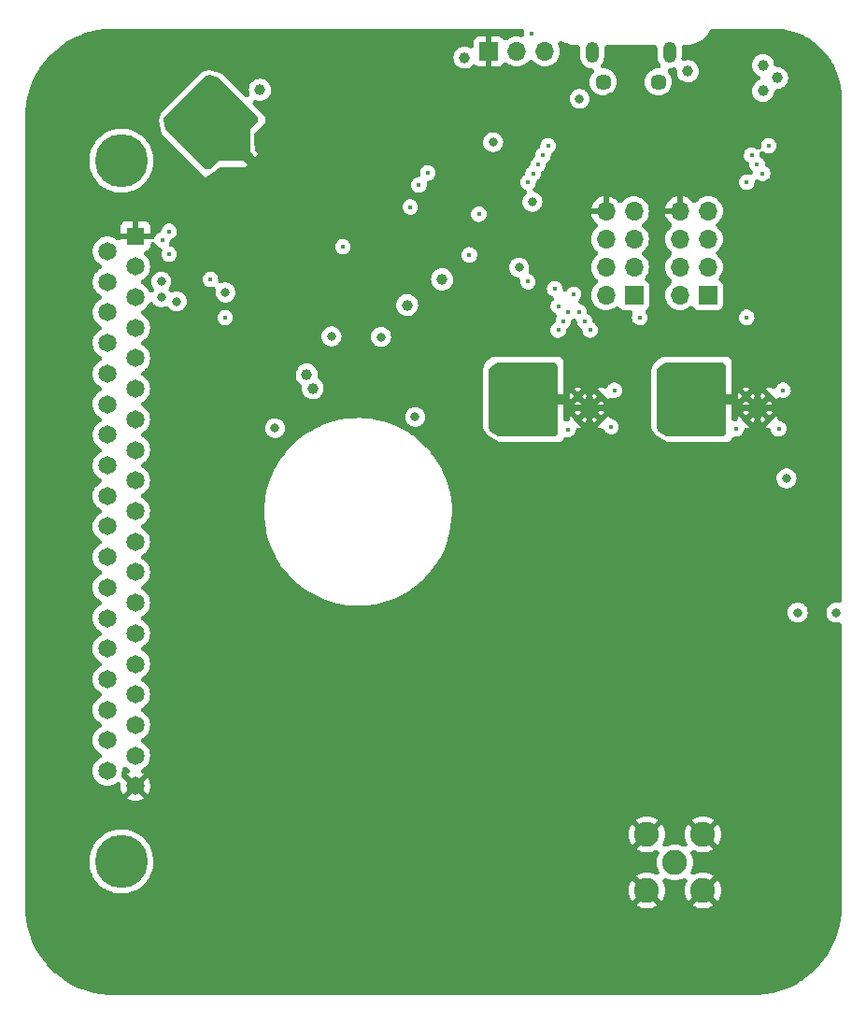
<source format=gbr>
%TF.GenerationSoftware,KiCad,Pcbnew,(6.0.7)*%
%TF.CreationDate,2022-11-16T18:44:32-05:00*%
%TF.ProjectId,Telemetry_KiCAD_Project,54656c65-6d65-4747-9279-5f4b69434144,rev?*%
%TF.SameCoordinates,Original*%
%TF.FileFunction,Copper,L2,Inr*%
%TF.FilePolarity,Positive*%
%FSLAX46Y46*%
G04 Gerber Fmt 4.6, Leading zero omitted, Abs format (unit mm)*
G04 Created by KiCad (PCBNEW (6.0.7)) date 2022-11-16 18:44:32*
%MOMM*%
%LPD*%
G01*
G04 APERTURE LIST*
%TA.AperFunction,ComponentPad*%
%ADD10C,2.250000*%
%TD*%
%TA.AperFunction,ComponentPad*%
%ADD11C,4.800000*%
%TD*%
%TA.AperFunction,ComponentPad*%
%ADD12R,1.650000X1.650000*%
%TD*%
%TA.AperFunction,ComponentPad*%
%ADD13C,1.650000*%
%TD*%
%TA.AperFunction,ComponentPad*%
%ADD14C,0.500000*%
%TD*%
%TA.AperFunction,ComponentPad*%
%ADD15O,1.200000X1.900000*%
%TD*%
%TA.AperFunction,ComponentPad*%
%ADD16C,1.450000*%
%TD*%
%TA.AperFunction,ComponentPad*%
%ADD17R,1.700000X1.700000*%
%TD*%
%TA.AperFunction,ComponentPad*%
%ADD18O,1.700000X1.700000*%
%TD*%
%TA.AperFunction,ViaPad*%
%ADD19C,0.800000*%
%TD*%
%TA.AperFunction,ViaPad*%
%ADD20C,1.000000*%
%TD*%
%TA.AperFunction,ViaPad*%
%ADD21C,0.400000*%
%TD*%
G04 APERTURE END LIST*
D10*
%TO.N,/RSD_Duplexer/Antenna*%
%TO.C,J3*%
X141900000Y-128575000D03*
%TO.N,GND*%
X144440000Y-126035000D03*
X139360000Y-126035000D03*
X139360000Y-131115000D03*
X144440000Y-131115000D03*
%TD*%
D11*
%TO.N,N/C*%
%TO.C,J5*%
X91730000Y-128480000D03*
X91730000Y-64980000D03*
D12*
%TO.N,GND*%
X93000000Y-71800000D03*
D13*
%TO.N,+3V3*%
X93000000Y-74570000D03*
%TO.N,/37 Pin DSUB/t_miso*%
X93000000Y-77340000D03*
%TO.N,/37 Pin DSUB/SWDIO*%
X93000000Y-80110000D03*
%TO.N,/37 Pin DSUB/Alert_scl*%
X93000000Y-82880000D03*
%TO.N,/37 Pin DSUB/Alert_Active*%
X93000000Y-85650000D03*
%TO.N,/37 Pin DSUB/Fire*%
X93000000Y-88420000D03*
%TO.N,unconnected-(J5-Pad8)*%
X93000000Y-91190000D03*
%TO.N,unconnected-(J5-Pad9)*%
X93000000Y-93960000D03*
%TO.N,unconnected-(J5-Pad10)*%
X93000000Y-96730000D03*
%TO.N,unconnected-(J5-Pad11)*%
X93000000Y-99500000D03*
%TO.N,unconnected-(J5-Pad12)*%
X93000000Y-102270000D03*
%TO.N,unconnected-(J5-Pad13)*%
X93000000Y-105040000D03*
%TO.N,unconnected-(J5-Pad14)*%
X93000000Y-107810000D03*
%TO.N,unconnected-(J5-Pad15)*%
X93000000Y-110580000D03*
%TO.N,unconnected-(J5-Pad16)*%
X93000000Y-113350000D03*
%TO.N,unconnected-(J5-Pad17)*%
X93000000Y-116120000D03*
%TO.N,+3V3*%
X93000000Y-118890000D03*
%TO.N,GND*%
X93000000Y-121660000D03*
%TO.N,+5V*%
X90460000Y-73185000D03*
%TO.N,/37 Pin DSUB/t_mosi*%
X90460000Y-75955000D03*
%TO.N,/37 Pin DSUB/t_clk*%
X90460000Y-78725000D03*
%TO.N,/37 Pin DSUB/SWCLK*%
X90460000Y-81495000D03*
%TO.N,/37 Pin DSUB/Alert_sda*%
X90460000Y-84265000D03*
%TO.N,/MCU_L562VE/~{RESET}*%
X90460000Y-87035000D03*
%TO.N,/37 Pin DSUB/Fire_redundant*%
X90460000Y-89805000D03*
%TO.N,unconnected-(J5-Pad27)*%
X90460000Y-92575000D03*
%TO.N,unconnected-(J5-Pad28)*%
X90460000Y-95345000D03*
%TO.N,unconnected-(J5-Pad29)*%
X90460000Y-98115000D03*
%TO.N,unconnected-(J5-Pad30)*%
X90460000Y-100885000D03*
%TO.N,unconnected-(J5-Pad31)*%
X90460000Y-103655000D03*
%TO.N,unconnected-(J5-Pad32)*%
X90460000Y-106425000D03*
%TO.N,unconnected-(J5-Pad33)*%
X90460000Y-109195000D03*
%TO.N,unconnected-(J5-Pad34)*%
X90460000Y-111965000D03*
%TO.N,unconnected-(J5-Pad35)*%
X90460000Y-114735000D03*
%TO.N,unconnected-(J5-Pad36)*%
X90460000Y-117505000D03*
%TO.N,+5V*%
X90460000Y-120275000D03*
%TD*%
D14*
%TO.N,GND*%
%TO.C,U1*%
X133100000Y-88425000D03*
X135200000Y-86325000D03*
X135200000Y-88425000D03*
X133100000Y-86325000D03*
%TD*%
D15*
%TO.N,unconnected-(J4-Pad6)*%
%TO.C,J4*%
X134400000Y-55137500D03*
D16*
X140400000Y-57837500D03*
X135400000Y-57837500D03*
D15*
X141400000Y-55137500D03*
%TD*%
D14*
%TO.N,GND*%
%TO.C,U6*%
X150450000Y-88425000D03*
X150450000Y-86325000D03*
X148350000Y-86325000D03*
X148350000Y-88425000D03*
%TD*%
D17*
%TO.N,/~{RX_SEL}*%
%TO.C,J2*%
X138190000Y-77175000D03*
D18*
%TO.N,/~{RX_IRQ}*%
X135650000Y-77175000D03*
%TO.N,/RX_SDI*%
X138190000Y-74635000D03*
%TO.N,/RX_SDO*%
X135650000Y-74635000D03*
%TO.N,/RX_SCL*%
X138190000Y-72095000D03*
%TO.N,/RX_RST*%
X135650000Y-72095000D03*
%TO.N,unconnected-(J2-Pad7)*%
X138190000Y-69555000D03*
%TO.N,GND*%
X135650000Y-69555000D03*
%TD*%
D17*
%TO.N,/~{TX_SEL}*%
%TO.C,J1*%
X144890000Y-77155001D03*
D18*
%TO.N,/~{TX_IRQ}*%
X142350000Y-77155001D03*
%TO.N,/TX_SDI*%
X144890000Y-74615001D03*
%TO.N,/TX_SDO*%
X142350000Y-74615001D03*
%TO.N,/TX_SCL*%
X144890000Y-72075001D03*
%TO.N,/TX_RST*%
X142350000Y-72075001D03*
%TO.N,unconnected-(J1-Pad7)*%
X144890000Y-69535001D03*
%TO.N,GND*%
X142350000Y-69535001D03*
%TD*%
D17*
%TO.N,GND*%
%TO.C,JP1*%
X125030000Y-55070000D03*
D18*
%TO.N,Net-(IC1-Pad138)*%
X127570000Y-55070000D03*
%TO.N,+3V3*%
X130110000Y-55070000D03*
%TD*%
D19*
%TO.N,GND*%
X148036958Y-118589689D03*
X134382863Y-116745544D03*
X149976483Y-115657312D03*
X147279474Y-116363394D03*
X149107400Y-117240500D03*
X143987243Y-119787650D03*
X133699912Y-115374764D03*
X148617940Y-113509061D03*
X148080930Y-114998278D03*
X140923665Y-120889234D03*
X138646032Y-118641107D03*
X146816934Y-119807815D03*
X145588527Y-121017696D03*
X133100000Y-113395000D03*
X137507216Y-117517044D03*
X135154039Y-113403042D03*
X142857764Y-120900096D03*
X136294006Y-119129717D03*
X137384884Y-120206463D03*
X139784849Y-119765171D03*
X135255101Y-118004256D03*
X135680618Y-114911541D03*
X139566640Y-122359955D03*
X144360121Y-122227577D03*
X146246201Y-117562759D03*
X136474418Y-116297929D03*
X138475762Y-121283209D03*
X145116722Y-118675205D03*
X141890000Y-121855000D03*
X141899999Y-131906193D03*
X143650000Y-123825000D03*
X145230213Y-128694787D03*
X138568805Y-128574999D03*
X140150000Y-123825000D03*
D20*
X107260000Y-59420000D03*
X122920000Y-63050000D03*
D21*
X125450000Y-84115000D03*
X147500000Y-80696428D03*
X147500000Y-71582142D03*
X147500000Y-78417857D03*
X147500000Y-69303571D03*
X147400000Y-76489285D03*
X147500000Y-73860714D03*
D19*
X154710000Y-84205000D03*
X152630000Y-84205000D03*
D21*
X140709999Y-89185000D03*
D19*
X130900000Y-95175000D03*
X130680000Y-93135000D03*
X127410000Y-91235000D03*
X129730000Y-91235000D03*
X151990000Y-101715000D03*
X130900000Y-97225000D03*
X130900000Y-99275000D03*
X130900000Y-105425000D03*
X130900000Y-101325000D03*
X130900000Y-107475000D03*
X130900000Y-109525000D03*
X130900000Y-103375000D03*
X148110000Y-101165000D03*
X148110000Y-104065000D03*
X135090000Y-107525000D03*
X148105000Y-94175000D03*
X132730000Y-106665000D03*
D21*
X135609999Y-124200000D03*
X135609999Y-129000000D03*
X135609999Y-133800000D03*
X147609999Y-126600000D03*
X147609999Y-131400000D03*
X147609999Y-121800000D03*
D19*
X146700000Y-95145000D03*
X146700000Y-99185000D03*
X146700000Y-97165000D03*
X146700000Y-103225000D03*
X146740000Y-109285000D03*
X146700000Y-101205000D03*
X146700000Y-105245000D03*
X146700000Y-107265000D03*
X147220553Y-110684447D03*
D21*
X96000000Y-79500000D03*
D19*
X135880000Y-90255000D03*
X139040000Y-89365000D03*
X140580000Y-91195000D03*
X144423374Y-81975000D03*
X139025000Y-83875000D03*
X139020000Y-85705000D03*
X140550124Y-82040808D03*
X142486749Y-81975000D03*
X139020000Y-87535000D03*
X146360000Y-81975000D03*
X147460000Y-83385000D03*
X147300000Y-91235000D03*
D21*
X145500000Y-79946428D03*
X108120000Y-67650000D03*
X116001183Y-67782070D03*
X97909999Y-70900000D03*
X109209999Y-117000000D03*
X104409999Y-126600000D03*
X114010000Y-107410000D03*
X118809999Y-131400000D03*
X97209999Y-124200000D03*
X116409999Y-109800000D03*
D19*
X136900000Y-103375000D03*
D21*
X104409999Y-131400000D03*
X114009999Y-126600000D03*
X126009999Y-133800000D03*
X85209999Y-95400000D03*
X140409999Y-114600000D03*
X128380000Y-93970000D03*
X133209999Y-131400000D03*
D19*
X154710000Y-88365000D03*
D21*
X133725224Y-62625000D03*
X125980000Y-96370000D03*
X123609999Y-107400000D03*
X128409999Y-131400000D03*
X118809999Y-136200000D03*
X85209999Y-129000000D03*
X116409999Y-124200000D03*
D20*
X106440000Y-54250000D03*
D19*
X154710000Y-96685000D03*
D21*
X106809999Y-129000000D03*
X121209999Y-133800000D03*
X130820000Y-138600000D03*
X99609999Y-131400000D03*
X121209999Y-109800000D03*
D19*
X148088823Y-111736177D03*
D21*
X106809999Y-109800000D03*
D19*
X131110000Y-81975000D03*
D21*
X121209999Y-119400000D03*
D20*
X129290120Y-72509880D03*
D21*
X130056531Y-62625000D03*
X128400000Y-102590000D03*
X115047070Y-65312070D03*
D19*
X149050000Y-62275000D03*
D21*
X111609999Y-133800000D03*
X102009999Y-129000000D03*
X150009999Y-124200000D03*
X142809999Y-102600000D03*
X94710000Y-57140000D03*
D19*
X153912983Y-110737983D03*
D21*
X92430001Y-138600000D03*
X140420000Y-138600000D03*
D19*
X136900000Y-109525000D03*
D21*
X99609999Y-121800000D03*
X133209999Y-121800000D03*
X97230001Y-138600000D03*
D19*
X132312500Y-112012500D03*
D21*
X126000000Y-100190000D03*
X142809999Y-112200000D03*
X107820000Y-71840000D03*
X102521023Y-90803120D03*
X128400000Y-97790000D03*
D19*
X137110000Y-93105000D03*
D21*
X135620000Y-138600000D03*
X121209999Y-114600000D03*
X128400000Y-107390000D03*
X90020000Y-136200000D03*
D20*
X117950000Y-54190000D03*
D21*
X123609999Y-126600000D03*
X134079672Y-67925000D03*
X116200000Y-75084999D03*
X152400000Y-121800000D03*
D19*
X136900000Y-105425000D03*
X136900000Y-101325000D03*
X125300124Y-82040808D03*
D21*
X109209999Y-136200000D03*
X85209999Y-100200000D03*
X151100000Y-76490714D03*
D19*
X152109140Y-111744140D03*
D21*
X106809999Y-114600000D03*
X140409999Y-95400000D03*
X118260000Y-71540000D03*
D20*
X154000000Y-60175000D03*
D21*
X118810000Y-107410000D03*
X106809999Y-119400000D03*
X97209999Y-119400000D03*
X114009999Y-136200000D03*
D19*
X147125000Y-61525000D03*
D21*
X126000000Y-104990000D03*
X102009999Y-133800000D03*
X104409999Y-112200000D03*
X150009999Y-129000000D03*
X142809999Y-136200000D03*
X151200000Y-71583571D03*
D20*
X106000000Y-87930000D03*
D19*
X132210000Y-83385000D03*
X135784999Y-111989999D03*
D21*
X99609999Y-117000000D03*
D19*
X131326825Y-110968175D03*
X154710000Y-86285000D03*
D21*
X114009999Y-121800000D03*
X123609999Y-121800000D03*
X129988150Y-67925000D03*
X112974140Y-62785887D03*
D20*
X110350000Y-79360000D03*
D21*
X130810000Y-114600000D03*
X133209999Y-126600000D03*
X102009999Y-119400000D03*
X113140000Y-80300000D03*
D19*
X123775000Y-83875000D03*
X136010000Y-59235000D03*
X123770000Y-85705000D03*
D20*
X113510000Y-56840000D03*
D21*
X152409999Y-131400000D03*
X112607070Y-67782070D03*
D20*
X105600000Y-75830000D03*
D21*
X102009999Y-124200000D03*
D19*
X146480000Y-93105000D03*
D21*
X142809999Y-107400000D03*
X85209999Y-90600000D03*
D19*
X129173374Y-81975000D03*
D21*
X121220000Y-138600000D03*
X146354238Y-67925000D03*
D20*
X102640000Y-71510000D03*
D21*
X133140627Y-70464828D03*
D19*
X154710000Y-90445000D03*
D21*
X123580000Y-93970000D03*
X128409999Y-136200000D03*
X130809999Y-124200000D03*
X152380000Y-116990000D03*
X125460000Y-89160000D03*
D20*
X96897500Y-65597500D03*
D19*
X127236749Y-81975000D03*
D21*
X97490001Y-55300001D03*
X87620000Y-133800000D03*
X99609999Y-112200000D03*
D19*
X130729999Y-68710000D03*
D21*
X92420000Y-133800000D03*
X137793918Y-62625000D03*
X110560000Y-65180000D03*
D19*
X154710000Y-102925000D03*
D21*
X139828265Y-62625000D03*
X151200000Y-69305000D03*
X97209999Y-109800000D03*
D20*
X119510000Y-77420000D03*
X122240000Y-83730000D03*
D21*
X123600000Y-102590000D03*
D19*
X136900000Y-97225000D03*
D21*
X123609999Y-117000000D03*
X130980000Y-67749500D03*
X110192930Y-70176183D03*
X85209999Y-109800000D03*
X99620000Y-136200000D03*
D19*
X136900000Y-107475000D03*
D21*
X126009999Y-129000000D03*
X111609999Y-109800000D03*
X85209999Y-66600000D03*
X152900000Y-65575000D03*
X109209999Y-112200000D03*
X128409999Y-126600000D03*
X97280926Y-57774074D03*
D19*
X154710000Y-107085000D03*
D21*
X114009999Y-117000000D03*
X104409999Y-121800000D03*
D20*
X103160000Y-108450000D03*
D21*
X140720001Y-84055000D03*
D19*
X154710000Y-100845000D03*
X151130000Y-104695000D03*
D21*
X133209999Y-136200000D03*
X121209999Y-129000000D03*
X85209999Y-71400000D03*
X99609999Y-126600000D03*
D19*
X145133187Y-91708187D03*
D21*
X145220000Y-138600000D03*
X121209999Y-124200000D03*
X104409999Y-136200000D03*
D20*
X105030000Y-84770000D03*
D21*
X154800000Y-124200000D03*
D19*
X136900000Y-99275000D03*
X128150000Y-59375000D03*
D21*
X154809999Y-129000000D03*
X97209999Y-114600000D03*
X114009999Y-131400000D03*
X154809999Y-133800000D03*
X116420000Y-138600000D03*
D20*
X103200000Y-93510000D03*
D21*
X85209999Y-81000000D03*
X102009999Y-114600000D03*
X109209999Y-121800000D03*
X154800000Y-119400000D03*
X126009999Y-109800000D03*
X151100000Y-80696429D03*
D19*
X150730000Y-113505000D03*
D21*
X85209999Y-114600000D03*
X126009999Y-119400000D03*
X85209999Y-85800000D03*
X85209999Y-105000000D03*
X97209999Y-129000000D03*
X123600000Y-97790000D03*
X150009999Y-133800000D03*
D19*
X123790000Y-89365000D03*
D21*
X111620000Y-138600000D03*
X130809999Y-129000000D03*
X85209999Y-61800000D03*
X151100000Y-78419286D03*
X118809999Y-112200000D03*
X128409999Y-121800000D03*
X152900000Y-67853571D03*
X128410000Y-112200000D03*
X103544860Y-89494100D03*
X140409999Y-109800000D03*
X118809999Y-121800000D03*
X135759571Y-62625000D03*
X113587042Y-70176183D03*
X126009999Y-124200000D03*
X116409999Y-133800000D03*
X150020000Y-138600000D03*
D19*
X154710000Y-92525000D03*
D21*
X142809999Y-97800000D03*
X104480000Y-88370000D03*
D19*
X132050000Y-91235000D03*
D21*
X130809999Y-119400000D03*
X116409999Y-119400000D03*
D19*
X154710000Y-105005000D03*
D21*
X128022184Y-62625000D03*
D20*
X100733544Y-66980000D03*
D19*
X154710000Y-94605000D03*
D21*
X111609999Y-119400000D03*
X87630001Y-138600000D03*
X116409999Y-114600000D03*
X85209999Y-119400000D03*
D19*
X138514565Y-91679565D03*
X136900000Y-95175000D03*
D21*
X109209999Y-131400000D03*
X104409999Y-117000000D03*
X123609999Y-136200000D03*
X102009999Y-109800000D03*
X106809999Y-124200000D03*
X123609999Y-112200000D03*
X151200000Y-73862143D03*
X102020000Y-138600000D03*
X142262716Y-67925000D03*
D20*
X116100000Y-79520000D03*
D19*
X154710000Y-109165000D03*
D21*
X140409999Y-105000000D03*
X100236853Y-90805000D03*
X140409999Y-100200000D03*
D19*
X136631987Y-110976987D03*
D21*
X126020000Y-138600000D03*
X138171194Y-67925000D03*
X111609999Y-129000000D03*
X109209999Y-107400000D03*
X123530000Y-53570000D03*
X114009999Y-112200000D03*
X85209999Y-124200000D03*
X126009999Y-114600000D03*
X111609999Y-124200000D03*
X151630000Y-64480000D03*
X150000000Y-119400000D03*
D19*
X125090000Y-91005000D03*
D21*
X109209999Y-126600000D03*
X97220000Y-133800000D03*
X111609999Y-114600000D03*
X94820000Y-136200000D03*
X128409999Y-117000000D03*
X144308477Y-67925000D03*
X140216955Y-67925000D03*
X136125433Y-67925000D03*
X96750000Y-75310000D03*
X85209999Y-76200000D03*
X121200001Y-105000000D03*
X123609999Y-131400000D03*
D19*
X123770000Y-87535000D03*
D21*
X152409999Y-136200000D03*
X118809999Y-126600000D03*
X106809999Y-133800000D03*
X124680000Y-65030000D03*
X130809999Y-133800000D03*
X116409999Y-129000000D03*
X138009999Y-136200000D03*
X96105926Y-58949074D03*
X147609999Y-136200000D03*
D19*
X154710000Y-98765000D03*
D21*
X105880000Y-69670000D03*
X118809999Y-117000000D03*
X151280000Y-82980000D03*
D19*
X148000000Y-108575000D03*
D21*
X85209999Y-57000000D03*
X152409999Y-126600000D03*
X133140627Y-72487002D03*
X106820000Y-138600000D03*
D19*
%TO.N,+3V3*%
X152015000Y-93765000D03*
X125418475Y-63298475D03*
D20*
X120800000Y-75730000D03*
D21*
X151300000Y-89275000D03*
D20*
X149875000Y-58650000D03*
D21*
X151700000Y-85775000D03*
D20*
X122830000Y-55630000D03*
X117620000Y-78060000D03*
D19*
X105650000Y-89210000D03*
D21*
X136400000Y-85775000D03*
D20*
X149875000Y-56325000D03*
D19*
X128979999Y-68710000D03*
X110770000Y-80900000D03*
D21*
X128930000Y-53470000D03*
D19*
X118360000Y-88200000D03*
D21*
X136100000Y-89075000D03*
X95420000Y-72140000D03*
D20*
X104290000Y-58560000D03*
X151150000Y-57475000D03*
D19*
X127781146Y-74648854D03*
D21*
X101130000Y-79190000D03*
D19*
%TO.N,+5V*%
X156525000Y-105925000D03*
X133250000Y-59375000D03*
D20*
X143075000Y-56875000D03*
D19*
X153030000Y-105915000D03*
D21*
%TO.N,/MCU_L562VE/~{RESET}*%
X96050000Y-71380000D03*
X96050000Y-73450000D03*
%TO.N,/~{TX_SEL}*%
X138700000Y-79175000D03*
X123270000Y-73510000D03*
%TO.N,/~{TX_IRQ}*%
X130400000Y-63625000D03*
X150400000Y-63625000D03*
%TO.N,/TX_SDI*%
X148850000Y-64475000D03*
X129950000Y-64475000D03*
%TO.N,/TX_SDO*%
X149350000Y-65325000D03*
X129500000Y-65325000D03*
%TO.N,/TX_SCL*%
X149850000Y-66125000D03*
X129050000Y-66125000D03*
%TO.N,/TX_RST*%
X128600000Y-66925000D03*
X148400000Y-79175000D03*
X148400000Y-66925000D03*
X147450000Y-89275000D03*
%TO.N,/RX_RST*%
X132200000Y-89325000D03*
X131325000Y-78150000D03*
D19*
X115270000Y-80950000D03*
D21*
%TO.N,/RX_SCL*%
X134220000Y-80330000D03*
X131320000Y-80330000D03*
%TO.N,/RX_SDO*%
X131770000Y-79530000D03*
X133720000Y-79530000D03*
%TO.N,/RX_SDI*%
X133220000Y-78680000D03*
X132220000Y-78680000D03*
%TO.N,/~{RX_IRQ}*%
X131000000Y-76575000D03*
%TO.N,/~{RX_SEL}*%
X132725000Y-77100000D03*
X124125000Y-69825000D03*
%TO.N,/37 Pin DSUB/Alert_scl*%
X118700000Y-67175000D03*
%TO.N,/37 Pin DSUB/Alert_Active*%
X119500000Y-66075000D03*
D20*
%TO.N,/37 Pin DSUB/Fire_redundant*%
X109060000Y-85600500D03*
D21*
%TO.N,/37 Pin DSUB/SWCLK*%
X111800000Y-72775000D03*
%TO.N,/37 Pin DSUB/t_clk*%
X99800000Y-75740000D03*
D19*
%TO.N,/37 Pin DSUB/t_mosi*%
X101160000Y-76920000D03*
X95346960Y-75940000D03*
D21*
%TO.N,/37 Pin DSUB/Alert_sda*%
X117900000Y-69175000D03*
D20*
%TO.N,/37 Pin DSUB/Fire*%
X108540000Y-84370000D03*
D21*
%TO.N,/37 Pin DSUB/SWDIO*%
X128570000Y-75940000D03*
D19*
%TO.N,/37 Pin DSUB/t_miso*%
X96746460Y-77733586D03*
X95346960Y-77350000D03*
%TD*%
%TA.AperFunction,Conductor*%
%TO.N,GND*%
G36*
X128098283Y-53018954D02*
G01*
X128179065Y-53072930D01*
X128233041Y-53153712D01*
X128251995Y-53249000D01*
X128246250Y-53294477D01*
X128246524Y-53294513D01*
X128224394Y-53462611D01*
X128227903Y-53494391D01*
X128228168Y-53496793D01*
X128219783Y-53593586D01*
X128174996Y-53679802D01*
X128100625Y-53742316D01*
X128007992Y-53771611D01*
X127916226Y-53764630D01*
X127815910Y-53737751D01*
X127805408Y-53734937D01*
X127794575Y-53733989D01*
X127794574Y-53733989D01*
X127589762Y-53716070D01*
X127570000Y-53714341D01*
X127550238Y-53716070D01*
X127345426Y-53733989D01*
X127345425Y-53733989D01*
X127334592Y-53734937D01*
X127106337Y-53796097D01*
X127096484Y-53800691D01*
X127096480Y-53800693D01*
X126998349Y-53846453D01*
X126892171Y-53895965D01*
X126698599Y-54031505D01*
X126696130Y-54033974D01*
X126613843Y-54079117D01*
X126517265Y-54089693D01*
X126423992Y-54062506D01*
X126348222Y-54001693D01*
X126320563Y-53961224D01*
X126319532Y-53959341D01*
X126253547Y-53871297D01*
X126228703Y-53846453D01*
X126140660Y-53780469D01*
X126109850Y-53763600D01*
X126004822Y-53724227D01*
X125974691Y-53717062D01*
X125934786Y-53712727D01*
X125921350Y-53712000D01*
X125308527Y-53712000D01*
X125288069Y-53716069D01*
X125284000Y-53736527D01*
X125284000Y-56403472D01*
X125288069Y-56423930D01*
X125308527Y-56427999D01*
X125921346Y-56427999D01*
X125934792Y-56427271D01*
X125974685Y-56422938D01*
X126004826Y-56415772D01*
X126109850Y-56376400D01*
X126140660Y-56359531D01*
X126228703Y-56293547D01*
X126253547Y-56268703D01*
X126319531Y-56180661D01*
X126320557Y-56178786D01*
X126324156Y-56174489D01*
X126330172Y-56166462D01*
X126330607Y-56166788D01*
X126382941Y-56104306D01*
X126469079Y-56059368D01*
X126565857Y-56050815D01*
X126658541Y-56079948D01*
X126694901Y-56104797D01*
X126698599Y-56108495D01*
X126892170Y-56244035D01*
X126902015Y-56248626D01*
X126902017Y-56248627D01*
X126971293Y-56280931D01*
X127106337Y-56343903D01*
X127116835Y-56346716D01*
X127116838Y-56346717D01*
X127220465Y-56374483D01*
X127334592Y-56405063D01*
X127345425Y-56406011D01*
X127345426Y-56406011D01*
X127457005Y-56415773D01*
X127550250Y-56423931D01*
X127559165Y-56424711D01*
X127570000Y-56425659D01*
X127580835Y-56424711D01*
X127589751Y-56423931D01*
X127682995Y-56415773D01*
X127794574Y-56406011D01*
X127794575Y-56406011D01*
X127805408Y-56405063D01*
X127919536Y-56374483D01*
X128023162Y-56346717D01*
X128023165Y-56346716D01*
X128033663Y-56343903D01*
X128168707Y-56280931D01*
X128237983Y-56248627D01*
X128237985Y-56248626D01*
X128247830Y-56244035D01*
X128292034Y-56213083D01*
X128432500Y-56114728D01*
X128432503Y-56114725D01*
X128441401Y-56108495D01*
X128608495Y-55941401D01*
X128636032Y-55902074D01*
X128706211Y-55834891D01*
X128796760Y-55799678D01*
X128893892Y-55801797D01*
X128982819Y-55840925D01*
X129043968Y-55902074D01*
X129071505Y-55941401D01*
X129238599Y-56108495D01*
X129247497Y-56114725D01*
X129247500Y-56114728D01*
X129387966Y-56213083D01*
X129432170Y-56244035D01*
X129442015Y-56248626D01*
X129442017Y-56248627D01*
X129511293Y-56280931D01*
X129646337Y-56343903D01*
X129656835Y-56346716D01*
X129656838Y-56346717D01*
X129760465Y-56374483D01*
X129874592Y-56405063D01*
X129885425Y-56406011D01*
X129885426Y-56406011D01*
X129997005Y-56415773D01*
X130090250Y-56423931D01*
X130099165Y-56424711D01*
X130110000Y-56425659D01*
X130120835Y-56424711D01*
X130129751Y-56423931D01*
X130222995Y-56415773D01*
X130334574Y-56406011D01*
X130334575Y-56406011D01*
X130345408Y-56405063D01*
X130459536Y-56374483D01*
X130563162Y-56346717D01*
X130563165Y-56346716D01*
X130573663Y-56343903D01*
X130708707Y-56280931D01*
X130777983Y-56248627D01*
X130777985Y-56248626D01*
X130787830Y-56244035D01*
X130832034Y-56213083D01*
X130972500Y-56114728D01*
X130972503Y-56114725D01*
X130981401Y-56108495D01*
X131148495Y-55941401D01*
X131284035Y-55747829D01*
X131351171Y-55603857D01*
X131379307Y-55543520D01*
X131379309Y-55543516D01*
X131383903Y-55533663D01*
X131445063Y-55305408D01*
X131450183Y-55246894D01*
X131464711Y-55080835D01*
X131465659Y-55070000D01*
X131445063Y-54834592D01*
X131383903Y-54606337D01*
X131376563Y-54590595D01*
X131319897Y-54469077D01*
X131296804Y-54374706D01*
X131311583Y-54278682D01*
X131361984Y-54195623D01*
X131440334Y-54138174D01*
X131534705Y-54115081D01*
X131630729Y-54129860D01*
X131674384Y-54150754D01*
X131743201Y-54192355D01*
X131785836Y-54218129D01*
X132061690Y-54342281D01*
X132350498Y-54432277D01*
X132357899Y-54433633D01*
X132357902Y-54433634D01*
X132499272Y-54459541D01*
X132648047Y-54486805D01*
X132919405Y-54503219D01*
X132926597Y-54503759D01*
X132928149Y-54503898D01*
X132937646Y-54505496D01*
X132950000Y-54505647D01*
X132968380Y-54503015D01*
X133003677Y-54500500D01*
X133050500Y-54500500D01*
X133145788Y-54519454D01*
X133226570Y-54573430D01*
X133280546Y-54654212D01*
X133299500Y-54749500D01*
X133299500Y-55539969D01*
X133314439Y-55696546D01*
X133373553Y-55898049D01*
X133378978Y-55908581D01*
X133378979Y-55908585D01*
X133444471Y-56035744D01*
X133469705Y-56084739D01*
X133477022Y-56094054D01*
X133567715Y-56209511D01*
X133599424Y-56249879D01*
X133608371Y-56257643D01*
X133608373Y-56257645D01*
X133749079Y-56379744D01*
X133749082Y-56379746D01*
X133758029Y-56387510D01*
X133826759Y-56427271D01*
X133925390Y-56484330D01*
X133939799Y-56492666D01*
X134138174Y-56561553D01*
X134345996Y-56591686D01*
X134345593Y-56594463D01*
X134420345Y-56613163D01*
X134498399Y-56671014D01*
X134548372Y-56754332D01*
X134562657Y-56850431D01*
X134539079Y-56944681D01*
X134490023Y-57014359D01*
X134457627Y-57046755D01*
X134451397Y-57055653D01*
X134451394Y-57055656D01*
X134417859Y-57103549D01*
X134334632Y-57222410D01*
X134330035Y-57232268D01*
X134330034Y-57232270D01*
X134297751Y-57301501D01*
X134244008Y-57416753D01*
X134188508Y-57623881D01*
X134169819Y-57837500D01*
X134188508Y-58051119D01*
X134244008Y-58258247D01*
X134334632Y-58452590D01*
X134359231Y-58487721D01*
X134427725Y-58585540D01*
X134457627Y-58628245D01*
X134609255Y-58779873D01*
X134618164Y-58786111D01*
X134618165Y-58786112D01*
X134776001Y-58896631D01*
X134776005Y-58896633D01*
X134784909Y-58902868D01*
X134794756Y-58907460D01*
X134794760Y-58907462D01*
X134949249Y-58979501D01*
X134979253Y-58993492D01*
X134989756Y-58996306D01*
X134989758Y-58996307D01*
X135175879Y-59046178D01*
X135186381Y-59048992D01*
X135400000Y-59067681D01*
X135613619Y-59048992D01*
X135624121Y-59046178D01*
X135810242Y-58996307D01*
X135810244Y-58996306D01*
X135820747Y-58993492D01*
X135850751Y-58979501D01*
X136005240Y-58907462D01*
X136005244Y-58907460D01*
X136015091Y-58902868D01*
X136023995Y-58896633D01*
X136023999Y-58896631D01*
X136181835Y-58786112D01*
X136181836Y-58786111D01*
X136190745Y-58779873D01*
X136342373Y-58628245D01*
X136372276Y-58585540D01*
X136440769Y-58487721D01*
X136465368Y-58452590D01*
X136555992Y-58258247D01*
X136611492Y-58051119D01*
X136630181Y-57837500D01*
X136611492Y-57623881D01*
X136555992Y-57416753D01*
X136502249Y-57301501D01*
X136469966Y-57232270D01*
X136469965Y-57232268D01*
X136465368Y-57222410D01*
X136382141Y-57103549D01*
X136348606Y-57055656D01*
X136348603Y-57055653D01*
X136342373Y-57046755D01*
X136190745Y-56895127D01*
X136161491Y-56874643D01*
X136023999Y-56778369D01*
X136023995Y-56778367D01*
X136015091Y-56772132D01*
X136005244Y-56767540D01*
X136005240Y-56767538D01*
X135830599Y-56686102D01*
X135830598Y-56686102D01*
X135820747Y-56681508D01*
X135810244Y-56678694D01*
X135810242Y-56678693D01*
X135624121Y-56628822D01*
X135613619Y-56626008D01*
X135602792Y-56625061D01*
X135602782Y-56625059D01*
X135411023Y-56608282D01*
X135317749Y-56581096D01*
X135241980Y-56520284D01*
X135195249Y-56435106D01*
X135184673Y-56338528D01*
X135211859Y-56245254D01*
X135252856Y-56188045D01*
X135267575Y-56172669D01*
X135287476Y-56141849D01*
X135331152Y-56074206D01*
X135381485Y-55996254D01*
X135385914Y-55985265D01*
X135455550Y-55812477D01*
X135455551Y-55812472D01*
X135459981Y-55801481D01*
X135462253Y-55789848D01*
X135498512Y-55604178D01*
X135498513Y-55604171D01*
X135500230Y-55595378D01*
X135500500Y-55589857D01*
X135500500Y-54749500D01*
X135519454Y-54654212D01*
X135573430Y-54573430D01*
X135654212Y-54519454D01*
X135749500Y-54500500D01*
X140050500Y-54500500D01*
X140145788Y-54519454D01*
X140226570Y-54573430D01*
X140280546Y-54654212D01*
X140299500Y-54749500D01*
X140299500Y-55539969D01*
X140314439Y-55696546D01*
X140373553Y-55898049D01*
X140378978Y-55908581D01*
X140378979Y-55908585D01*
X140444471Y-56035744D01*
X140469705Y-56084739D01*
X140477022Y-56094054D01*
X140477026Y-56094060D01*
X140565143Y-56206239D01*
X140609099Y-56292882D01*
X140616552Y-56389750D01*
X140586368Y-56482097D01*
X140523142Y-56555864D01*
X140436499Y-56599820D01*
X140391034Y-56608103D01*
X140186381Y-56626008D01*
X139979253Y-56681508D01*
X139969394Y-56686105D01*
X139969395Y-56686105D01*
X139813417Y-56758839D01*
X139784910Y-56772132D01*
X139719782Y-56817735D01*
X139618156Y-56888894D01*
X139618153Y-56888897D01*
X139609255Y-56895127D01*
X139457627Y-57046755D01*
X139451397Y-57055653D01*
X139451394Y-57055656D01*
X139417859Y-57103549D01*
X139334632Y-57222410D01*
X139330035Y-57232268D01*
X139330034Y-57232270D01*
X139297751Y-57301501D01*
X139244008Y-57416753D01*
X139188508Y-57623881D01*
X139169819Y-57837500D01*
X139188508Y-58051119D01*
X139244008Y-58258247D01*
X139334632Y-58452590D01*
X139359231Y-58487721D01*
X139427725Y-58585540D01*
X139457627Y-58628245D01*
X139609255Y-58779873D01*
X139618164Y-58786111D01*
X139618165Y-58786112D01*
X139776001Y-58896631D01*
X139776005Y-58896633D01*
X139784909Y-58902868D01*
X139794756Y-58907460D01*
X139794760Y-58907462D01*
X139949249Y-58979501D01*
X139979253Y-58993492D01*
X139989756Y-58996306D01*
X139989758Y-58996307D01*
X140175879Y-59046178D01*
X140186381Y-59048992D01*
X140400000Y-59067681D01*
X140613619Y-59048992D01*
X140624121Y-59046178D01*
X140810242Y-58996307D01*
X140810244Y-58996306D01*
X140820747Y-58993492D01*
X140850751Y-58979501D01*
X141005240Y-58907462D01*
X141005244Y-58907460D01*
X141015091Y-58902868D01*
X141023995Y-58896633D01*
X141023999Y-58896631D01*
X141181835Y-58786112D01*
X141181836Y-58786111D01*
X141190745Y-58779873D01*
X141334655Y-58635963D01*
X148869757Y-58635963D01*
X148870776Y-58648098D01*
X148870776Y-58648100D01*
X148878618Y-58741483D01*
X148886175Y-58831483D01*
X148889530Y-58843184D01*
X148889531Y-58843188D01*
X148936423Y-59006716D01*
X148940258Y-59020091D01*
X148945824Y-59030921D01*
X148945825Y-59030924D01*
X149006369Y-59148730D01*
X149029944Y-59194601D01*
X149151818Y-59348369D01*
X149161085Y-59356256D01*
X149161089Y-59356260D01*
X149229322Y-59414330D01*
X149301238Y-59475535D01*
X149472513Y-59571257D01*
X149659118Y-59631889D01*
X149853946Y-59655121D01*
X149866085Y-59654187D01*
X149866087Y-59654187D01*
X149920874Y-59649971D01*
X150049576Y-59640068D01*
X150169488Y-59606587D01*
X150226824Y-59590579D01*
X150226827Y-59590578D01*
X150238556Y-59587303D01*
X150413689Y-59498837D01*
X150436191Y-59481257D01*
X150558705Y-59385539D01*
X150558707Y-59385538D01*
X150568303Y-59378040D01*
X150696509Y-59229511D01*
X150747637Y-59139511D01*
X150787408Y-59069501D01*
X150787408Y-59069500D01*
X150793425Y-59058909D01*
X150855358Y-58872732D01*
X150877597Y-58696689D01*
X150908344Y-58604527D01*
X150972020Y-58531148D01*
X151058929Y-58487721D01*
X151124591Y-58479602D01*
X151128946Y-58480121D01*
X151141086Y-58479187D01*
X151141090Y-58479187D01*
X151226761Y-58472595D01*
X151324576Y-58465068D01*
X151452455Y-58429363D01*
X151501824Y-58415579D01*
X151501827Y-58415578D01*
X151513556Y-58412303D01*
X151688689Y-58323837D01*
X151786088Y-58247741D01*
X151833705Y-58210539D01*
X151833707Y-58210538D01*
X151843303Y-58203040D01*
X151971509Y-58054511D01*
X151979586Y-58040294D01*
X152062408Y-57894501D01*
X152062408Y-57894500D01*
X152068425Y-57883909D01*
X152105957Y-57771084D01*
X152126514Y-57709288D01*
X152126514Y-57709286D01*
X152130358Y-57697732D01*
X152154949Y-57503071D01*
X152155341Y-57475000D01*
X152136194Y-57279728D01*
X152129008Y-57255924D01*
X152083003Y-57103549D01*
X152083002Y-57103547D01*
X152079484Y-57091894D01*
X152073769Y-57081145D01*
X151993087Y-56929404D01*
X151993084Y-56929400D01*
X151987370Y-56918653D01*
X151863361Y-56766602D01*
X151712180Y-56641535D01*
X151539585Y-56548213D01*
X151352152Y-56490193D01*
X151172746Y-56471336D01*
X151169131Y-56470956D01*
X151169130Y-56470956D01*
X151157019Y-56469683D01*
X151143101Y-56470950D01*
X151141331Y-56470762D01*
X151132714Y-56470702D01*
X151132720Y-56469850D01*
X151046490Y-56460712D01*
X150961148Y-56414281D01*
X150900071Y-56338725D01*
X150872720Y-56247274D01*
X150867972Y-56198858D01*
X150861194Y-56129728D01*
X150856666Y-56114728D01*
X150808003Y-55953549D01*
X150808002Y-55953547D01*
X150804484Y-55941894D01*
X150797604Y-55928954D01*
X150718087Y-55779404D01*
X150718084Y-55779400D01*
X150712370Y-55768653D01*
X150599288Y-55630000D01*
X150596056Y-55626037D01*
X150588361Y-55616602D01*
X150437180Y-55491535D01*
X150264585Y-55398213D01*
X150236196Y-55389425D01*
X150088791Y-55343796D01*
X150088792Y-55343796D01*
X150077152Y-55340193D01*
X149919254Y-55323597D01*
X149894131Y-55320956D01*
X149894130Y-55320956D01*
X149882019Y-55319683D01*
X149686618Y-55337466D01*
X149674942Y-55340902D01*
X149674939Y-55340903D01*
X149510076Y-55389425D01*
X149510072Y-55389427D01*
X149498393Y-55392864D01*
X149324512Y-55483767D01*
X149315025Y-55491395D01*
X149315023Y-55491396D01*
X149181088Y-55599082D01*
X149181085Y-55599085D01*
X149171600Y-55606711D01*
X149163778Y-55616034D01*
X149163775Y-55616036D01*
X149152058Y-55630000D01*
X149045480Y-55757016D01*
X149033172Y-55779404D01*
X148974371Y-55886363D01*
X148950956Y-55928954D01*
X148936493Y-55974547D01*
X148895312Y-56104363D01*
X148895311Y-56104368D01*
X148891628Y-56115978D01*
X148869757Y-56310963D01*
X148870776Y-56323098D01*
X148870776Y-56323100D01*
X148885110Y-56493796D01*
X148886175Y-56506483D01*
X148889530Y-56518184D01*
X148889531Y-56518188D01*
X148936653Y-56682518D01*
X148940258Y-56695091D01*
X148945824Y-56705921D01*
X148945825Y-56705924D01*
X148993559Y-56798804D01*
X149029944Y-56869601D01*
X149151818Y-57023369D01*
X149161085Y-57031256D01*
X149161089Y-57031260D01*
X149291966Y-57142644D01*
X149301238Y-57150535D01*
X149472513Y-57246257D01*
X149484097Y-57250021D01*
X149484104Y-57250024D01*
X149484953Y-57250300D01*
X149485725Y-57250732D01*
X149495253Y-57254895D01*
X149494841Y-57255838D01*
X149569720Y-57297773D01*
X149629866Y-57374072D01*
X149656236Y-57467580D01*
X149644814Y-57564061D01*
X149597341Y-57648828D01*
X149521042Y-57708974D01*
X149507262Y-57715254D01*
X149498393Y-57717864D01*
X149324512Y-57808767D01*
X149315025Y-57816395D01*
X149315023Y-57816396D01*
X149181088Y-57924082D01*
X149181085Y-57924085D01*
X149171600Y-57931711D01*
X149163778Y-57941034D01*
X149163775Y-57941036D01*
X149112042Y-58002690D01*
X149045480Y-58082016D01*
X149039612Y-58092690D01*
X148963980Y-58230264D01*
X148950956Y-58253954D01*
X148947275Y-58265559D01*
X148895312Y-58429363D01*
X148895311Y-58429368D01*
X148891628Y-58440978D01*
X148869757Y-58635963D01*
X141334655Y-58635963D01*
X141342373Y-58628245D01*
X141372276Y-58585540D01*
X141440769Y-58487721D01*
X141465368Y-58452590D01*
X141555992Y-58258247D01*
X141611492Y-58051119D01*
X141630181Y-57837500D01*
X141611492Y-57623881D01*
X141555992Y-57416753D01*
X141502249Y-57301501D01*
X141469966Y-57232270D01*
X141469965Y-57232268D01*
X141465368Y-57222410D01*
X141382141Y-57103549D01*
X141348606Y-57055656D01*
X141348603Y-57055653D01*
X141342373Y-57046755D01*
X141306328Y-57010710D01*
X141252352Y-56929928D01*
X141233398Y-56834640D01*
X141252352Y-56739352D01*
X141306328Y-56658570D01*
X141387110Y-56604594D01*
X141470885Y-56585906D01*
X141522633Y-56583511D01*
X141555767Y-56581977D01*
X141567292Y-56579199D01*
X141567295Y-56579199D01*
X141759918Y-56532776D01*
X141760209Y-56533983D01*
X141844479Y-56522513D01*
X141938433Y-56547248D01*
X142015769Y-56606055D01*
X142064714Y-56689980D01*
X142077817Y-56786247D01*
X142076729Y-56798804D01*
X142071696Y-56843674D01*
X142069757Y-56860963D01*
X142070776Y-56873098D01*
X142070776Y-56873100D01*
X142071284Y-56879142D01*
X142086175Y-57056483D01*
X142089530Y-57068184D01*
X142089531Y-57068188D01*
X142136582Y-57232270D01*
X142140258Y-57245091D01*
X142145824Y-57255921D01*
X142145825Y-57255924D01*
X142185192Y-57332524D01*
X142229944Y-57419601D01*
X142351818Y-57573369D01*
X142361085Y-57581256D01*
X142361089Y-57581260D01*
X142483748Y-57685650D01*
X142501238Y-57700535D01*
X142672513Y-57796257D01*
X142859118Y-57856889D01*
X143053946Y-57880121D01*
X143066085Y-57879187D01*
X143066087Y-57879187D01*
X143120874Y-57874971D01*
X143249576Y-57865068D01*
X143387079Y-57826676D01*
X143426824Y-57815579D01*
X143426827Y-57815578D01*
X143438556Y-57812303D01*
X143613689Y-57723837D01*
X143635913Y-57706474D01*
X143758705Y-57610539D01*
X143758707Y-57610538D01*
X143768303Y-57603040D01*
X143896509Y-57454511D01*
X143911991Y-57427259D01*
X143987408Y-57294501D01*
X143987408Y-57294500D01*
X143993425Y-57283909D01*
X144055358Y-57097732D01*
X144079949Y-56903071D01*
X144080341Y-56875000D01*
X144061194Y-56679728D01*
X144052007Y-56649297D01*
X144008003Y-56503549D01*
X144008002Y-56503547D01*
X144004484Y-56491894D01*
X143997604Y-56478954D01*
X143918087Y-56329404D01*
X143918084Y-56329400D01*
X143912370Y-56318653D01*
X143814668Y-56198858D01*
X143796056Y-56176037D01*
X143788361Y-56166602D01*
X143637180Y-56041535D01*
X143464585Y-55948213D01*
X143277152Y-55890193D01*
X143119254Y-55873597D01*
X143094131Y-55870956D01*
X143094130Y-55870956D01*
X143082019Y-55869683D01*
X142886618Y-55887466D01*
X142809405Y-55910191D01*
X142712644Y-55918912D01*
X142619909Y-55889940D01*
X142545321Y-55827685D01*
X142500234Y-55741626D01*
X142491513Y-55644863D01*
X142494720Y-55623595D01*
X142498511Y-55604185D01*
X142498512Y-55604173D01*
X142500230Y-55595378D01*
X142500500Y-55589857D01*
X142500500Y-54749500D01*
X142519454Y-54654212D01*
X142573430Y-54573430D01*
X142654212Y-54519454D01*
X142749500Y-54500500D01*
X142787151Y-54500500D01*
X142818567Y-54503124D01*
X142818575Y-54503040D01*
X142828156Y-54503899D01*
X142837646Y-54505496D01*
X142850000Y-54505647D01*
X142856871Y-54504663D01*
X142856977Y-54504677D01*
X142856975Y-54504648D01*
X142873242Y-54503664D01*
X143151953Y-54486805D01*
X143300728Y-54459541D01*
X143442098Y-54433634D01*
X143442101Y-54433633D01*
X143449502Y-54432277D01*
X143738310Y-54342281D01*
X144014164Y-54218129D01*
X144056800Y-54192355D01*
X144090836Y-54171779D01*
X144273042Y-54061632D01*
X144511169Y-53875072D01*
X144725072Y-53661169D01*
X144911632Y-53423042D01*
X145068129Y-53164164D01*
X145075942Y-53146805D01*
X145132335Y-53067691D01*
X145214710Y-53016180D01*
X145303004Y-53000000D01*
X150783556Y-53000000D01*
X150793332Y-53000192D01*
X151266023Y-53018764D01*
X151285514Y-53020298D01*
X151750426Y-53075325D01*
X151769736Y-53078383D01*
X152228916Y-53169719D01*
X152247928Y-53174284D01*
X152698499Y-53301358D01*
X152717093Y-53307399D01*
X153156326Y-53469440D01*
X153174379Y-53476917D01*
X153599554Y-53672926D01*
X153616959Y-53681794D01*
X154025453Y-53910562D01*
X154042105Y-53920767D01*
X154431366Y-54180863D01*
X154447184Y-54192355D01*
X154814846Y-54482197D01*
X154829712Y-54494894D01*
X155173493Y-54812681D01*
X155187319Y-54826507D01*
X155505106Y-55170288D01*
X155517803Y-55185154D01*
X155807645Y-55552816D01*
X155819137Y-55568634D01*
X156079233Y-55957895D01*
X156089438Y-55974547D01*
X156318206Y-56383041D01*
X156327072Y-56400442D01*
X156523083Y-56825621D01*
X156530560Y-56843674D01*
X156692601Y-57282907D01*
X156698642Y-57301501D01*
X156825716Y-57752072D01*
X156830281Y-57771084D01*
X156921617Y-58230264D01*
X156924675Y-58249574D01*
X156979702Y-58714486D01*
X156981236Y-58733977D01*
X156999808Y-59206668D01*
X157000000Y-59216444D01*
X157000000Y-104797857D01*
X156981046Y-104893145D01*
X156927070Y-104973927D01*
X156846288Y-105027903D01*
X156751000Y-105046857D01*
X156699230Y-105041416D01*
X156692568Y-105040000D01*
X156619646Y-105024500D01*
X156430354Y-105024500D01*
X156245197Y-105063856D01*
X156176512Y-105094437D01*
X156084193Y-105135540D01*
X156084189Y-105135542D01*
X156072270Y-105140849D01*
X156061716Y-105148517D01*
X156061714Y-105148518D01*
X155929681Y-105244445D01*
X155929678Y-105244448D01*
X155919129Y-105252112D01*
X155910403Y-105261803D01*
X155910401Y-105261805D01*
X155801201Y-105383083D01*
X155801197Y-105383088D01*
X155792467Y-105392784D01*
X155697821Y-105556716D01*
X155693788Y-105569129D01*
X155652749Y-105695434D01*
X155639326Y-105736744D01*
X155619540Y-105925000D01*
X155639326Y-106113256D01*
X155697821Y-106293284D01*
X155792467Y-106457216D01*
X155801197Y-106466912D01*
X155801201Y-106466917D01*
X155858209Y-106530230D01*
X155919129Y-106597888D01*
X155929678Y-106605552D01*
X155929681Y-106605555D01*
X156058506Y-106699151D01*
X156072270Y-106709151D01*
X156084189Y-106714458D01*
X156084193Y-106714460D01*
X156151007Y-106744207D01*
X156245197Y-106786144D01*
X156430354Y-106825500D01*
X156619646Y-106825500D01*
X156699230Y-106808584D01*
X156796377Y-106807313D01*
X156886615Y-106843314D01*
X156956208Y-106911108D01*
X156994559Y-107000373D01*
X157000000Y-107052143D01*
X157000000Y-132595565D01*
X156999841Y-132604453D01*
X156979934Y-133161825D01*
X156978666Y-133179553D01*
X156919524Y-133729667D01*
X156916995Y-133747262D01*
X156818752Y-134291781D01*
X156814973Y-134309149D01*
X156678146Y-134845233D01*
X156673139Y-134862288D01*
X156498405Y-135387280D01*
X156492193Y-135403934D01*
X156280460Y-135915102D01*
X156273076Y-135931271D01*
X156025414Y-136426037D01*
X156016896Y-136441637D01*
X155734564Y-136917482D01*
X155724954Y-136932435D01*
X155409405Y-137386912D01*
X155398753Y-137401142D01*
X155051575Y-137831964D01*
X155039934Y-137845397D01*
X154662913Y-138250345D01*
X154650345Y-138262913D01*
X154245397Y-138639934D01*
X154231964Y-138651575D01*
X153801142Y-138998753D01*
X153786912Y-139009405D01*
X153332435Y-139324954D01*
X153317482Y-139334564D01*
X152841637Y-139616896D01*
X152826037Y-139625414D01*
X152331271Y-139873076D01*
X152315102Y-139880460D01*
X151803928Y-140092195D01*
X151787286Y-140098403D01*
X151262288Y-140273139D01*
X151245233Y-140278146D01*
X150709149Y-140414973D01*
X150691779Y-140418752D01*
X150147251Y-140516997D01*
X150129676Y-140519523D01*
X149940642Y-140539846D01*
X149579553Y-140578666D01*
X149561825Y-140579934D01*
X149050105Y-140598211D01*
X149004451Y-140599841D01*
X148995565Y-140600000D01*
X91004435Y-140600000D01*
X90995549Y-140599841D01*
X90949895Y-140598211D01*
X90438175Y-140579934D01*
X90420447Y-140578666D01*
X90059358Y-140539846D01*
X89870324Y-140519523D01*
X89852749Y-140516997D01*
X89308221Y-140418752D01*
X89290851Y-140414973D01*
X88754767Y-140278146D01*
X88737712Y-140273139D01*
X88212714Y-140098403D01*
X88196072Y-140092195D01*
X87684898Y-139880460D01*
X87668729Y-139873076D01*
X87173963Y-139625414D01*
X87158363Y-139616896D01*
X86682518Y-139334564D01*
X86667565Y-139324954D01*
X86213088Y-139009405D01*
X86198858Y-138998753D01*
X85768036Y-138651575D01*
X85754603Y-138639934D01*
X85349655Y-138262913D01*
X85337087Y-138250345D01*
X84960066Y-137845397D01*
X84948425Y-137831964D01*
X84601247Y-137401142D01*
X84590595Y-137386912D01*
X84275046Y-136932435D01*
X84265436Y-136917482D01*
X83983104Y-136441637D01*
X83974586Y-136426037D01*
X83726924Y-135931271D01*
X83719540Y-135915102D01*
X83507807Y-135403934D01*
X83501595Y-135387280D01*
X83326861Y-134862288D01*
X83321854Y-134845233D01*
X83185027Y-134309149D01*
X83181248Y-134291781D01*
X83083005Y-133747262D01*
X83080476Y-133729667D01*
X83021334Y-133179553D01*
X83020066Y-133161825D01*
X83000159Y-132604453D01*
X83000000Y-132595565D01*
X83000000Y-132438746D01*
X138401218Y-132438746D01*
X138405676Y-132445418D01*
X138608003Y-132569403D01*
X138625379Y-132578257D01*
X138844777Y-132669135D01*
X138863327Y-132675162D01*
X139094235Y-132730598D01*
X139113514Y-132733651D01*
X139350242Y-132752282D01*
X139369758Y-132752282D01*
X139606486Y-132733651D01*
X139625765Y-132730598D01*
X139856673Y-132675162D01*
X139875223Y-132669135D01*
X140094621Y-132578257D01*
X140111997Y-132569403D01*
X140312120Y-132446768D01*
X140318443Y-132438746D01*
X143481218Y-132438746D01*
X143485676Y-132445418D01*
X143688003Y-132569403D01*
X143705379Y-132578257D01*
X143924777Y-132669135D01*
X143943327Y-132675162D01*
X144174235Y-132730598D01*
X144193514Y-132733651D01*
X144430242Y-132752282D01*
X144449758Y-132752282D01*
X144686486Y-132733651D01*
X144705765Y-132730598D01*
X144936673Y-132675162D01*
X144955223Y-132669135D01*
X145174621Y-132578257D01*
X145191997Y-132569403D01*
X145392120Y-132446768D01*
X145398799Y-132438295D01*
X145392070Y-132426280D01*
X144457341Y-131491551D01*
X144440000Y-131479964D01*
X144422659Y-131491551D01*
X143492805Y-132421405D01*
X143481218Y-132438746D01*
X140318443Y-132438746D01*
X140318799Y-132438295D01*
X140312070Y-132426280D01*
X139377341Y-131491551D01*
X139360000Y-131479964D01*
X139342659Y-131491551D01*
X138412805Y-132421405D01*
X138401218Y-132438746D01*
X83000000Y-132438746D01*
X83000000Y-128388739D01*
X88826018Y-128388739D01*
X88834774Y-128723119D01*
X88881904Y-129054277D01*
X88966785Y-129377823D01*
X89088291Y-129689469D01*
X89091646Y-129695805D01*
X89091648Y-129695810D01*
X89142183Y-129791254D01*
X89244811Y-129985084D01*
X89248879Y-129991003D01*
X89404741Y-130217783D01*
X89434271Y-130260750D01*
X89438990Y-130266159D01*
X89649453Y-130507418D01*
X89649459Y-130507424D01*
X89654160Y-130512813D01*
X89901562Y-130737932D01*
X89907384Y-130742115D01*
X89907387Y-130742118D01*
X90167381Y-130928943D01*
X90167386Y-130928946D01*
X90173200Y-130933124D01*
X90465473Y-131095801D01*
X90472105Y-131098548D01*
X90472107Y-131098549D01*
X90511824Y-131115000D01*
X90774506Y-131223806D01*
X91096203Y-131315444D01*
X91103282Y-131316603D01*
X91103281Y-131316603D01*
X91419216Y-131368340D01*
X91419220Y-131368340D01*
X91426301Y-131369500D01*
X91433468Y-131369838D01*
X91753269Y-131384920D01*
X91753277Y-131384920D01*
X91760425Y-131385257D01*
X91986597Y-131369838D01*
X92086990Y-131362994D01*
X92086994Y-131362994D01*
X92094145Y-131362506D01*
X92341815Y-131316603D01*
X92415982Y-131302857D01*
X92415983Y-131302857D01*
X92423039Y-131301549D01*
X92742747Y-131203194D01*
X92921430Y-131124758D01*
X137722718Y-131124758D01*
X137741349Y-131361486D01*
X137744402Y-131380765D01*
X137799838Y-131611673D01*
X137805865Y-131630223D01*
X137896743Y-131849621D01*
X137905597Y-131866997D01*
X138028232Y-132067120D01*
X138036705Y-132073799D01*
X138048720Y-132067070D01*
X138983449Y-131132341D01*
X138995036Y-131115000D01*
X138983449Y-131097659D01*
X138053595Y-130167805D01*
X138036254Y-130156218D01*
X138029582Y-130160676D01*
X137905597Y-130363003D01*
X137896743Y-130380379D01*
X137805865Y-130599777D01*
X137799838Y-130618327D01*
X137744402Y-130849235D01*
X137741349Y-130868514D01*
X137722718Y-131105242D01*
X137722718Y-131124758D01*
X92921430Y-131124758D01*
X92943659Y-131115000D01*
X93042457Y-131071631D01*
X93042460Y-131071629D01*
X93049031Y-131068745D01*
X93055228Y-131065124D01*
X93331651Y-130903596D01*
X93331658Y-130903592D01*
X93337833Y-130899983D01*
X93343557Y-130895686D01*
X93343562Y-130895682D01*
X93599588Y-130703451D01*
X93605323Y-130699145D01*
X93847957Y-130468894D01*
X93936496Y-130363003D01*
X94057919Y-130217783D01*
X94057922Y-130217779D01*
X94062519Y-130212281D01*
X94205168Y-129995118D01*
X94242231Y-129938696D01*
X94242234Y-129938691D01*
X94246164Y-129932708D01*
X94317081Y-129791705D01*
X138401201Y-129791705D01*
X138407930Y-129803720D01*
X140666405Y-132062195D01*
X140683746Y-132073782D01*
X140690418Y-132069324D01*
X140814403Y-131866997D01*
X140823257Y-131849621D01*
X140914135Y-131630223D01*
X140920162Y-131611673D01*
X140975598Y-131380765D01*
X140978651Y-131361486D01*
X140997282Y-131124758D01*
X140997282Y-131105242D01*
X140978651Y-130868514D01*
X140975598Y-130849235D01*
X140920162Y-130618327D01*
X140914135Y-130599777D01*
X140823257Y-130380379D01*
X140809959Y-130354280D01*
X140812589Y-130352940D01*
X140785711Y-130279149D01*
X140789926Y-130182085D01*
X140830964Y-130094023D01*
X140902578Y-130028369D01*
X140993866Y-129995118D01*
X141090930Y-129999333D01*
X141144850Y-130019351D01*
X141151405Y-130022691D01*
X141159757Y-130027809D01*
X141217843Y-130051869D01*
X141387107Y-130121981D01*
X141387114Y-130121983D01*
X141396140Y-130125722D01*
X141405645Y-130128004D01*
X141635415Y-130183168D01*
X141635420Y-130183169D01*
X141644930Y-130185452D01*
X141654687Y-130186220D01*
X141654688Y-130186220D01*
X141890241Y-130204758D01*
X141900000Y-130205526D01*
X141909759Y-130204758D01*
X142145312Y-130186220D01*
X142145313Y-130186220D01*
X142155070Y-130185452D01*
X142164580Y-130183169D01*
X142164585Y-130183168D01*
X142394355Y-130128004D01*
X142403860Y-130125722D01*
X142412886Y-130121983D01*
X142412893Y-130121981D01*
X142582157Y-130051869D01*
X142640243Y-130027809D01*
X142648595Y-130022691D01*
X142655150Y-130019351D01*
X142748658Y-129992979D01*
X142845139Y-130004397D01*
X142929907Y-130051869D01*
X142990056Y-130128165D01*
X143016428Y-130221673D01*
X143005010Y-130318154D01*
X142988748Y-130353621D01*
X142990041Y-130354280D01*
X142976743Y-130380379D01*
X142885865Y-130599777D01*
X142879838Y-130618327D01*
X142824402Y-130849235D01*
X142821349Y-130868514D01*
X142802718Y-131105242D01*
X142802718Y-131124758D01*
X142821349Y-131361486D01*
X142824402Y-131380765D01*
X142879838Y-131611673D01*
X142885865Y-131630223D01*
X142976743Y-131849621D01*
X142985597Y-131866997D01*
X143108232Y-132067120D01*
X143116705Y-132073799D01*
X143128720Y-132067070D01*
X144080790Y-131115000D01*
X144804964Y-131115000D01*
X144816551Y-131132341D01*
X145746405Y-132062195D01*
X145763746Y-132073782D01*
X145770418Y-132069324D01*
X145894403Y-131866997D01*
X145903257Y-131849621D01*
X145994135Y-131630223D01*
X146000162Y-131611673D01*
X146055598Y-131380765D01*
X146058651Y-131361486D01*
X146077282Y-131124758D01*
X146077282Y-131105242D01*
X146058651Y-130868514D01*
X146055598Y-130849235D01*
X146000162Y-130618327D01*
X145994135Y-130599777D01*
X145903257Y-130380379D01*
X145894403Y-130363003D01*
X145771768Y-130162880D01*
X145763295Y-130156201D01*
X145751280Y-130162930D01*
X144816551Y-131097659D01*
X144804964Y-131115000D01*
X144080790Y-131115000D01*
X145387195Y-129808595D01*
X145398782Y-129791254D01*
X145394324Y-129784582D01*
X145191997Y-129660597D01*
X145174621Y-129651743D01*
X144955223Y-129560865D01*
X144936673Y-129554838D01*
X144705765Y-129499402D01*
X144686486Y-129496349D01*
X144449758Y-129477718D01*
X144430242Y-129477718D01*
X144193514Y-129496349D01*
X144174235Y-129499402D01*
X143943327Y-129554838D01*
X143924777Y-129560865D01*
X143705379Y-129651743D01*
X143679280Y-129665041D01*
X143677940Y-129662411D01*
X143604149Y-129689289D01*
X143507085Y-129685074D01*
X143419023Y-129644036D01*
X143353369Y-129572422D01*
X143320118Y-129481134D01*
X143324333Y-129384070D01*
X143344351Y-129330150D01*
X143347691Y-129323595D01*
X143352809Y-129315243D01*
X143392474Y-129219483D01*
X143446981Y-129087893D01*
X143446983Y-129087886D01*
X143450722Y-129078860D01*
X143510452Y-128830070D01*
X143530526Y-128575000D01*
X143510452Y-128319930D01*
X143450722Y-128071140D01*
X143446983Y-128062114D01*
X143446981Y-128062107D01*
X143356556Y-127843804D01*
X143352809Y-127834757D01*
X143347691Y-127826405D01*
X143344351Y-127819850D01*
X143317979Y-127726342D01*
X143329397Y-127629861D01*
X143376869Y-127545093D01*
X143453165Y-127484944D01*
X143546673Y-127458572D01*
X143643154Y-127469990D01*
X143678621Y-127486252D01*
X143679280Y-127484959D01*
X143705379Y-127498257D01*
X143924777Y-127589135D01*
X143943327Y-127595162D01*
X144174235Y-127650598D01*
X144193514Y-127653651D01*
X144430242Y-127672282D01*
X144449758Y-127672282D01*
X144686486Y-127653651D01*
X144705765Y-127650598D01*
X144936673Y-127595162D01*
X144955223Y-127589135D01*
X145174621Y-127498257D01*
X145191997Y-127489403D01*
X145392120Y-127366768D01*
X145398799Y-127358295D01*
X145392070Y-127346280D01*
X144080790Y-126035000D01*
X144804964Y-126035000D01*
X144816551Y-126052341D01*
X145746405Y-126982195D01*
X145763746Y-126993782D01*
X145770418Y-126989324D01*
X145894403Y-126786997D01*
X145903257Y-126769621D01*
X145994135Y-126550223D01*
X146000162Y-126531673D01*
X146055598Y-126300765D01*
X146058651Y-126281486D01*
X146077282Y-126044758D01*
X146077282Y-126025242D01*
X146058651Y-125788514D01*
X146055598Y-125769235D01*
X146000162Y-125538327D01*
X145994135Y-125519777D01*
X145903257Y-125300379D01*
X145894403Y-125283003D01*
X145771768Y-125082880D01*
X145763295Y-125076201D01*
X145751280Y-125082930D01*
X144816551Y-126017659D01*
X144804964Y-126035000D01*
X144080790Y-126035000D01*
X143133595Y-125087805D01*
X143116254Y-125076218D01*
X143109582Y-125080676D01*
X142985597Y-125283003D01*
X142976743Y-125300379D01*
X142885865Y-125519777D01*
X142879838Y-125538327D01*
X142824402Y-125769235D01*
X142821349Y-125788514D01*
X142802718Y-126025242D01*
X142802718Y-126044758D01*
X142821349Y-126281486D01*
X142824402Y-126300765D01*
X142879838Y-126531673D01*
X142885865Y-126550223D01*
X142976743Y-126769621D01*
X142990041Y-126795720D01*
X142987411Y-126797060D01*
X143014289Y-126870851D01*
X143010074Y-126967915D01*
X142969036Y-127055977D01*
X142897422Y-127121631D01*
X142806134Y-127154882D01*
X142709070Y-127150667D01*
X142655150Y-127130649D01*
X142648595Y-127127309D01*
X142640243Y-127122191D01*
X142544483Y-127082526D01*
X142412893Y-127028019D01*
X142412886Y-127028017D01*
X142403860Y-127024278D01*
X142276908Y-126993799D01*
X142164585Y-126966832D01*
X142164580Y-126966831D01*
X142155070Y-126964548D01*
X142145313Y-126963780D01*
X142145312Y-126963780D01*
X141909759Y-126945242D01*
X141900000Y-126944474D01*
X141890241Y-126945242D01*
X141654688Y-126963780D01*
X141654687Y-126963780D01*
X141644930Y-126964548D01*
X141635420Y-126966831D01*
X141635415Y-126966832D01*
X141523092Y-126993799D01*
X141396140Y-127024278D01*
X141387114Y-127028017D01*
X141387107Y-127028019D01*
X141255517Y-127082526D01*
X141159757Y-127122191D01*
X141151405Y-127127309D01*
X141144850Y-127130649D01*
X141051342Y-127157021D01*
X140954861Y-127145603D01*
X140870093Y-127098131D01*
X140809944Y-127021835D01*
X140783572Y-126928327D01*
X140794990Y-126831846D01*
X140811252Y-126796379D01*
X140809959Y-126795720D01*
X140823257Y-126769621D01*
X140914135Y-126550223D01*
X140920162Y-126531673D01*
X140975598Y-126300765D01*
X140978651Y-126281486D01*
X140997282Y-126044758D01*
X140997282Y-126025242D01*
X140978651Y-125788514D01*
X140975598Y-125769235D01*
X140920162Y-125538327D01*
X140914135Y-125519777D01*
X140823257Y-125300379D01*
X140814403Y-125283003D01*
X140691768Y-125082880D01*
X140683295Y-125076201D01*
X140671280Y-125082930D01*
X138412805Y-127341405D01*
X138401218Y-127358746D01*
X138405676Y-127365418D01*
X138608003Y-127489403D01*
X138625379Y-127498257D01*
X138844777Y-127589135D01*
X138863327Y-127595162D01*
X139094235Y-127650598D01*
X139113514Y-127653651D01*
X139350242Y-127672282D01*
X139369758Y-127672282D01*
X139606486Y-127653651D01*
X139625765Y-127650598D01*
X139856673Y-127595162D01*
X139875223Y-127589135D01*
X140094621Y-127498257D01*
X140120720Y-127484959D01*
X140122060Y-127487589D01*
X140195851Y-127460711D01*
X140292915Y-127464926D01*
X140380977Y-127505964D01*
X140446631Y-127577578D01*
X140479882Y-127668866D01*
X140475667Y-127765930D01*
X140455649Y-127819850D01*
X140452309Y-127826405D01*
X140447191Y-127834757D01*
X140443444Y-127843804D01*
X140353019Y-128062107D01*
X140353017Y-128062114D01*
X140349278Y-128071140D01*
X140289548Y-128319930D01*
X140269474Y-128575000D01*
X140289548Y-128830070D01*
X140349278Y-129078860D01*
X140353017Y-129087886D01*
X140353019Y-129087893D01*
X140407526Y-129219483D01*
X140447191Y-129315243D01*
X140452309Y-129323595D01*
X140455649Y-129330150D01*
X140482021Y-129423658D01*
X140470603Y-129520139D01*
X140423131Y-129604907D01*
X140346835Y-129665056D01*
X140253327Y-129691428D01*
X140156846Y-129680010D01*
X140121379Y-129663748D01*
X140120720Y-129665041D01*
X140094621Y-129651743D01*
X139875223Y-129560865D01*
X139856673Y-129554838D01*
X139625765Y-129499402D01*
X139606486Y-129496349D01*
X139369758Y-129477718D01*
X139350242Y-129477718D01*
X139113514Y-129496349D01*
X139094235Y-129499402D01*
X138863327Y-129554838D01*
X138844777Y-129560865D01*
X138625379Y-129651743D01*
X138608003Y-129660597D01*
X138407880Y-129783232D01*
X138401201Y-129791705D01*
X94317081Y-129791705D01*
X94396459Y-129633880D01*
X94511411Y-129319758D01*
X94589498Y-128994505D01*
X94629683Y-128662433D01*
X94632431Y-128575000D01*
X94635242Y-128485549D01*
X94635242Y-128485541D01*
X94635416Y-128480000D01*
X94616161Y-128146060D01*
X94563409Y-127843804D01*
X94559887Y-127823621D01*
X94559886Y-127823617D01*
X94558652Y-127816546D01*
X94463650Y-127495825D01*
X94332415Y-127188150D01*
X94328861Y-127181920D01*
X94328857Y-127181911D01*
X94170243Y-126903831D01*
X94170241Y-126903828D01*
X94166687Y-126897597D01*
X93968662Y-126628018D01*
X93740964Y-126382986D01*
X93735513Y-126378330D01*
X93492063Y-126170404D01*
X93492057Y-126170399D01*
X93486612Y-126165749D01*
X93480668Y-126161755D01*
X93480663Y-126161751D01*
X93306559Y-126044758D01*
X137722718Y-126044758D01*
X137741349Y-126281486D01*
X137744402Y-126300765D01*
X137799838Y-126531673D01*
X137805865Y-126550223D01*
X137896743Y-126769621D01*
X137905597Y-126786997D01*
X138028232Y-126987120D01*
X138036705Y-126993799D01*
X138048720Y-126987070D01*
X138983449Y-126052341D01*
X138995036Y-126035000D01*
X138983449Y-126017659D01*
X138053595Y-125087805D01*
X138036254Y-125076218D01*
X138029582Y-125080676D01*
X137905597Y-125283003D01*
X137896743Y-125300379D01*
X137805865Y-125519777D01*
X137799838Y-125538327D01*
X137744402Y-125769235D01*
X137741349Y-125788514D01*
X137722718Y-126025242D01*
X137722718Y-126044758D01*
X93306559Y-126044758D01*
X93214930Y-125983186D01*
X93214927Y-125983184D01*
X93208977Y-125979186D01*
X93128753Y-125937779D01*
X92918107Y-125829057D01*
X92911739Y-125825770D01*
X92755289Y-125766653D01*
X92605542Y-125710068D01*
X92605539Y-125710067D01*
X92598838Y-125707535D01*
X92274421Y-125626047D01*
X91942787Y-125582387D01*
X91935609Y-125582274D01*
X91935606Y-125582274D01*
X91787664Y-125579950D01*
X91608334Y-125577133D01*
X91275493Y-125610354D01*
X91207812Y-125625111D01*
X90955691Y-125680082D01*
X90955683Y-125680084D01*
X90948676Y-125681612D01*
X90941891Y-125683935D01*
X90941884Y-125683937D01*
X90638996Y-125787639D01*
X90638991Y-125787641D01*
X90632215Y-125789961D01*
X90330305Y-125933965D01*
X90324232Y-125937775D01*
X90324224Y-125937779D01*
X90053031Y-126107898D01*
X90053025Y-126107902D01*
X90046947Y-126111715D01*
X89785897Y-126320855D01*
X89780846Y-126325959D01*
X89780844Y-126325961D01*
X89555656Y-126553519D01*
X89555648Y-126553528D01*
X89550615Y-126558614D01*
X89546195Y-126564251D01*
X89364701Y-126795720D01*
X89344220Y-126821840D01*
X89314186Y-126870851D01*
X89173201Y-127100916D01*
X89173197Y-127100924D01*
X89169447Y-127107043D01*
X89166425Y-127113553D01*
X89166423Y-127113557D01*
X89100361Y-127255877D01*
X89028613Y-127410445D01*
X88923584Y-127728023D01*
X88922129Y-127735049D01*
X88905252Y-127816546D01*
X88855752Y-128055568D01*
X88826018Y-128388739D01*
X83000000Y-128388739D01*
X83000000Y-124711705D01*
X138401201Y-124711705D01*
X138407930Y-124723720D01*
X139342659Y-125658449D01*
X139360000Y-125670036D01*
X139377341Y-125658449D01*
X140307195Y-124728595D01*
X140318481Y-124711705D01*
X143481201Y-124711705D01*
X143487930Y-124723720D01*
X144422659Y-125658449D01*
X144440000Y-125670036D01*
X144457341Y-125658449D01*
X145387195Y-124728595D01*
X145398782Y-124711254D01*
X145394324Y-124704582D01*
X145191997Y-124580597D01*
X145174621Y-124571743D01*
X144955223Y-124480865D01*
X144936673Y-124474838D01*
X144705765Y-124419402D01*
X144686486Y-124416349D01*
X144449758Y-124397718D01*
X144430242Y-124397718D01*
X144193514Y-124416349D01*
X144174235Y-124419402D01*
X143943327Y-124474838D01*
X143924777Y-124480865D01*
X143705379Y-124571743D01*
X143688003Y-124580597D01*
X143487880Y-124703232D01*
X143481201Y-124711705D01*
X140318481Y-124711705D01*
X140318782Y-124711254D01*
X140314324Y-124704582D01*
X140111997Y-124580597D01*
X140094621Y-124571743D01*
X139875223Y-124480865D01*
X139856673Y-124474838D01*
X139625765Y-124419402D01*
X139606486Y-124416349D01*
X139369758Y-124397718D01*
X139350242Y-124397718D01*
X139113514Y-124416349D01*
X139094235Y-124419402D01*
X138863327Y-124474838D01*
X138844777Y-124480865D01*
X138625379Y-124571743D01*
X138608003Y-124580597D01*
X138407880Y-124703232D01*
X138401201Y-124711705D01*
X83000000Y-124711705D01*
X83000000Y-122765050D01*
X92259914Y-122765050D01*
X92264974Y-122772622D01*
X92322051Y-122812588D01*
X92340807Y-122823416D01*
X92532491Y-122912800D01*
X92552846Y-122920208D01*
X92757145Y-122974950D01*
X92778475Y-122978711D01*
X92989165Y-122997144D01*
X93010835Y-122997144D01*
X93221525Y-122978711D01*
X93242855Y-122974950D01*
X93447154Y-122920208D01*
X93467509Y-122912800D01*
X93659193Y-122823416D01*
X93677949Y-122812588D01*
X93725753Y-122779115D01*
X93740174Y-122764051D01*
X93736507Y-122755717D01*
X93017341Y-122036551D01*
X93000000Y-122024964D01*
X92982659Y-122036551D01*
X92271501Y-122747709D01*
X92259914Y-122765050D01*
X83000000Y-122765050D01*
X83000000Y-120275000D01*
X89129437Y-120275000D01*
X89130384Y-120285824D01*
X89145095Y-120453969D01*
X89149651Y-120506050D01*
X89152464Y-120516547D01*
X89152464Y-120516549D01*
X89165255Y-120564283D01*
X89209680Y-120730079D01*
X89214271Y-120739924D01*
X89299871Y-120923493D01*
X89307699Y-120940281D01*
X89440730Y-121130269D01*
X89604731Y-121294270D01*
X89613629Y-121300500D01*
X89613632Y-121300503D01*
X89780214Y-121417145D01*
X89794718Y-121427301D01*
X90004921Y-121525320D01*
X90147544Y-121563536D01*
X90218451Y-121582536D01*
X90218453Y-121582536D01*
X90228950Y-121585349D01*
X90239772Y-121586296D01*
X90239773Y-121586296D01*
X90449176Y-121604616D01*
X90460000Y-121605563D01*
X90470824Y-121604616D01*
X90680227Y-121586296D01*
X90680228Y-121586296D01*
X90691050Y-121585349D01*
X90701547Y-121582536D01*
X90701549Y-121582536D01*
X90772456Y-121563536D01*
X90915079Y-121525320D01*
X91125282Y-121427301D01*
X91134183Y-121421069D01*
X91134189Y-121421065D01*
X91281202Y-121318125D01*
X91370129Y-121278995D01*
X91467261Y-121276876D01*
X91557810Y-121312088D01*
X91627991Y-121379272D01*
X91667121Y-121468199D01*
X91672075Y-121543796D01*
X91662856Y-121649166D01*
X91662856Y-121670835D01*
X91681289Y-121881525D01*
X91685050Y-121902855D01*
X91739792Y-122107154D01*
X91747200Y-122127509D01*
X91836584Y-122319193D01*
X91847412Y-122337949D01*
X91880885Y-122385753D01*
X91895949Y-122400174D01*
X91904283Y-122396507D01*
X92623449Y-121677341D01*
X92635036Y-121660000D01*
X93364964Y-121660000D01*
X93376551Y-121677341D01*
X94087709Y-122388499D01*
X94105050Y-122400086D01*
X94112622Y-122395026D01*
X94152588Y-122337949D01*
X94163416Y-122319193D01*
X94252800Y-122127509D01*
X94260208Y-122107154D01*
X94314950Y-121902855D01*
X94318711Y-121881525D01*
X94337144Y-121670835D01*
X94337144Y-121649165D01*
X94318711Y-121438475D01*
X94314950Y-121417145D01*
X94260208Y-121212846D01*
X94252800Y-121192491D01*
X94163416Y-121000807D01*
X94152588Y-120982051D01*
X94119115Y-120934247D01*
X94104051Y-120919826D01*
X94095717Y-120923493D01*
X93376551Y-121642659D01*
X93364964Y-121660000D01*
X92635036Y-121660000D01*
X92623449Y-121642659D01*
X91912291Y-120931501D01*
X91859804Y-120896431D01*
X91842581Y-120889297D01*
X91773882Y-120820598D01*
X91736702Y-120730839D01*
X91736701Y-120633684D01*
X91740402Y-120617813D01*
X91769759Y-120508254D01*
X91776849Y-120493877D01*
X91774017Y-120481103D01*
X91774906Y-120453969D01*
X91789616Y-120285836D01*
X91789616Y-120285824D01*
X91790563Y-120275000D01*
X91789616Y-120264176D01*
X91789616Y-120264164D01*
X91779906Y-120153180D01*
X91790482Y-120056603D01*
X91837213Y-119971424D01*
X91912982Y-119910612D01*
X92006256Y-119883426D01*
X92102833Y-119894002D01*
X92170779Y-119927510D01*
X92325811Y-120036065D01*
X92325817Y-120036069D01*
X92334718Y-120042301D01*
X92344565Y-120046893D01*
X92353986Y-120052332D01*
X92352995Y-120054049D01*
X92419262Y-120102636D01*
X92469665Y-120185694D01*
X92484447Y-120281717D01*
X92461357Y-120376089D01*
X92403910Y-120454440D01*
X92349873Y-120490548D01*
X92350220Y-120491149D01*
X92341057Y-120496439D01*
X92340918Y-120496532D01*
X92340804Y-120496585D01*
X92322051Y-120507412D01*
X92274247Y-120540885D01*
X92259826Y-120555949D01*
X92263493Y-120564283D01*
X92982659Y-121283449D01*
X93000000Y-121295036D01*
X93017341Y-121283449D01*
X93728499Y-120572291D01*
X93740086Y-120554950D01*
X93735026Y-120547378D01*
X93677949Y-120507412D01*
X93659196Y-120496585D01*
X93659082Y-120496532D01*
X93659001Y-120496473D01*
X93649780Y-120491149D01*
X93650363Y-120490139D01*
X93580732Y-120439082D01*
X93530332Y-120356023D01*
X93515553Y-120259999D01*
X93538646Y-120165628D01*
X93596096Y-120087278D01*
X93646678Y-120053482D01*
X93646014Y-120052332D01*
X93655436Y-120046892D01*
X93665282Y-120042301D01*
X93677921Y-120033451D01*
X93846368Y-119915503D01*
X93846371Y-119915500D01*
X93855269Y-119909270D01*
X94019270Y-119745269D01*
X94152301Y-119555281D01*
X94250320Y-119345079D01*
X94310349Y-119121050D01*
X94315846Y-119058224D01*
X94329616Y-118900824D01*
X94330563Y-118890000D01*
X94318780Y-118755320D01*
X94311296Y-118669773D01*
X94311296Y-118669772D01*
X94310349Y-118658950D01*
X94250320Y-118434921D01*
X94152301Y-118224719D01*
X94019270Y-118034731D01*
X93855269Y-117870730D01*
X93846371Y-117864500D01*
X93846368Y-117864497D01*
X93674181Y-117743930D01*
X93674180Y-117743929D01*
X93665282Y-117737699D01*
X93650211Y-117730671D01*
X93646489Y-117727942D01*
X93646014Y-117727668D01*
X93646044Y-117727616D01*
X93571862Y-117673224D01*
X93521459Y-117590165D01*
X93506679Y-117494141D01*
X93529770Y-117399770D01*
X93587218Y-117321420D01*
X93650211Y-117279329D01*
X93665282Y-117272301D01*
X93677921Y-117263451D01*
X93846368Y-117145503D01*
X93846371Y-117145500D01*
X93855269Y-117139270D01*
X94019270Y-116975269D01*
X94152301Y-116785281D01*
X94250320Y-116575079D01*
X94310349Y-116351050D01*
X94315846Y-116288224D01*
X94329616Y-116130824D01*
X94330563Y-116120000D01*
X94318780Y-115985320D01*
X94311296Y-115899773D01*
X94311296Y-115899772D01*
X94310349Y-115888950D01*
X94250320Y-115664921D01*
X94152301Y-115454719D01*
X94019270Y-115264731D01*
X93855269Y-115100730D01*
X93846371Y-115094500D01*
X93846368Y-115094497D01*
X93674181Y-114973930D01*
X93674180Y-114973929D01*
X93665282Y-114967699D01*
X93650211Y-114960671D01*
X93646489Y-114957942D01*
X93646014Y-114957668D01*
X93646044Y-114957616D01*
X93571862Y-114903224D01*
X93521459Y-114820165D01*
X93506679Y-114724141D01*
X93529770Y-114629770D01*
X93587218Y-114551420D01*
X93650211Y-114509329D01*
X93665282Y-114502301D01*
X93677921Y-114493451D01*
X93846368Y-114375503D01*
X93846371Y-114375500D01*
X93855269Y-114369270D01*
X94019270Y-114205269D01*
X94152301Y-114015281D01*
X94250320Y-113805079D01*
X94310349Y-113581050D01*
X94315846Y-113518224D01*
X94329616Y-113360824D01*
X94330563Y-113350000D01*
X94318780Y-113215320D01*
X94311296Y-113129773D01*
X94311296Y-113129772D01*
X94310349Y-113118950D01*
X94250320Y-112894921D01*
X94152301Y-112684719D01*
X94019270Y-112494731D01*
X93855269Y-112330730D01*
X93846371Y-112324500D01*
X93846368Y-112324497D01*
X93674181Y-112203930D01*
X93674180Y-112203929D01*
X93665282Y-112197699D01*
X93650211Y-112190671D01*
X93646489Y-112187942D01*
X93646014Y-112187668D01*
X93646044Y-112187616D01*
X93571862Y-112133224D01*
X93521459Y-112050165D01*
X93506679Y-111954141D01*
X93529770Y-111859770D01*
X93587218Y-111781420D01*
X93650211Y-111739329D01*
X93665282Y-111732301D01*
X93677921Y-111723451D01*
X93846368Y-111605503D01*
X93846371Y-111605500D01*
X93855269Y-111599270D01*
X94019270Y-111435269D01*
X94152301Y-111245281D01*
X94250320Y-111035079D01*
X94310349Y-110811050D01*
X94315846Y-110748224D01*
X94329616Y-110590824D01*
X94330563Y-110580000D01*
X94318780Y-110445320D01*
X94311296Y-110359773D01*
X94311296Y-110359772D01*
X94310349Y-110348950D01*
X94250320Y-110124921D01*
X94152301Y-109914719D01*
X94019270Y-109724731D01*
X93855269Y-109560730D01*
X93846371Y-109554500D01*
X93846368Y-109554497D01*
X93674181Y-109433930D01*
X93674180Y-109433929D01*
X93665282Y-109427699D01*
X93650211Y-109420671D01*
X93646489Y-109417942D01*
X93646014Y-109417668D01*
X93646044Y-109417616D01*
X93571862Y-109363224D01*
X93521459Y-109280165D01*
X93506679Y-109184141D01*
X93529770Y-109089770D01*
X93587218Y-109011420D01*
X93650211Y-108969329D01*
X93665282Y-108962301D01*
X93677921Y-108953451D01*
X93846368Y-108835503D01*
X93846371Y-108835500D01*
X93855269Y-108829270D01*
X94019270Y-108665269D01*
X94152301Y-108475281D01*
X94250320Y-108265079D01*
X94310349Y-108041050D01*
X94315846Y-107978224D01*
X94329616Y-107820824D01*
X94330563Y-107810000D01*
X94318780Y-107675320D01*
X94311296Y-107589773D01*
X94311296Y-107589772D01*
X94310349Y-107578950D01*
X94250320Y-107354921D01*
X94152301Y-107144719D01*
X94019270Y-106954731D01*
X93855269Y-106790730D01*
X93846371Y-106784500D01*
X93846368Y-106784497D01*
X93674181Y-106663930D01*
X93674180Y-106663929D01*
X93665282Y-106657699D01*
X93650211Y-106650671D01*
X93646489Y-106647942D01*
X93646014Y-106647668D01*
X93646044Y-106647616D01*
X93571862Y-106593224D01*
X93521459Y-106510165D01*
X93506679Y-106414141D01*
X93529770Y-106319770D01*
X93587218Y-106241420D01*
X93650211Y-106199329D01*
X93665282Y-106192301D01*
X93677921Y-106183451D01*
X93846368Y-106065503D01*
X93846371Y-106065500D01*
X93855269Y-106059270D01*
X93999539Y-105915000D01*
X152124540Y-105915000D01*
X152144326Y-106103256D01*
X152202821Y-106283284D01*
X152297467Y-106447216D01*
X152306197Y-106456912D01*
X152306201Y-106456917D01*
X152372213Y-106530230D01*
X152424129Y-106587888D01*
X152434678Y-106595552D01*
X152434681Y-106595555D01*
X152566714Y-106691482D01*
X152577270Y-106699151D01*
X152589189Y-106704458D01*
X152589193Y-106704460D01*
X152656007Y-106734207D01*
X152750197Y-106776144D01*
X152935354Y-106815500D01*
X153124646Y-106815500D01*
X153309803Y-106776144D01*
X153403993Y-106734207D01*
X153470807Y-106704460D01*
X153470811Y-106704458D01*
X153482730Y-106699151D01*
X153493286Y-106691482D01*
X153625319Y-106595555D01*
X153625322Y-106595552D01*
X153635871Y-106587888D01*
X153687787Y-106530230D01*
X153753799Y-106456917D01*
X153753803Y-106456912D01*
X153762533Y-106447216D01*
X153857179Y-106283284D01*
X153915674Y-106103256D01*
X153935460Y-105915000D01*
X153915674Y-105726744D01*
X153857179Y-105546716D01*
X153762533Y-105382784D01*
X153753803Y-105373088D01*
X153753799Y-105373083D01*
X153644599Y-105251805D01*
X153644597Y-105251803D01*
X153635871Y-105242112D01*
X153625322Y-105234448D01*
X153625319Y-105234445D01*
X153493286Y-105138518D01*
X153493284Y-105138517D01*
X153482730Y-105130849D01*
X153470811Y-105125542D01*
X153470807Y-105125540D01*
X153400948Y-105094437D01*
X153309803Y-105053856D01*
X153124646Y-105014500D01*
X152935354Y-105014500D01*
X152750197Y-105053856D01*
X152659052Y-105094437D01*
X152589193Y-105125540D01*
X152589189Y-105125542D01*
X152577270Y-105130849D01*
X152566716Y-105138517D01*
X152566714Y-105138518D01*
X152434681Y-105234445D01*
X152434678Y-105234448D01*
X152424129Y-105242112D01*
X152415403Y-105251803D01*
X152415401Y-105251805D01*
X152306201Y-105373083D01*
X152306197Y-105373088D01*
X152297467Y-105382784D01*
X152202821Y-105546716D01*
X152144326Y-105726744D01*
X152124540Y-105915000D01*
X93999539Y-105915000D01*
X94019270Y-105895269D01*
X94152301Y-105705281D01*
X94250320Y-105495079D01*
X94290916Y-105343576D01*
X94307536Y-105281549D01*
X94307536Y-105281547D01*
X94310349Y-105271050D01*
X94313552Y-105234445D01*
X94329616Y-105050824D01*
X94330563Y-105040000D01*
X94317715Y-104893145D01*
X94311296Y-104819773D01*
X94311296Y-104819772D01*
X94310349Y-104808950D01*
X94250320Y-104584921D01*
X94172688Y-104418439D01*
X94156893Y-104384566D01*
X94156892Y-104384564D01*
X94152301Y-104374719D01*
X94019270Y-104184731D01*
X93855269Y-104020730D01*
X93846371Y-104014500D01*
X93846368Y-104014497D01*
X93674181Y-103893930D01*
X93674180Y-103893929D01*
X93665282Y-103887699D01*
X93650211Y-103880671D01*
X93646489Y-103877942D01*
X93646014Y-103877668D01*
X93646044Y-103877616D01*
X93571862Y-103823224D01*
X93521459Y-103740165D01*
X93506679Y-103644141D01*
X93529770Y-103549770D01*
X93587218Y-103471420D01*
X93650211Y-103429329D01*
X93665282Y-103422301D01*
X93677921Y-103413451D01*
X93846368Y-103295503D01*
X93846371Y-103295500D01*
X93855269Y-103289270D01*
X94019270Y-103125269D01*
X94152301Y-102935281D01*
X94250320Y-102725079D01*
X94303308Y-102527328D01*
X94307536Y-102511549D01*
X94307536Y-102511547D01*
X94310349Y-102501050D01*
X94315846Y-102438224D01*
X94329616Y-102280824D01*
X94330563Y-102270000D01*
X94318780Y-102135320D01*
X94311296Y-102049773D01*
X94311296Y-102049772D01*
X94310349Y-102038950D01*
X94250320Y-101814921D01*
X94159869Y-101620948D01*
X94156893Y-101614566D01*
X94156892Y-101614564D01*
X94152301Y-101604719D01*
X94019270Y-101414731D01*
X93855269Y-101250730D01*
X93846371Y-101244500D01*
X93846368Y-101244497D01*
X93674181Y-101123930D01*
X93674180Y-101123929D01*
X93665282Y-101117699D01*
X93650211Y-101110671D01*
X93646489Y-101107942D01*
X93646014Y-101107668D01*
X93646044Y-101107616D01*
X93571862Y-101053224D01*
X93521459Y-100970165D01*
X93506679Y-100874141D01*
X93529770Y-100779770D01*
X93587218Y-100701420D01*
X93650211Y-100659329D01*
X93665282Y-100652301D01*
X93714517Y-100617826D01*
X93846368Y-100525503D01*
X93846371Y-100525500D01*
X93855269Y-100519270D01*
X94019270Y-100355269D01*
X94026847Y-100344449D01*
X94146069Y-100174181D01*
X94152301Y-100165281D01*
X94250320Y-99955079D01*
X94310349Y-99731050D01*
X94315846Y-99668224D01*
X94329616Y-99510824D01*
X94330563Y-99500000D01*
X94316210Y-99335940D01*
X94311296Y-99279773D01*
X94311296Y-99279772D01*
X94310349Y-99268950D01*
X94306412Y-99254255D01*
X94274261Y-99134270D01*
X94250320Y-99044921D01*
X94152301Y-98834719D01*
X94060023Y-98702932D01*
X94025503Y-98653632D01*
X94025500Y-98653629D01*
X94019270Y-98644731D01*
X93855269Y-98480730D01*
X93846371Y-98474500D01*
X93846368Y-98474497D01*
X93674181Y-98353930D01*
X93674180Y-98353929D01*
X93665282Y-98347699D01*
X93650211Y-98340671D01*
X93646489Y-98337942D01*
X93646014Y-98337668D01*
X93646044Y-98337616D01*
X93571862Y-98283224D01*
X93521459Y-98200165D01*
X93506679Y-98104141D01*
X93529770Y-98009770D01*
X93587218Y-97931420D01*
X93650211Y-97889329D01*
X93665282Y-97882301D01*
X93677921Y-97873451D01*
X93846368Y-97755503D01*
X93846371Y-97755500D01*
X93855269Y-97749270D01*
X94019270Y-97585269D01*
X94038810Y-97557364D01*
X94146069Y-97404181D01*
X94152301Y-97395281D01*
X94167721Y-97362214D01*
X94245729Y-97194924D01*
X94250320Y-97185079D01*
X94305774Y-96978125D01*
X94307536Y-96971549D01*
X94307536Y-96971547D01*
X94310349Y-96961050D01*
X94315846Y-96898224D01*
X94329616Y-96740824D01*
X94330563Y-96730000D01*
X94328895Y-96710933D01*
X104675008Y-96710933D01*
X104678341Y-96852356D01*
X104688646Y-97289608D01*
X104741610Y-97866017D01*
X104833656Y-98437488D01*
X104834607Y-98441591D01*
X104834609Y-98441601D01*
X104881692Y-98644731D01*
X104964358Y-99001375D01*
X104965593Y-99005428D01*
X104965597Y-99005442D01*
X105131874Y-99551008D01*
X105133111Y-99555066D01*
X105134620Y-99559028D01*
X105134621Y-99559031D01*
X105337624Y-100092040D01*
X105337630Y-100092054D01*
X105339132Y-100095998D01*
X105581467Y-100621664D01*
X105583488Y-100625364D01*
X105583492Y-100625371D01*
X105798924Y-101019680D01*
X105858995Y-101129630D01*
X105861267Y-101133189D01*
X105861275Y-101133203D01*
X106104305Y-101513949D01*
X106170429Y-101617544D01*
X106514328Y-102083146D01*
X106889099Y-102524280D01*
X106892065Y-102527324D01*
X106892068Y-102527328D01*
X107289479Y-102935281D01*
X107293005Y-102938901D01*
X107724177Y-103325091D01*
X107727523Y-103327700D01*
X107727526Y-103327703D01*
X108177281Y-103678459D01*
X108177294Y-103678468D01*
X108180617Y-103681060D01*
X108184114Y-103683423D01*
X108656689Y-104002780D01*
X108656705Y-104002790D01*
X108660212Y-104005160D01*
X108663879Y-104007290D01*
X108663887Y-104007295D01*
X109157075Y-104293761D01*
X109160739Y-104295889D01*
X109340558Y-104384566D01*
X109676089Y-104550032D01*
X109676101Y-104550037D01*
X109679882Y-104551902D01*
X110215235Y-104772013D01*
X110219243Y-104773350D01*
X110219256Y-104773355D01*
X110760284Y-104953855D01*
X110760289Y-104953856D01*
X110764319Y-104955201D01*
X111324592Y-105100619D01*
X111328741Y-105101399D01*
X111328749Y-105101401D01*
X111889302Y-105206812D01*
X111889312Y-105206813D01*
X111893457Y-105207593D01*
X112165113Y-105239746D01*
X112464065Y-105275129D01*
X112464068Y-105275129D01*
X112468282Y-105275628D01*
X112633919Y-105283874D01*
X113042177Y-105304199D01*
X113042187Y-105304199D01*
X113046402Y-105304409D01*
X113580123Y-105294627D01*
X113620887Y-105293880D01*
X113620888Y-105293880D01*
X113625141Y-105293802D01*
X113629373Y-105293435D01*
X113629382Y-105293435D01*
X114197594Y-105244222D01*
X114197596Y-105244222D01*
X114201819Y-105243856D01*
X114461611Y-105203406D01*
X114769579Y-105155455D01*
X114769590Y-105155453D01*
X114773764Y-105154803D01*
X115338328Y-105027055D01*
X115515976Y-104973927D01*
X115888840Y-104862417D01*
X115888848Y-104862414D01*
X115892895Y-104861204D01*
X116434898Y-104658019D01*
X116961826Y-104418439D01*
X117378467Y-104193632D01*
X117467518Y-104145583D01*
X117467524Y-104145580D01*
X117471239Y-104143575D01*
X117960777Y-103834699D01*
X118012812Y-103796685D01*
X118424747Y-103495746D01*
X118424750Y-103495744D01*
X118428173Y-103493243D01*
X118871262Y-103120787D01*
X118874295Y-103117864D01*
X118874303Y-103117856D01*
X119256151Y-102749753D01*
X119287993Y-102719057D01*
X119461538Y-102527328D01*
X119673579Y-102293069D01*
X119673588Y-102293058D01*
X119676435Y-102289913D01*
X119775090Y-102164770D01*
X120032168Y-101838668D01*
X120032171Y-101838664D01*
X120034789Y-101835343D01*
X120361396Y-101357452D01*
X120365822Y-101349924D01*
X120531215Y-101068580D01*
X120654742Y-100858454D01*
X120913470Y-100340659D01*
X121078746Y-99944583D01*
X121134749Y-99810374D01*
X121134751Y-99810370D01*
X121136380Y-99806465D01*
X121158416Y-99741549D01*
X121321080Y-99262358D01*
X121321082Y-99262352D01*
X121322441Y-99258348D01*
X121470790Y-98698844D01*
X121560181Y-98236820D01*
X121579935Y-98134719D01*
X121579936Y-98134714D01*
X121580742Y-98130547D01*
X121651785Y-97556087D01*
X121683593Y-96978125D01*
X121684430Y-96898224D01*
X121685429Y-96802786D01*
X121685429Y-96802778D01*
X121685458Y-96800000D01*
X121683445Y-96740859D01*
X121667581Y-96274921D01*
X121665762Y-96221499D01*
X121606764Y-95645677D01*
X121508738Y-95075201D01*
X121500536Y-95041424D01*
X121373140Y-94516836D01*
X121372139Y-94512714D01*
X121367686Y-94498632D01*
X121198875Y-93964857D01*
X121198873Y-93964850D01*
X121197598Y-93960820D01*
X121120660Y-93765000D01*
X151109540Y-93765000D01*
X151129326Y-93953256D01*
X151133357Y-93965664D01*
X151133358Y-93965666D01*
X151149205Y-94014437D01*
X151187821Y-94133284D01*
X151282467Y-94297216D01*
X151291197Y-94306912D01*
X151291201Y-94306917D01*
X151395758Y-94423038D01*
X151409129Y-94437888D01*
X151419678Y-94445552D01*
X151419681Y-94445555D01*
X151551714Y-94541482D01*
X151562270Y-94549151D01*
X151574189Y-94554458D01*
X151574193Y-94554460D01*
X151641007Y-94584207D01*
X151735197Y-94626144D01*
X151920354Y-94665500D01*
X152109646Y-94665500D01*
X152294803Y-94626144D01*
X152388993Y-94584207D01*
X152455807Y-94554460D01*
X152455811Y-94554458D01*
X152467730Y-94549151D01*
X152478286Y-94541482D01*
X152610319Y-94445555D01*
X152610322Y-94445552D01*
X152620871Y-94437888D01*
X152634242Y-94423038D01*
X152738799Y-94306917D01*
X152738803Y-94306912D01*
X152747533Y-94297216D01*
X152842179Y-94133284D01*
X152880795Y-94014437D01*
X152896642Y-93965666D01*
X152896643Y-93965664D01*
X152900674Y-93953256D01*
X152920460Y-93765000D01*
X152900674Y-93576744D01*
X152842179Y-93396716D01*
X152747533Y-93232784D01*
X152738803Y-93223088D01*
X152738799Y-93223083D01*
X152629599Y-93101805D01*
X152629597Y-93101803D01*
X152620871Y-93092112D01*
X152610322Y-93084448D01*
X152610319Y-93084445D01*
X152478286Y-92988518D01*
X152478284Y-92988517D01*
X152467730Y-92980849D01*
X152455811Y-92975542D01*
X152455807Y-92975540D01*
X152363623Y-92934497D01*
X152294803Y-92903856D01*
X152109646Y-92864500D01*
X151920354Y-92864500D01*
X151735197Y-92903856D01*
X151666377Y-92934497D01*
X151574193Y-92975540D01*
X151574189Y-92975542D01*
X151562270Y-92980849D01*
X151551716Y-92988517D01*
X151551714Y-92988518D01*
X151419681Y-93084445D01*
X151419678Y-93084448D01*
X151409129Y-93092112D01*
X151400403Y-93101803D01*
X151400401Y-93101805D01*
X151291201Y-93223083D01*
X151291197Y-93223088D01*
X151282467Y-93232784D01*
X151187821Y-93396716D01*
X151129326Y-93576744D01*
X151109540Y-93765000D01*
X121120660Y-93765000D01*
X120985923Y-93422075D01*
X120738097Y-92898975D01*
X120455265Y-92393943D01*
X120138738Y-91909317D01*
X119789982Y-91447342D01*
X119774010Y-91428935D01*
X119413395Y-91013363D01*
X119410613Y-91010157D01*
X119368064Y-90967384D01*
X119188705Y-90787084D01*
X119002387Y-90599788D01*
X118567194Y-90218135D01*
X118381779Y-90076630D01*
X118110430Y-89869543D01*
X118107052Y-89866965D01*
X117884341Y-89719835D01*
X117627628Y-89550242D01*
X117627621Y-89550238D01*
X117624090Y-89547905D01*
X117120545Y-89262433D01*
X116938467Y-89175000D01*
X124500000Y-89175000D01*
X124800000Y-89775000D01*
X125900000Y-90475000D01*
X131500000Y-90475000D01*
X131800000Y-90175000D01*
X131800000Y-90166388D01*
X131818596Y-90138556D01*
X131824567Y-90124143D01*
X131893268Y-90055446D01*
X131983029Y-90018270D01*
X132074836Y-90018273D01*
X132074837Y-90018269D01*
X132074865Y-90018273D01*
X132080184Y-90018273D01*
X132087976Y-90020069D01*
X132089714Y-90020307D01*
X132104233Y-90024116D01*
X132119245Y-90024352D01*
X132119246Y-90024352D01*
X132174959Y-90025227D01*
X132273760Y-90026779D01*
X132339284Y-90011772D01*
X132424400Y-89992279D01*
X132424404Y-89992277D01*
X132439029Y-89988928D01*
X132590498Y-89912747D01*
X132679166Y-89837017D01*
X132708011Y-89812381D01*
X132708012Y-89812380D01*
X132719423Y-89802634D01*
X132818361Y-89664947D01*
X132829686Y-89636776D01*
X132876001Y-89521565D01*
X132876002Y-89521563D01*
X132881601Y-89507634D01*
X132885781Y-89478268D01*
X132897328Y-89397130D01*
X132929519Y-89305463D01*
X132994339Y-89233093D01*
X133081920Y-89191037D01*
X133121276Y-89184239D01*
X133239518Y-89173478D01*
X133266619Y-89167915D01*
X133401875Y-89123968D01*
X133415654Y-89117717D01*
X133425824Y-89108544D01*
X133425701Y-89108198D01*
X134875390Y-89108198D01*
X134893335Y-89119718D01*
X135002418Y-89160286D01*
X135029257Y-89166979D01*
X135170232Y-89185789D01*
X135211805Y-89186659D01*
X135211780Y-89187853D01*
X135294437Y-89196615D01*
X135379777Y-89243049D01*
X135440851Y-89318607D01*
X135454218Y-89348771D01*
X135471266Y-89395356D01*
X135565830Y-89536083D01*
X135691233Y-89650191D01*
X135704425Y-89657353D01*
X135704424Y-89657353D01*
X135827047Y-89723932D01*
X135827050Y-89723933D01*
X135840235Y-89731092D01*
X135854747Y-89734899D01*
X135854749Y-89734900D01*
X135882637Y-89742216D01*
X136004233Y-89774116D01*
X136019245Y-89774352D01*
X136019246Y-89774352D01*
X136078097Y-89775276D01*
X136173760Y-89776779D01*
X136239284Y-89761772D01*
X136324400Y-89742279D01*
X136324404Y-89742277D01*
X136339029Y-89738928D01*
X136490498Y-89662747D01*
X136596396Y-89572301D01*
X136608011Y-89562381D01*
X136608012Y-89562380D01*
X136619423Y-89552634D01*
X136718361Y-89414947D01*
X136725259Y-89397788D01*
X136776001Y-89271565D01*
X136776002Y-89271563D01*
X136781601Y-89257634D01*
X136785001Y-89233750D01*
X136793362Y-89175000D01*
X139750000Y-89175000D01*
X140050000Y-89775000D01*
X141150000Y-90475000D01*
X146750000Y-90475000D01*
X147050000Y-90175000D01*
X147050000Y-90158746D01*
X147084014Y-90076630D01*
X147152712Y-90007931D01*
X147242472Y-89970751D01*
X147324842Y-89968270D01*
X147339716Y-89970307D01*
X147354233Y-89974116D01*
X147369239Y-89974352D01*
X147369241Y-89974352D01*
X147441276Y-89975483D01*
X147523760Y-89976779D01*
X147614287Y-89956046D01*
X147674400Y-89942279D01*
X147674404Y-89942277D01*
X147689029Y-89938928D01*
X147840498Y-89862747D01*
X147944271Y-89774116D01*
X147958011Y-89762381D01*
X147958012Y-89762380D01*
X147969423Y-89752634D01*
X148068361Y-89614947D01*
X148080491Y-89584773D01*
X148126001Y-89471565D01*
X148126002Y-89471563D01*
X148131601Y-89457634D01*
X148136388Y-89424002D01*
X148138691Y-89407815D01*
X148140118Y-89397787D01*
X148172308Y-89306121D01*
X148237127Y-89233750D01*
X148324708Y-89191693D01*
X148364066Y-89184895D01*
X148489519Y-89173478D01*
X148516619Y-89167915D01*
X148651875Y-89123968D01*
X148665654Y-89117717D01*
X148675824Y-89108544D01*
X148675701Y-89108198D01*
X150125390Y-89108198D01*
X150143335Y-89119718D01*
X150252418Y-89160286D01*
X150279258Y-89166979D01*
X150394651Y-89182375D01*
X150486595Y-89213765D01*
X150559529Y-89277951D01*
X150602347Y-89365161D01*
X150609214Y-89401854D01*
X150612999Y-89436135D01*
X150671266Y-89595356D01*
X150765830Y-89736083D01*
X150891233Y-89850191D01*
X150904425Y-89857353D01*
X150904424Y-89857353D01*
X151027047Y-89923932D01*
X151027050Y-89923933D01*
X151040235Y-89931092D01*
X151054747Y-89934899D01*
X151054749Y-89934900D01*
X151082877Y-89942279D01*
X151204233Y-89974116D01*
X151219245Y-89974352D01*
X151219246Y-89974352D01*
X151278097Y-89975276D01*
X151373760Y-89976779D01*
X151464287Y-89956046D01*
X151524400Y-89942279D01*
X151524404Y-89942277D01*
X151539029Y-89938928D01*
X151690498Y-89862747D01*
X151794271Y-89774116D01*
X151808011Y-89762381D01*
X151808012Y-89762380D01*
X151819423Y-89752634D01*
X151918361Y-89614947D01*
X151930491Y-89584773D01*
X151976001Y-89471565D01*
X151976002Y-89471563D01*
X151981601Y-89457634D01*
X151986388Y-89424002D01*
X152003258Y-89305463D01*
X152005490Y-89289778D01*
X152005645Y-89275000D01*
X151993544Y-89175000D01*
X151987079Y-89121576D01*
X151987078Y-89121573D01*
X151985276Y-89106680D01*
X151925345Y-88948077D01*
X151829312Y-88808349D01*
X151818110Y-88798369D01*
X151818108Y-88798366D01*
X151762982Y-88749251D01*
X151702721Y-88695560D01*
X151642382Y-88663612D01*
X151566144Y-88623246D01*
X151566141Y-88623245D01*
X151552881Y-88616224D01*
X151439415Y-88587723D01*
X151392539Y-88575948D01*
X151304740Y-88534351D01*
X151239542Y-88462320D01*
X151205753Y-88362207D01*
X151195392Y-88269840D01*
X151189262Y-88242857D01*
X151142495Y-88108563D01*
X151140258Y-88103894D01*
X151134787Y-88098080D01*
X151128699Y-88100387D01*
X151126092Y-88102461D01*
X150135528Y-89093025D01*
X150125390Y-89108198D01*
X148675701Y-89108198D01*
X148674096Y-89103677D01*
X148670483Y-89099036D01*
X147996447Y-88425000D01*
X148709307Y-88425000D01*
X148720894Y-88442341D01*
X149017649Y-88739096D01*
X149032990Y-88749346D01*
X149044360Y-88731771D01*
X149083889Y-88627709D01*
X149090768Y-88600919D01*
X149111411Y-88454038D01*
X149112608Y-88438483D01*
X149112687Y-88432814D01*
X149112462Y-88428206D01*
X149688637Y-88428206D01*
X149702515Y-88569743D01*
X149708267Y-88596802D01*
X149753158Y-88731750D01*
X149758107Y-88742461D01*
X149766068Y-88751164D01*
X149771339Y-88749251D01*
X149775309Y-88746138D01*
X150079106Y-88442341D01*
X150090693Y-88425000D01*
X150079106Y-88407659D01*
X149781568Y-88110121D01*
X149765547Y-88099416D01*
X149757342Y-88111696D01*
X149713354Y-88232553D01*
X149706847Y-88259448D01*
X149689024Y-88400533D01*
X149688637Y-88428206D01*
X149112462Y-88428206D01*
X149111925Y-88417231D01*
X149095392Y-88269841D01*
X149089262Y-88242857D01*
X149042495Y-88108563D01*
X149040258Y-88103894D01*
X149034787Y-88098080D01*
X149028699Y-88100387D01*
X149026092Y-88102461D01*
X148720894Y-88407659D01*
X148709307Y-88425000D01*
X147996447Y-88425000D01*
X147681568Y-88110121D01*
X147665547Y-88099416D01*
X147657342Y-88111696D01*
X147613354Y-88232553D01*
X147606847Y-88259447D01*
X147594283Y-88358899D01*
X147563536Y-88451060D01*
X147499860Y-88524439D01*
X147412950Y-88567865D01*
X147380760Y-88574093D01*
X147368895Y-88574031D01*
X147354298Y-88577536D01*
X147339385Y-88579261D01*
X147339188Y-88577560D01*
X147260052Y-88580671D01*
X147168902Y-88547046D01*
X147097558Y-88481098D01*
X147056881Y-88392868D01*
X147050000Y-88334736D01*
X147050000Y-87740653D01*
X148023471Y-87740653D01*
X148025577Y-87746332D01*
X148028177Y-87749624D01*
X148332659Y-88054106D01*
X148350000Y-88065693D01*
X148367341Y-88054106D01*
X148665318Y-87756129D01*
X148675659Y-87740653D01*
X150123471Y-87740653D01*
X150125577Y-87746332D01*
X150128177Y-87749624D01*
X150432659Y-88054106D01*
X150450000Y-88065693D01*
X150467341Y-88054106D01*
X150765318Y-87756129D01*
X150776023Y-87740108D01*
X150764221Y-87732222D01*
X150637301Y-87687029D01*
X150610359Y-87680709D01*
X150469152Y-87663872D01*
X150441478Y-87663678D01*
X150300047Y-87678543D01*
X150273020Y-87684485D01*
X150138398Y-87730315D01*
X150130722Y-87733927D01*
X150123471Y-87740653D01*
X148675659Y-87740653D01*
X148676023Y-87740108D01*
X148664221Y-87732222D01*
X148537301Y-87687029D01*
X148510359Y-87680709D01*
X148369152Y-87663872D01*
X148341478Y-87663678D01*
X148200047Y-87678543D01*
X148173020Y-87684485D01*
X148038398Y-87730315D01*
X148030722Y-87733927D01*
X148023471Y-87740653D01*
X147050000Y-87740653D01*
X147050000Y-87075000D01*
X146550000Y-87075000D01*
X146550000Y-89571860D01*
X146531046Y-89667148D01*
X146477070Y-89747930D01*
X146322930Y-89902070D01*
X146242148Y-89956046D01*
X146146860Y-89975000D01*
X141221413Y-89975000D01*
X141126125Y-89956046D01*
X141089443Y-89937152D01*
X141037922Y-89904951D01*
X140842184Y-89782615D01*
X140425935Y-89522459D01*
X140355177Y-89455883D01*
X140321683Y-89390048D01*
X140262778Y-89213334D01*
X140250000Y-89134593D01*
X140250000Y-87008198D01*
X148025390Y-87008198D01*
X148043335Y-87019718D01*
X148152418Y-87060286D01*
X148179257Y-87066979D01*
X148320232Y-87085789D01*
X148347885Y-87086368D01*
X148489519Y-87073478D01*
X148516619Y-87067915D01*
X148651875Y-87023968D01*
X148665654Y-87017717D01*
X148675824Y-87008544D01*
X148675701Y-87008198D01*
X150125390Y-87008198D01*
X150143335Y-87019718D01*
X150252418Y-87060286D01*
X150279257Y-87066979D01*
X150420232Y-87085789D01*
X150447885Y-87086368D01*
X150589519Y-87073478D01*
X150616619Y-87067915D01*
X150751875Y-87023968D01*
X150765654Y-87017717D01*
X150775824Y-87008544D01*
X150774096Y-87003677D01*
X150770483Y-86999036D01*
X150467341Y-86695894D01*
X150450000Y-86684307D01*
X150432659Y-86695894D01*
X150135528Y-86993025D01*
X150125390Y-87008198D01*
X148675701Y-87008198D01*
X148674096Y-87003677D01*
X148670483Y-86999036D01*
X148367341Y-86695894D01*
X148350000Y-86684307D01*
X148332659Y-86695894D01*
X148035528Y-86993025D01*
X148025390Y-87008198D01*
X140250000Y-87008198D01*
X140250000Y-86328206D01*
X147588637Y-86328206D01*
X147602515Y-86469743D01*
X147608267Y-86496802D01*
X147653158Y-86631750D01*
X147658107Y-86642461D01*
X147666068Y-86651164D01*
X147671339Y-86649251D01*
X147675309Y-86646138D01*
X147979106Y-86342341D01*
X147990693Y-86325000D01*
X148709307Y-86325000D01*
X148720894Y-86342341D01*
X149017649Y-86639096D01*
X149032990Y-86649346D01*
X149044360Y-86631771D01*
X149083889Y-86527709D01*
X149090768Y-86500919D01*
X149111411Y-86354038D01*
X149112608Y-86338483D01*
X149112687Y-86332814D01*
X149112462Y-86328206D01*
X149688637Y-86328206D01*
X149702515Y-86469743D01*
X149708267Y-86496802D01*
X149753158Y-86631750D01*
X149758107Y-86642461D01*
X149766068Y-86651164D01*
X149771339Y-86649251D01*
X149775309Y-86646138D01*
X150079106Y-86342341D01*
X150090693Y-86325000D01*
X150079106Y-86307659D01*
X149781568Y-86010121D01*
X149765547Y-85999416D01*
X149757342Y-86011696D01*
X149713354Y-86132553D01*
X149706847Y-86159448D01*
X149689024Y-86300533D01*
X149688637Y-86328206D01*
X149112462Y-86328206D01*
X149111925Y-86317231D01*
X149095392Y-86169841D01*
X149089262Y-86142857D01*
X149042495Y-86008563D01*
X149040258Y-86003894D01*
X149034787Y-85998080D01*
X149028699Y-86000387D01*
X149026092Y-86002461D01*
X148720894Y-86307659D01*
X148709307Y-86325000D01*
X147990693Y-86325000D01*
X147979106Y-86307659D01*
X147681568Y-86010121D01*
X147665547Y-85999416D01*
X147657342Y-86011696D01*
X147613354Y-86132553D01*
X147606847Y-86159448D01*
X147589024Y-86300533D01*
X147588637Y-86328206D01*
X140250000Y-86328206D01*
X140250000Y-84050392D01*
X140268954Y-83955104D01*
X140291819Y-83912272D01*
X140371543Y-83792686D01*
X140417394Y-83723909D01*
X140486020Y-83655139D01*
X140501035Y-83645837D01*
X140504107Y-83644082D01*
X141092587Y-83307807D01*
X141184726Y-83276988D01*
X141216127Y-83275000D01*
X146146860Y-83275000D01*
X146242148Y-83293954D01*
X146322930Y-83347930D01*
X146477070Y-83502070D01*
X146531046Y-83582852D01*
X146550000Y-83678140D01*
X146550000Y-86175000D01*
X147050000Y-86175000D01*
X147050000Y-85640653D01*
X148023471Y-85640653D01*
X148025577Y-85646332D01*
X148028177Y-85649624D01*
X148332659Y-85954106D01*
X148350000Y-85965693D01*
X148367341Y-85954106D01*
X148665318Y-85656129D01*
X148675659Y-85640653D01*
X150123471Y-85640653D01*
X150125577Y-85646332D01*
X150128177Y-85649624D01*
X151117649Y-86639096D01*
X151132990Y-86649346D01*
X151144360Y-86631770D01*
X151161020Y-86587913D01*
X151212576Y-86505566D01*
X151291721Y-86449216D01*
X151386404Y-86427444D01*
X151456975Y-86435484D01*
X151604233Y-86474116D01*
X151619245Y-86474352D01*
X151619246Y-86474352D01*
X151678097Y-86475276D01*
X151773760Y-86476779D01*
X151842023Y-86461145D01*
X151924400Y-86442279D01*
X151924404Y-86442277D01*
X151939029Y-86438928D01*
X151952856Y-86431974D01*
X151980353Y-86418144D01*
X152090498Y-86362747D01*
X152219423Y-86252634D01*
X152318361Y-86114947D01*
X152355158Y-86023413D01*
X152376001Y-85971565D01*
X152376002Y-85971563D01*
X152381601Y-85957634D01*
X152392501Y-85881050D01*
X152404341Y-85797851D01*
X152405490Y-85789778D01*
X152405645Y-85775000D01*
X152396094Y-85696073D01*
X152387079Y-85621576D01*
X152387078Y-85621573D01*
X152385276Y-85606680D01*
X152325345Y-85448077D01*
X152229312Y-85308349D01*
X152218110Y-85298369D01*
X152218108Y-85298366D01*
X152140308Y-85229049D01*
X152102721Y-85195560D01*
X152089457Y-85188537D01*
X151966144Y-85123246D01*
X151966141Y-85123245D01*
X151952881Y-85116224D01*
X151933362Y-85111321D01*
X151802997Y-85078575D01*
X151802995Y-85078575D01*
X151788441Y-85074919D01*
X151773438Y-85074840D01*
X151773435Y-85074840D01*
X151700861Y-85074460D01*
X151618895Y-85074031D01*
X151454032Y-85113612D01*
X151440699Y-85120494D01*
X151440698Y-85120494D01*
X151316706Y-85184491D01*
X151316704Y-85184492D01*
X151303369Y-85191375D01*
X151292059Y-85201241D01*
X151292058Y-85201242D01*
X151204704Y-85277446D01*
X151175604Y-85302831D01*
X151166970Y-85315116D01*
X151166969Y-85315117D01*
X151138798Y-85355201D01*
X151078113Y-85441547D01*
X151062373Y-85481916D01*
X151010102Y-85563809D01*
X150930469Y-85619466D01*
X150835599Y-85640411D01*
X150746856Y-85626038D01*
X150637304Y-85587028D01*
X150610361Y-85580710D01*
X150469152Y-85563872D01*
X150441478Y-85563678D01*
X150300047Y-85578543D01*
X150273020Y-85584485D01*
X150138398Y-85630315D01*
X150130722Y-85633927D01*
X150123471Y-85640653D01*
X148675659Y-85640653D01*
X148676023Y-85640108D01*
X148664221Y-85632222D01*
X148537301Y-85587029D01*
X148510359Y-85580709D01*
X148369152Y-85563872D01*
X148341478Y-85563678D01*
X148200047Y-85578543D01*
X148173020Y-85584485D01*
X148038398Y-85630315D01*
X148030722Y-85633927D01*
X148023471Y-85640653D01*
X147050000Y-85640653D01*
X147050000Y-83075000D01*
X146750000Y-82775000D01*
X141150000Y-82775000D01*
X140950000Y-82783883D01*
X140800000Y-82800000D01*
X140575000Y-82875000D01*
X140562484Y-82882823D01*
X140562483Y-82882823D01*
X140527018Y-82904989D01*
X140375000Y-83000000D01*
X140366244Y-83008172D01*
X140366243Y-83008173D01*
X140306879Y-83063580D01*
X140000000Y-83350000D01*
X139750000Y-83975000D01*
X139750000Y-89175000D01*
X136793362Y-89175000D01*
X136803964Y-89100500D01*
X136805490Y-89089778D01*
X136805645Y-89075000D01*
X136793723Y-88976482D01*
X136787079Y-88921576D01*
X136787078Y-88921573D01*
X136785276Y-88906680D01*
X136725345Y-88748077D01*
X136629312Y-88608349D01*
X136618110Y-88598369D01*
X136618108Y-88598366D01*
X136542608Y-88531098D01*
X136502721Y-88495560D01*
X136472706Y-88479668D01*
X136366144Y-88423246D01*
X136366141Y-88423245D01*
X136352881Y-88416224D01*
X136290943Y-88400666D01*
X136202997Y-88378575D01*
X136202995Y-88378575D01*
X136188441Y-88374919D01*
X136160855Y-88374775D01*
X136065669Y-88355324D01*
X135985171Y-88300926D01*
X135931617Y-88219864D01*
X135927007Y-88207666D01*
X135892495Y-88108563D01*
X135890258Y-88103894D01*
X135884787Y-88098080D01*
X135878699Y-88100387D01*
X135876092Y-88102461D01*
X134885528Y-89093025D01*
X134875390Y-89108198D01*
X133425701Y-89108198D01*
X133424096Y-89103677D01*
X133420483Y-89099036D01*
X132746447Y-88425000D01*
X133459307Y-88425000D01*
X133470894Y-88442341D01*
X133767649Y-88739096D01*
X133782990Y-88749346D01*
X133794360Y-88731771D01*
X133833889Y-88627709D01*
X133840768Y-88600919D01*
X133861411Y-88454038D01*
X133862608Y-88438483D01*
X133862687Y-88432814D01*
X133862462Y-88428206D01*
X134438637Y-88428206D01*
X134452515Y-88569743D01*
X134458267Y-88596802D01*
X134503158Y-88731750D01*
X134508107Y-88742461D01*
X134516068Y-88751164D01*
X134521339Y-88749251D01*
X134525309Y-88746138D01*
X134829106Y-88442341D01*
X134840693Y-88425000D01*
X134829106Y-88407659D01*
X134531568Y-88110121D01*
X134515547Y-88099416D01*
X134507342Y-88111696D01*
X134463354Y-88232553D01*
X134456847Y-88259448D01*
X134439024Y-88400533D01*
X134438637Y-88428206D01*
X133862462Y-88428206D01*
X133861925Y-88417231D01*
X133845392Y-88269841D01*
X133839262Y-88242857D01*
X133792495Y-88108563D01*
X133790258Y-88103894D01*
X133784787Y-88098080D01*
X133778699Y-88100387D01*
X133776092Y-88102461D01*
X133470894Y-88407659D01*
X133459307Y-88425000D01*
X132746447Y-88425000D01*
X132431568Y-88110121D01*
X132415547Y-88099416D01*
X132407342Y-88111696D01*
X132363354Y-88232553D01*
X132356847Y-88259447D01*
X132337873Y-88409640D01*
X132307126Y-88501801D01*
X132243450Y-88575180D01*
X132156541Y-88618606D01*
X132128249Y-88624080D01*
X132118895Y-88624031D01*
X132104303Y-88627534D01*
X132089391Y-88629260D01*
X132089194Y-88627560D01*
X132010052Y-88630671D01*
X131918902Y-88597046D01*
X131847558Y-88531098D01*
X131806881Y-88442868D01*
X131800000Y-88384736D01*
X131800000Y-87740653D01*
X132773471Y-87740653D01*
X132775577Y-87746332D01*
X132778177Y-87749624D01*
X133082659Y-88054106D01*
X133100000Y-88065693D01*
X133117341Y-88054106D01*
X133415318Y-87756129D01*
X133425659Y-87740653D01*
X134873471Y-87740653D01*
X134875577Y-87746332D01*
X134878177Y-87749624D01*
X135182659Y-88054106D01*
X135200000Y-88065693D01*
X135217341Y-88054106D01*
X135515318Y-87756129D01*
X135526023Y-87740108D01*
X135514221Y-87732222D01*
X135387301Y-87687029D01*
X135360359Y-87680709D01*
X135219152Y-87663872D01*
X135191478Y-87663678D01*
X135050047Y-87678543D01*
X135023020Y-87684485D01*
X134888398Y-87730315D01*
X134880722Y-87733927D01*
X134873471Y-87740653D01*
X133425659Y-87740653D01*
X133426023Y-87740108D01*
X133414221Y-87732222D01*
X133287301Y-87687029D01*
X133260359Y-87680709D01*
X133119152Y-87663872D01*
X133091478Y-87663678D01*
X132950047Y-87678543D01*
X132923020Y-87684485D01*
X132788398Y-87730315D01*
X132780722Y-87733927D01*
X132773471Y-87740653D01*
X131800000Y-87740653D01*
X131800000Y-87075000D01*
X131300000Y-87075000D01*
X131300000Y-89571860D01*
X131281046Y-89667148D01*
X131227070Y-89747930D01*
X131072930Y-89902070D01*
X130992148Y-89956046D01*
X130896860Y-89975000D01*
X125971413Y-89975000D01*
X125876125Y-89956046D01*
X125839443Y-89937152D01*
X125787922Y-89904951D01*
X125592184Y-89782615D01*
X125175935Y-89522459D01*
X125105177Y-89455883D01*
X125071683Y-89390048D01*
X125012778Y-89213334D01*
X125000000Y-89134593D01*
X125000000Y-87008198D01*
X132775390Y-87008198D01*
X132793335Y-87019718D01*
X132902418Y-87060286D01*
X132929257Y-87066979D01*
X133070232Y-87085789D01*
X133097885Y-87086368D01*
X133239519Y-87073478D01*
X133266619Y-87067915D01*
X133401875Y-87023968D01*
X133415654Y-87017717D01*
X133425824Y-87008544D01*
X133425701Y-87008198D01*
X134875390Y-87008198D01*
X134893335Y-87019718D01*
X135002418Y-87060286D01*
X135029257Y-87066979D01*
X135170232Y-87085789D01*
X135197885Y-87086368D01*
X135339519Y-87073478D01*
X135366619Y-87067915D01*
X135501875Y-87023968D01*
X135515654Y-87017717D01*
X135525824Y-87008544D01*
X135524096Y-87003677D01*
X135520483Y-86999036D01*
X135217341Y-86695894D01*
X135200000Y-86684307D01*
X135182659Y-86695894D01*
X134885528Y-86993025D01*
X134875390Y-87008198D01*
X133425701Y-87008198D01*
X133424096Y-87003677D01*
X133420483Y-86999036D01*
X133117341Y-86695894D01*
X133100000Y-86684307D01*
X133082659Y-86695894D01*
X132785528Y-86993025D01*
X132775390Y-87008198D01*
X125000000Y-87008198D01*
X125000000Y-86328206D01*
X132338637Y-86328206D01*
X132352515Y-86469743D01*
X132358267Y-86496802D01*
X132403158Y-86631750D01*
X132408107Y-86642461D01*
X132416068Y-86651164D01*
X132421339Y-86649251D01*
X132425309Y-86646138D01*
X132729106Y-86342341D01*
X132740693Y-86325000D01*
X133459307Y-86325000D01*
X133470894Y-86342341D01*
X133767649Y-86639096D01*
X133782990Y-86649346D01*
X133794360Y-86631771D01*
X133833889Y-86527709D01*
X133840768Y-86500919D01*
X133861411Y-86354038D01*
X133862608Y-86338483D01*
X133862687Y-86332814D01*
X133862462Y-86328206D01*
X134438637Y-86328206D01*
X134452515Y-86469743D01*
X134458267Y-86496802D01*
X134503158Y-86631750D01*
X134508107Y-86642461D01*
X134516068Y-86651164D01*
X134521339Y-86649251D01*
X134525309Y-86646138D01*
X134829106Y-86342341D01*
X134840693Y-86325000D01*
X134829106Y-86307659D01*
X134531568Y-86010121D01*
X134515547Y-85999416D01*
X134507342Y-86011696D01*
X134463354Y-86132553D01*
X134456847Y-86159448D01*
X134439024Y-86300533D01*
X134438637Y-86328206D01*
X133862462Y-86328206D01*
X133861925Y-86317231D01*
X133845392Y-86169841D01*
X133839262Y-86142857D01*
X133792495Y-86008563D01*
X133790258Y-86003894D01*
X133784787Y-85998080D01*
X133778699Y-86000387D01*
X133776092Y-86002461D01*
X133470894Y-86307659D01*
X133459307Y-86325000D01*
X132740693Y-86325000D01*
X132729106Y-86307659D01*
X132431568Y-86010121D01*
X132415547Y-85999416D01*
X132407342Y-86011696D01*
X132363354Y-86132553D01*
X132356847Y-86159448D01*
X132339024Y-86300533D01*
X132338637Y-86328206D01*
X125000000Y-86328206D01*
X125000000Y-84050392D01*
X125018954Y-83955104D01*
X125041819Y-83912272D01*
X125121543Y-83792686D01*
X125167394Y-83723909D01*
X125236020Y-83655139D01*
X125251035Y-83645837D01*
X125254107Y-83644082D01*
X125842587Y-83307807D01*
X125934726Y-83276988D01*
X125966127Y-83275000D01*
X130896860Y-83275000D01*
X130992148Y-83293954D01*
X131072930Y-83347930D01*
X131227070Y-83502070D01*
X131281046Y-83582852D01*
X131300000Y-83678140D01*
X131300000Y-86175000D01*
X131800000Y-86175000D01*
X131800000Y-85640653D01*
X132773471Y-85640653D01*
X132775577Y-85646332D01*
X132778177Y-85649624D01*
X133082659Y-85954106D01*
X133100000Y-85965693D01*
X133117341Y-85954106D01*
X133415318Y-85656129D01*
X133425659Y-85640653D01*
X134873471Y-85640653D01*
X134875577Y-85646332D01*
X134878177Y-85649624D01*
X135867649Y-86639096D01*
X135882990Y-86649346D01*
X135894362Y-86631767D01*
X135906490Y-86599841D01*
X135958046Y-86517494D01*
X136037191Y-86461145D01*
X136131875Y-86439373D01*
X136202447Y-86447413D01*
X136304233Y-86474116D01*
X136319245Y-86474352D01*
X136319246Y-86474352D01*
X136378097Y-86475276D01*
X136473760Y-86476779D01*
X136542023Y-86461145D01*
X136624400Y-86442279D01*
X136624404Y-86442277D01*
X136639029Y-86438928D01*
X136652856Y-86431974D01*
X136680353Y-86418144D01*
X136790498Y-86362747D01*
X136919423Y-86252634D01*
X137018361Y-86114947D01*
X137055158Y-86023413D01*
X137076001Y-85971565D01*
X137076002Y-85971563D01*
X137081601Y-85957634D01*
X137092501Y-85881050D01*
X137104341Y-85797851D01*
X137105490Y-85789778D01*
X137105645Y-85775000D01*
X137096094Y-85696073D01*
X137087079Y-85621576D01*
X137087078Y-85621573D01*
X137085276Y-85606680D01*
X137025345Y-85448077D01*
X136929312Y-85308349D01*
X136918110Y-85298369D01*
X136918108Y-85298366D01*
X136840308Y-85229049D01*
X136802721Y-85195560D01*
X136789457Y-85188537D01*
X136666144Y-85123246D01*
X136666141Y-85123245D01*
X136652881Y-85116224D01*
X136633362Y-85111321D01*
X136502997Y-85078575D01*
X136502995Y-85078575D01*
X136488441Y-85074919D01*
X136473438Y-85074840D01*
X136473435Y-85074840D01*
X136400861Y-85074460D01*
X136318895Y-85074031D01*
X136154032Y-85113612D01*
X136140699Y-85120494D01*
X136140698Y-85120494D01*
X136016706Y-85184491D01*
X136016704Y-85184492D01*
X136003369Y-85191375D01*
X135992059Y-85201241D01*
X135992058Y-85201242D01*
X135904704Y-85277446D01*
X135875604Y-85302831D01*
X135866970Y-85315116D01*
X135866969Y-85315117D01*
X135838798Y-85355201D01*
X135778113Y-85441547D01*
X135772660Y-85455534D01*
X135772656Y-85455541D01*
X135768468Y-85466283D01*
X135716195Y-85548177D01*
X135636561Y-85603833D01*
X135541691Y-85624777D01*
X135452951Y-85610405D01*
X135387296Y-85587027D01*
X135360361Y-85580710D01*
X135219152Y-85563872D01*
X135191478Y-85563678D01*
X135050047Y-85578543D01*
X135023020Y-85584485D01*
X134888398Y-85630315D01*
X134880722Y-85633927D01*
X134873471Y-85640653D01*
X133425659Y-85640653D01*
X133426023Y-85640108D01*
X133414221Y-85632222D01*
X133287301Y-85587029D01*
X133260359Y-85580709D01*
X133119152Y-85563872D01*
X133091478Y-85563678D01*
X132950047Y-85578543D01*
X132923020Y-85584485D01*
X132788398Y-85630315D01*
X132780722Y-85633927D01*
X132773471Y-85640653D01*
X131800000Y-85640653D01*
X131800000Y-83075000D01*
X131500000Y-82775000D01*
X125360000Y-82775000D01*
X124660000Y-83290000D01*
X124500000Y-83975000D01*
X124500000Y-89175000D01*
X116938467Y-89175000D01*
X116770162Y-89094181D01*
X116602582Y-89013710D01*
X116602579Y-89013709D01*
X116598750Y-89011870D01*
X116061121Y-88797378D01*
X115731947Y-88691375D01*
X115514178Y-88621247D01*
X115514166Y-88621244D01*
X115510149Y-88619950D01*
X114948384Y-88480407D01*
X114378430Y-88379395D01*
X114062459Y-88345349D01*
X113807131Y-88317837D01*
X113807122Y-88317836D01*
X113802924Y-88317384D01*
X113224534Y-88294659D01*
X113220297Y-88294781D01*
X113220290Y-88294781D01*
X112786817Y-88307268D01*
X112645938Y-88311326D01*
X112641719Y-88311736D01*
X112641718Y-88311736D01*
X112610494Y-88314770D01*
X112069815Y-88367307D01*
X112065629Y-88368004D01*
X112065627Y-88368004D01*
X111503021Y-88461648D01*
X111503019Y-88461648D01*
X111498834Y-88462345D01*
X110935639Y-88595997D01*
X110931599Y-88597251D01*
X110931597Y-88597252D01*
X110386886Y-88766389D01*
X110386876Y-88766392D01*
X110382839Y-88767646D01*
X109842993Y-88976497D01*
X109839156Y-88978290D01*
X109839152Y-88978292D01*
X109649536Y-89066913D01*
X109318603Y-89221581D01*
X109314898Y-89223630D01*
X109314897Y-89223631D01*
X109237639Y-89266368D01*
X108812096Y-89501765D01*
X108325820Y-89815750D01*
X108270107Y-89857353D01*
X107874869Y-90152491D01*
X107862025Y-90162082D01*
X107858814Y-90164839D01*
X107502832Y-90470492D01*
X107422860Y-90539157D01*
X107419843Y-90542127D01*
X107419831Y-90542138D01*
X107114704Y-90842510D01*
X107010359Y-90945229D01*
X107007548Y-90948401D01*
X107007542Y-90948407D01*
X106745176Y-91244437D01*
X106626432Y-91378417D01*
X106623850Y-91381764D01*
X106623844Y-91381771D01*
X106513428Y-91524891D01*
X106272858Y-91836715D01*
X105951273Y-92318000D01*
X105929120Y-92356603D01*
X105670253Y-92807699D01*
X105663169Y-92820043D01*
X105409877Y-93340519D01*
X105192573Y-93877017D01*
X105012262Y-94427053D01*
X104869780Y-94988079D01*
X104765786Y-95557497D01*
X104765312Y-95561688D01*
X104765311Y-95561696D01*
X104739548Y-95789583D01*
X104700761Y-96132669D01*
X104675008Y-96710933D01*
X94328895Y-96710933D01*
X94318780Y-96595320D01*
X94311296Y-96509773D01*
X94311296Y-96509772D01*
X94310349Y-96498950D01*
X94250320Y-96274921D01*
X94152301Y-96064719D01*
X94105069Y-95997264D01*
X94025503Y-95883632D01*
X94025500Y-95883629D01*
X94019270Y-95874731D01*
X93855269Y-95710730D01*
X93846371Y-95704500D01*
X93846368Y-95704497D01*
X93674181Y-95583930D01*
X93674180Y-95583929D01*
X93665282Y-95577699D01*
X93650211Y-95570671D01*
X93646489Y-95567942D01*
X93646014Y-95567668D01*
X93646044Y-95567616D01*
X93571862Y-95513224D01*
X93521459Y-95430165D01*
X93506679Y-95334141D01*
X93529770Y-95239770D01*
X93587218Y-95161420D01*
X93650211Y-95119329D01*
X93665282Y-95112301D01*
X93677921Y-95103451D01*
X93846368Y-94985503D01*
X93846371Y-94985500D01*
X93855269Y-94979270D01*
X94019270Y-94815269D01*
X94152301Y-94625281D01*
X94185326Y-94554460D01*
X94245729Y-94424924D01*
X94250320Y-94415079D01*
X94310349Y-94191050D01*
X94315846Y-94128224D01*
X94329616Y-93970824D01*
X94330563Y-93960000D01*
X94316480Y-93799031D01*
X94311296Y-93739773D01*
X94311296Y-93739772D01*
X94310349Y-93728950D01*
X94250320Y-93504921D01*
X94199863Y-93396716D01*
X94156893Y-93304566D01*
X94156892Y-93304564D01*
X94152301Y-93294719D01*
X94019270Y-93104731D01*
X93855269Y-92940730D01*
X93846371Y-92934500D01*
X93846368Y-92934497D01*
X93674181Y-92813930D01*
X93674180Y-92813929D01*
X93665282Y-92807699D01*
X93650211Y-92800671D01*
X93646489Y-92797942D01*
X93646014Y-92797668D01*
X93646044Y-92797616D01*
X93571862Y-92743224D01*
X93521459Y-92660165D01*
X93506679Y-92564141D01*
X93529770Y-92469770D01*
X93587218Y-92391420D01*
X93650211Y-92349329D01*
X93665282Y-92342301D01*
X93694743Y-92321672D01*
X93846368Y-92215503D01*
X93846371Y-92215500D01*
X93855269Y-92209270D01*
X94019270Y-92045269D01*
X94152301Y-91855281D01*
X94160959Y-91836715D01*
X94245729Y-91654924D01*
X94250320Y-91645079D01*
X94310349Y-91421050D01*
X94313786Y-91381771D01*
X94329616Y-91200824D01*
X94330563Y-91190000D01*
X94318780Y-91055320D01*
X94311296Y-90969773D01*
X94311296Y-90969772D01*
X94310349Y-90958950D01*
X94306673Y-90945229D01*
X94272720Y-90818519D01*
X94250320Y-90734921D01*
X94152301Y-90524719D01*
X94019270Y-90334731D01*
X93855269Y-90170730D01*
X93846371Y-90164500D01*
X93846368Y-90164497D01*
X93674181Y-90043930D01*
X93674180Y-90043929D01*
X93665282Y-90037699D01*
X93650211Y-90030671D01*
X93646489Y-90027942D01*
X93646014Y-90027668D01*
X93646044Y-90027616D01*
X93571862Y-89973224D01*
X93521459Y-89890165D01*
X93506679Y-89794141D01*
X93529770Y-89699770D01*
X93587218Y-89621420D01*
X93650211Y-89579329D01*
X93665282Y-89572301D01*
X93679449Y-89562381D01*
X93846368Y-89445503D01*
X93846371Y-89445500D01*
X93855269Y-89439270D01*
X94019270Y-89275269D01*
X94026793Y-89264526D01*
X94064972Y-89210000D01*
X104744540Y-89210000D01*
X104745904Y-89222978D01*
X104749546Y-89257634D01*
X104764326Y-89398256D01*
X104768357Y-89410664D01*
X104768358Y-89410666D01*
X104781215Y-89450234D01*
X104822821Y-89578284D01*
X104917467Y-89742216D01*
X104926197Y-89751912D01*
X104926201Y-89751917D01*
X105032068Y-89869493D01*
X105044129Y-89882888D01*
X105054678Y-89890552D01*
X105054681Y-89890555D01*
X105180797Y-89982183D01*
X105197270Y-89994151D01*
X105209189Y-89999458D01*
X105209193Y-89999460D01*
X105265102Y-90024352D01*
X105370197Y-90071144D01*
X105555354Y-90110500D01*
X105744646Y-90110500D01*
X105929803Y-90071144D01*
X106034898Y-90024352D01*
X106090807Y-89999460D01*
X106090811Y-89999458D01*
X106102730Y-89994151D01*
X106119203Y-89982183D01*
X106245319Y-89890555D01*
X106245322Y-89890552D01*
X106255871Y-89882888D01*
X106267932Y-89869493D01*
X106373799Y-89751917D01*
X106373803Y-89751912D01*
X106382533Y-89742216D01*
X106477179Y-89578284D01*
X106518785Y-89450234D01*
X106531642Y-89410666D01*
X106531643Y-89410664D01*
X106535674Y-89398256D01*
X106550454Y-89257634D01*
X106554096Y-89222978D01*
X106555460Y-89210000D01*
X106535674Y-89021744D01*
X106520968Y-88976482D01*
X106495958Y-88899513D01*
X106477179Y-88841716D01*
X106382533Y-88677784D01*
X106373803Y-88668088D01*
X106373799Y-88668083D01*
X106264599Y-88546805D01*
X106264597Y-88546803D01*
X106255871Y-88537112D01*
X106245322Y-88529448D01*
X106245319Y-88529445D01*
X106113286Y-88433518D01*
X106113284Y-88433517D01*
X106102730Y-88425849D01*
X106090811Y-88420542D01*
X106090807Y-88420540D01*
X106000060Y-88380137D01*
X105929803Y-88348856D01*
X105744646Y-88309500D01*
X105555354Y-88309500D01*
X105370197Y-88348856D01*
X105299940Y-88380137D01*
X105209193Y-88420540D01*
X105209189Y-88420542D01*
X105197270Y-88425849D01*
X105186716Y-88433517D01*
X105186714Y-88433518D01*
X105054681Y-88529445D01*
X105054678Y-88529448D01*
X105044129Y-88537112D01*
X105035403Y-88546803D01*
X105035401Y-88546805D01*
X104926201Y-88668083D01*
X104926197Y-88668088D01*
X104917467Y-88677784D01*
X104822821Y-88841716D01*
X104804042Y-88899513D01*
X104779033Y-88976482D01*
X104764326Y-89021744D01*
X104744540Y-89210000D01*
X94064972Y-89210000D01*
X94139420Y-89103677D01*
X94152301Y-89085281D01*
X94163557Y-89061144D01*
X94245729Y-88884924D01*
X94250320Y-88875079D01*
X94291630Y-88720909D01*
X94307536Y-88661549D01*
X94307536Y-88661547D01*
X94310349Y-88651050D01*
X94313188Y-88618606D01*
X94329616Y-88430824D01*
X94330563Y-88420000D01*
X94316517Y-88259447D01*
X94311316Y-88200000D01*
X117454540Y-88200000D01*
X117474326Y-88388256D01*
X117478357Y-88400664D01*
X117478358Y-88400666D01*
X117494732Y-88451060D01*
X117532821Y-88568284D01*
X117627467Y-88732216D01*
X117636197Y-88741912D01*
X117636201Y-88741917D01*
X117737238Y-88854129D01*
X117754129Y-88872888D01*
X117764678Y-88880552D01*
X117764681Y-88880555D01*
X117896714Y-88976482D01*
X117907270Y-88984151D01*
X117919189Y-88989458D01*
X117919193Y-88989460D01*
X117963831Y-89009334D01*
X118080197Y-89061144D01*
X118265354Y-89100500D01*
X118454646Y-89100500D01*
X118639803Y-89061144D01*
X118756169Y-89009334D01*
X118800807Y-88989460D01*
X118800811Y-88989458D01*
X118812730Y-88984151D01*
X118823286Y-88976482D01*
X118955319Y-88880555D01*
X118955322Y-88880552D01*
X118965871Y-88872888D01*
X118982762Y-88854129D01*
X119083799Y-88741917D01*
X119083803Y-88741912D01*
X119092533Y-88732216D01*
X119187179Y-88568284D01*
X119225268Y-88451060D01*
X119241642Y-88400666D01*
X119241643Y-88400664D01*
X119245674Y-88388256D01*
X119265460Y-88200000D01*
X119245674Y-88011744D01*
X119187179Y-87831716D01*
X119092533Y-87667784D01*
X119083803Y-87658088D01*
X119083799Y-87658083D01*
X118974599Y-87536805D01*
X118974597Y-87536803D01*
X118965871Y-87527112D01*
X118955322Y-87519448D01*
X118955319Y-87519445D01*
X118823286Y-87423518D01*
X118823284Y-87423517D01*
X118812730Y-87415849D01*
X118800811Y-87410542D01*
X118800807Y-87410540D01*
X118733993Y-87380793D01*
X118639803Y-87338856D01*
X118454646Y-87299500D01*
X118265354Y-87299500D01*
X118080197Y-87338856D01*
X117986007Y-87380793D01*
X117919193Y-87410540D01*
X117919189Y-87410542D01*
X117907270Y-87415849D01*
X117896716Y-87423517D01*
X117896714Y-87423518D01*
X117764681Y-87519445D01*
X117764678Y-87519448D01*
X117754129Y-87527112D01*
X117745403Y-87536803D01*
X117745401Y-87536805D01*
X117636201Y-87658083D01*
X117636197Y-87658088D01*
X117627467Y-87667784D01*
X117532821Y-87831716D01*
X117474326Y-88011744D01*
X117454540Y-88200000D01*
X94311316Y-88200000D01*
X94311296Y-88199773D01*
X94311296Y-88199772D01*
X94310349Y-88188950D01*
X94250320Y-87964921D01*
X94152301Y-87754719D01*
X94098962Y-87678543D01*
X94025503Y-87573632D01*
X94025500Y-87573629D01*
X94019270Y-87564731D01*
X93855269Y-87400730D01*
X93846371Y-87394500D01*
X93846368Y-87394497D01*
X93674181Y-87273930D01*
X93674180Y-87273929D01*
X93665282Y-87267699D01*
X93650211Y-87260671D01*
X93646489Y-87257942D01*
X93646014Y-87257668D01*
X93646044Y-87257616D01*
X93571862Y-87203224D01*
X93521459Y-87120165D01*
X93506679Y-87024141D01*
X93529770Y-86929770D01*
X93587218Y-86851420D01*
X93650211Y-86809329D01*
X93665282Y-86802301D01*
X93677921Y-86793451D01*
X93846368Y-86675503D01*
X93846371Y-86675500D01*
X93855269Y-86669270D01*
X94019270Y-86505269D01*
X94039385Y-86476543D01*
X94146069Y-86324181D01*
X94152301Y-86315281D01*
X94250320Y-86105079D01*
X94310349Y-85881050D01*
X94315846Y-85818224D01*
X94329616Y-85660824D01*
X94330563Y-85650000D01*
X94315858Y-85481914D01*
X94311296Y-85429773D01*
X94311296Y-85429772D01*
X94310349Y-85418950D01*
X94250320Y-85194921D01*
X94180016Y-85044153D01*
X94156893Y-84994566D01*
X94156892Y-84994564D01*
X94152301Y-84984719D01*
X94103204Y-84914601D01*
X94025503Y-84803632D01*
X94025500Y-84803629D01*
X94019270Y-84794731D01*
X93855269Y-84630730D01*
X93846371Y-84624500D01*
X93846368Y-84624497D01*
X93674181Y-84503930D01*
X93674180Y-84503929D01*
X93665282Y-84497699D01*
X93650211Y-84490671D01*
X93646489Y-84487942D01*
X93646014Y-84487668D01*
X93646044Y-84487616D01*
X93571862Y-84433224D01*
X93524977Y-84355963D01*
X107534757Y-84355963D01*
X107535776Y-84368098D01*
X107535776Y-84368100D01*
X107546069Y-84490672D01*
X107551175Y-84551483D01*
X107554530Y-84563184D01*
X107554531Y-84563188D01*
X107599520Y-84720079D01*
X107605258Y-84740091D01*
X107610824Y-84750921D01*
X107610825Y-84750924D01*
X107679391Y-84884339D01*
X107694944Y-84914601D01*
X107816818Y-85068369D01*
X107826085Y-85076256D01*
X107826089Y-85076260D01*
X107881298Y-85123246D01*
X107966238Y-85195535D01*
X107970022Y-85197650D01*
X108034728Y-85264775D01*
X108070255Y-85355201D01*
X108072638Y-85427046D01*
X108059051Y-85548177D01*
X108054757Y-85586463D01*
X108055776Y-85598598D01*
X108055776Y-85598600D01*
X108069910Y-85766913D01*
X108071175Y-85781983D01*
X108074530Y-85793684D01*
X108074531Y-85793688D01*
X108121543Y-85957634D01*
X108125258Y-85970591D01*
X108130824Y-85981421D01*
X108130825Y-85981424D01*
X108192290Y-86101022D01*
X108214944Y-86145101D01*
X108336818Y-86298869D01*
X108346085Y-86306756D01*
X108346089Y-86306760D01*
X108431637Y-86379566D01*
X108486238Y-86426035D01*
X108657513Y-86521757D01*
X108844118Y-86582389D01*
X109038946Y-86605621D01*
X109051085Y-86604687D01*
X109051087Y-86604687D01*
X109114063Y-86599841D01*
X109234576Y-86590568D01*
X109354488Y-86557087D01*
X109411824Y-86541079D01*
X109411827Y-86541078D01*
X109423556Y-86537803D01*
X109598689Y-86449337D01*
X109608290Y-86441836D01*
X109743705Y-86336039D01*
X109743707Y-86336038D01*
X109753303Y-86328540D01*
X109881509Y-86180011D01*
X109893191Y-86159448D01*
X109972408Y-86020001D01*
X109972408Y-86020000D01*
X109978425Y-86009409D01*
X110017632Y-85891549D01*
X110036514Y-85834788D01*
X110036514Y-85834786D01*
X110040358Y-85823232D01*
X110064949Y-85628571D01*
X110065341Y-85600500D01*
X110046194Y-85405228D01*
X110007356Y-85276587D01*
X109993003Y-85229049D01*
X109993002Y-85229047D01*
X109989484Y-85217394D01*
X109977875Y-85195560D01*
X109903087Y-85054904D01*
X109903084Y-85054900D01*
X109897370Y-85044153D01*
X109773361Y-84892102D01*
X109622180Y-84767035D01*
X109623449Y-84765501D01*
X109566491Y-84708040D01*
X109529706Y-84618118D01*
X109527095Y-84539406D01*
X109544079Y-84404957D01*
X109544949Y-84398071D01*
X109545341Y-84370000D01*
X109526194Y-84174728D01*
X109486238Y-84042384D01*
X109473003Y-83998549D01*
X109473002Y-83998547D01*
X109469484Y-83986894D01*
X109456931Y-83963285D01*
X109383087Y-83824404D01*
X109383084Y-83824400D01*
X109377370Y-83813653D01*
X109253361Y-83661602D01*
X109102180Y-83536535D01*
X108929585Y-83443213D01*
X108901196Y-83434425D01*
X108753791Y-83388796D01*
X108753792Y-83388796D01*
X108742152Y-83385193D01*
X108582954Y-83368460D01*
X108559131Y-83365956D01*
X108559130Y-83365956D01*
X108547019Y-83364683D01*
X108351618Y-83382466D01*
X108339942Y-83385902D01*
X108339939Y-83385903D01*
X108175076Y-83434425D01*
X108175072Y-83434427D01*
X108163393Y-83437864D01*
X108098576Y-83471749D01*
X108040579Y-83502070D01*
X107989512Y-83528767D01*
X107980025Y-83536395D01*
X107980023Y-83536396D01*
X107846088Y-83644082D01*
X107846085Y-83644085D01*
X107836600Y-83651711D01*
X107828778Y-83661034D01*
X107828775Y-83661036D01*
X107776018Y-83723910D01*
X107710480Y-83802016D01*
X107700364Y-83820417D01*
X107623039Y-83961071D01*
X107615956Y-83973954D01*
X107599425Y-84026065D01*
X107560312Y-84149363D01*
X107560311Y-84149368D01*
X107556628Y-84160978D01*
X107534757Y-84355963D01*
X93524977Y-84355963D01*
X93521459Y-84350165D01*
X93506679Y-84254141D01*
X93529770Y-84159770D01*
X93587218Y-84081420D01*
X93650211Y-84039329D01*
X93665282Y-84032301D01*
X93730130Y-83986894D01*
X93846368Y-83905503D01*
X93846371Y-83905500D01*
X93855269Y-83899270D01*
X94019270Y-83735269D01*
X94071249Y-83661036D01*
X94120415Y-83590819D01*
X94152301Y-83545281D01*
X94250320Y-83335079D01*
X94310349Y-83111050D01*
X94315846Y-83048224D01*
X94329616Y-82890824D01*
X94330563Y-82880000D01*
X94318780Y-82745320D01*
X94311296Y-82659773D01*
X94311296Y-82659772D01*
X94310349Y-82648950D01*
X94250320Y-82424921D01*
X94152301Y-82214719D01*
X94019270Y-82024731D01*
X93855269Y-81860730D01*
X93846371Y-81854500D01*
X93846368Y-81854497D01*
X93674181Y-81733930D01*
X93674180Y-81733929D01*
X93665282Y-81727699D01*
X93650211Y-81720671D01*
X93646489Y-81717942D01*
X93646014Y-81717668D01*
X93646044Y-81717616D01*
X93571862Y-81663224D01*
X93521459Y-81580165D01*
X93506679Y-81484141D01*
X93529770Y-81389770D01*
X93587218Y-81311420D01*
X93650211Y-81269329D01*
X93665282Y-81262301D01*
X93677921Y-81253451D01*
X93846368Y-81135503D01*
X93846371Y-81135500D01*
X93855269Y-81129270D01*
X94019270Y-80965269D01*
X94029962Y-80950000D01*
X94064972Y-80900000D01*
X109864540Y-80900000D01*
X109884326Y-81088256D01*
X109888357Y-81100664D01*
X109888358Y-81100666D01*
X109900572Y-81138256D01*
X109942821Y-81268284D01*
X110037467Y-81432216D01*
X110046197Y-81441912D01*
X110046201Y-81441917D01*
X110155401Y-81563195D01*
X110164129Y-81572888D01*
X110174678Y-81580552D01*
X110174681Y-81580555D01*
X110243501Y-81630555D01*
X110317270Y-81684151D01*
X110329189Y-81689458D01*
X110329193Y-81689460D01*
X110387067Y-81715227D01*
X110490197Y-81761144D01*
X110675354Y-81800500D01*
X110864646Y-81800500D01*
X111049803Y-81761144D01*
X111152933Y-81715227D01*
X111210807Y-81689460D01*
X111210811Y-81689458D01*
X111222730Y-81684151D01*
X111296499Y-81630555D01*
X111365319Y-81580555D01*
X111365322Y-81580552D01*
X111375871Y-81572888D01*
X111384599Y-81563195D01*
X111493799Y-81441917D01*
X111493803Y-81441912D01*
X111502533Y-81432216D01*
X111597179Y-81268284D01*
X111639428Y-81138256D01*
X111651642Y-81100666D01*
X111651643Y-81100664D01*
X111655674Y-81088256D01*
X111670205Y-80950000D01*
X114364540Y-80950000D01*
X114384326Y-81138256D01*
X114442821Y-81318284D01*
X114537467Y-81482216D01*
X114546197Y-81491912D01*
X114546201Y-81491917D01*
X114655401Y-81613195D01*
X114664129Y-81622888D01*
X114674678Y-81630552D01*
X114674681Y-81630555D01*
X114806714Y-81726482D01*
X114817270Y-81734151D01*
X114829189Y-81739458D01*
X114829193Y-81739460D01*
X114883990Y-81763857D01*
X114990197Y-81811144D01*
X115175354Y-81850500D01*
X115364646Y-81850500D01*
X115549803Y-81811144D01*
X115656010Y-81763857D01*
X115710807Y-81739460D01*
X115710811Y-81739458D01*
X115722730Y-81734151D01*
X115733286Y-81726482D01*
X115865319Y-81630555D01*
X115865322Y-81630552D01*
X115875871Y-81622888D01*
X115884599Y-81613195D01*
X115993799Y-81491917D01*
X115993803Y-81491912D01*
X116002533Y-81482216D01*
X116097179Y-81318284D01*
X116155674Y-81138256D01*
X116175460Y-80950000D01*
X116155674Y-80761744D01*
X116097179Y-80581716D01*
X116002533Y-80417784D01*
X115993803Y-80408088D01*
X115993799Y-80408083D01*
X115884599Y-80286805D01*
X115884597Y-80286803D01*
X115875871Y-80277112D01*
X115865322Y-80269448D01*
X115865319Y-80269445D01*
X115733286Y-80173518D01*
X115733284Y-80173517D01*
X115722730Y-80165849D01*
X115710811Y-80160542D01*
X115710807Y-80160540D01*
X115614692Y-80117747D01*
X115549803Y-80088856D01*
X115364646Y-80049500D01*
X115175354Y-80049500D01*
X114990197Y-80088856D01*
X114925308Y-80117747D01*
X114829193Y-80160540D01*
X114829189Y-80160542D01*
X114817270Y-80165849D01*
X114806716Y-80173517D01*
X114806714Y-80173518D01*
X114674681Y-80269445D01*
X114674678Y-80269448D01*
X114664129Y-80277112D01*
X114655403Y-80286803D01*
X114655401Y-80286805D01*
X114546201Y-80408083D01*
X114546197Y-80408088D01*
X114537467Y-80417784D01*
X114442821Y-80581716D01*
X114384326Y-80761744D01*
X114364540Y-80950000D01*
X111670205Y-80950000D01*
X111675460Y-80900000D01*
X111655674Y-80711744D01*
X111646054Y-80682135D01*
X111601212Y-80544129D01*
X111597179Y-80531716D01*
X111502533Y-80367784D01*
X111493803Y-80358088D01*
X111493799Y-80358083D01*
X111384599Y-80236805D01*
X111384597Y-80236803D01*
X111375871Y-80227112D01*
X111365322Y-80219448D01*
X111365319Y-80219445D01*
X111233286Y-80123518D01*
X111233284Y-80123517D01*
X111222730Y-80115849D01*
X111210811Y-80110542D01*
X111210807Y-80110540D01*
X111143993Y-80080793D01*
X111049803Y-80038856D01*
X110864646Y-79999500D01*
X110675354Y-79999500D01*
X110490197Y-80038856D01*
X110396007Y-80080793D01*
X110329193Y-80110540D01*
X110329189Y-80110542D01*
X110317270Y-80115849D01*
X110306716Y-80123517D01*
X110306714Y-80123518D01*
X110174681Y-80219445D01*
X110174678Y-80219448D01*
X110164129Y-80227112D01*
X110155403Y-80236803D01*
X110155401Y-80236805D01*
X110046201Y-80358083D01*
X110046197Y-80358088D01*
X110037467Y-80367784D01*
X109942821Y-80531716D01*
X109938788Y-80544129D01*
X109893947Y-80682135D01*
X109884326Y-80711744D01*
X109864540Y-80900000D01*
X94064972Y-80900000D01*
X94146069Y-80784181D01*
X94152301Y-80775281D01*
X94158614Y-80761744D01*
X94245729Y-80574924D01*
X94250320Y-80565079D01*
X94310349Y-80341050D01*
X94315846Y-80278224D01*
X94329616Y-80120824D01*
X94330563Y-80110000D01*
X94318780Y-79975320D01*
X94311296Y-79889773D01*
X94311296Y-79889772D01*
X94310349Y-79878950D01*
X94304206Y-79856022D01*
X94279149Y-79762510D01*
X94250320Y-79654921D01*
X94178556Y-79501022D01*
X94156893Y-79454566D01*
X94156892Y-79454564D01*
X94152301Y-79444719D01*
X94107288Y-79380434D01*
X94025503Y-79263632D01*
X94025500Y-79263629D01*
X94019270Y-79254731D01*
X93947150Y-79182611D01*
X100424394Y-79182611D01*
X100442999Y-79351135D01*
X100501266Y-79510356D01*
X100595830Y-79651083D01*
X100721233Y-79765191D01*
X100734425Y-79772353D01*
X100734424Y-79772353D01*
X100857047Y-79838932D01*
X100857050Y-79838933D01*
X100870235Y-79846092D01*
X100884747Y-79849899D01*
X100884749Y-79849900D01*
X100912877Y-79857279D01*
X101034233Y-79889116D01*
X101049245Y-79889352D01*
X101049246Y-79889352D01*
X101108097Y-79890276D01*
X101203760Y-79891779D01*
X101283886Y-79873428D01*
X101354400Y-79857279D01*
X101354404Y-79857277D01*
X101369029Y-79853928D01*
X101520498Y-79777747D01*
X101649423Y-79667634D01*
X101748361Y-79529947D01*
X101757258Y-79507815D01*
X101806001Y-79386565D01*
X101806002Y-79386563D01*
X101811601Y-79372634D01*
X101815687Y-79343928D01*
X101834341Y-79212851D01*
X101835490Y-79204778D01*
X101835645Y-79190000D01*
X101820420Y-79064187D01*
X101817079Y-79036576D01*
X101817078Y-79036573D01*
X101815276Y-79021680D01*
X101755345Y-78863077D01*
X101659312Y-78723349D01*
X101648110Y-78713369D01*
X101648108Y-78713366D01*
X101565578Y-78639835D01*
X101532721Y-78610560D01*
X101518783Y-78603180D01*
X101396144Y-78538246D01*
X101396141Y-78538245D01*
X101382881Y-78531224D01*
X101360089Y-78525499D01*
X101232997Y-78493575D01*
X101232995Y-78493575D01*
X101218441Y-78489919D01*
X101203438Y-78489840D01*
X101203435Y-78489840D01*
X101130861Y-78489460D01*
X101048895Y-78489031D01*
X100884032Y-78528612D01*
X100870699Y-78535494D01*
X100870698Y-78535494D01*
X100746706Y-78599491D01*
X100746704Y-78599492D01*
X100733369Y-78606375D01*
X100722059Y-78616241D01*
X100722058Y-78616242D01*
X100648971Y-78680000D01*
X100605604Y-78717831D01*
X100596970Y-78730116D01*
X100596969Y-78730117D01*
X100583820Y-78748826D01*
X100508113Y-78856547D01*
X100502659Y-78870536D01*
X100451976Y-79000528D01*
X100451975Y-79000532D01*
X100446524Y-79014513D01*
X100424394Y-79182611D01*
X93947150Y-79182611D01*
X93855269Y-79090730D01*
X93846371Y-79084500D01*
X93846368Y-79084497D01*
X93674181Y-78963930D01*
X93674180Y-78963929D01*
X93665282Y-78957699D01*
X93650211Y-78950671D01*
X93646489Y-78947942D01*
X93646014Y-78947668D01*
X93646044Y-78947616D01*
X93571862Y-78893224D01*
X93521459Y-78810165D01*
X93506679Y-78714141D01*
X93529770Y-78619770D01*
X93587218Y-78541420D01*
X93650211Y-78499329D01*
X93665282Y-78492301D01*
X93677921Y-78483451D01*
X93846368Y-78365503D01*
X93846371Y-78365500D01*
X93855269Y-78359270D01*
X94019270Y-78195269D01*
X94025892Y-78185813D01*
X94139972Y-78022888D01*
X94152301Y-78005281D01*
X94189918Y-77924611D01*
X94247367Y-77846261D01*
X94330426Y-77795860D01*
X94426450Y-77781080D01*
X94520821Y-77804172D01*
X94599171Y-77861621D01*
X94610643Y-77875662D01*
X94614427Y-77882216D01*
X94623156Y-77891910D01*
X94623157Y-77891912D01*
X94725236Y-78005281D01*
X94741089Y-78022888D01*
X94751638Y-78030552D01*
X94751641Y-78030555D01*
X94883674Y-78126482D01*
X94894230Y-78134151D01*
X94906149Y-78139458D01*
X94906153Y-78139460D01*
X94972967Y-78169207D01*
X95067157Y-78211144D01*
X95252314Y-78250500D01*
X95441606Y-78250500D01*
X95626763Y-78211144D01*
X95706366Y-78175702D01*
X95801121Y-78154261D01*
X95896873Y-78170714D01*
X95979040Y-78222557D01*
X96008074Y-78255664D01*
X96013927Y-78265802D01*
X96022658Y-78275499D01*
X96022659Y-78275500D01*
X96128623Y-78393184D01*
X96140589Y-78406474D01*
X96151138Y-78414138D01*
X96151141Y-78414141D01*
X96283174Y-78510068D01*
X96293730Y-78517737D01*
X96305649Y-78523044D01*
X96305653Y-78523046D01*
X96372467Y-78552793D01*
X96466657Y-78594730D01*
X96651814Y-78634086D01*
X96841106Y-78634086D01*
X97026263Y-78594730D01*
X97120453Y-78552793D01*
X97187267Y-78523046D01*
X97187271Y-78523044D01*
X97199190Y-78517737D01*
X97209746Y-78510068D01*
X97341779Y-78414141D01*
X97341782Y-78414138D01*
X97352331Y-78406474D01*
X97364295Y-78393187D01*
X97470259Y-78275503D01*
X97470263Y-78275498D01*
X97478993Y-78265802D01*
X97573639Y-78101870D01*
X97591804Y-78045963D01*
X116614757Y-78045963D01*
X116615776Y-78058098D01*
X116615776Y-78058100D01*
X116629232Y-78218340D01*
X116631175Y-78241483D01*
X116634530Y-78253184D01*
X116634531Y-78253188D01*
X116678486Y-78406474D01*
X116685258Y-78430091D01*
X116690824Y-78440921D01*
X116690825Y-78440924D01*
X116768147Y-78591375D01*
X116774944Y-78604601D01*
X116896818Y-78758369D01*
X116906085Y-78766256D01*
X116906089Y-78766260D01*
X117036347Y-78877117D01*
X117046238Y-78885535D01*
X117217513Y-78981257D01*
X117404118Y-79041889D01*
X117598946Y-79065121D01*
X117611085Y-79064187D01*
X117611087Y-79064187D01*
X117665874Y-79059971D01*
X117794576Y-79050068D01*
X117922340Y-79014395D01*
X117971824Y-79000579D01*
X117971827Y-79000578D01*
X117983556Y-78997303D01*
X118158689Y-78908837D01*
X118180913Y-78891474D01*
X118303705Y-78795539D01*
X118303707Y-78795538D01*
X118313303Y-78788040D01*
X118441509Y-78639511D01*
X118452285Y-78620543D01*
X118532408Y-78479501D01*
X118532408Y-78479500D01*
X118538425Y-78468909D01*
X118584955Y-78329036D01*
X118596514Y-78294288D01*
X118596514Y-78294286D01*
X118600358Y-78282732D01*
X118624949Y-78088071D01*
X118625168Y-78072376D01*
X118625244Y-78066956D01*
X118625244Y-78066954D01*
X118625341Y-78060000D01*
X118606194Y-77864728D01*
X118599254Y-77841739D01*
X118553003Y-77688549D01*
X118553002Y-77688547D01*
X118549484Y-77676894D01*
X118536931Y-77653285D01*
X118463087Y-77514404D01*
X118463084Y-77514400D01*
X118457370Y-77503653D01*
X118333361Y-77351602D01*
X118182180Y-77226535D01*
X118009585Y-77133213D01*
X117981196Y-77124425D01*
X117926151Y-77107386D01*
X117822152Y-77075193D01*
X117664254Y-77058597D01*
X117639131Y-77055956D01*
X117639130Y-77055956D01*
X117627019Y-77054683D01*
X117431618Y-77072466D01*
X117419942Y-77075902D01*
X117419939Y-77075903D01*
X117255076Y-77124425D01*
X117255072Y-77124427D01*
X117243393Y-77127864D01*
X117191485Y-77155001D01*
X117095234Y-77205320D01*
X117069512Y-77218767D01*
X117060025Y-77226395D01*
X117060023Y-77226396D01*
X116926088Y-77334082D01*
X116926085Y-77334085D01*
X116916600Y-77341711D01*
X116908778Y-77351034D01*
X116908775Y-77351036D01*
X116866926Y-77400910D01*
X116790480Y-77492016D01*
X116767993Y-77532920D01*
X116709128Y-77639995D01*
X116695956Y-77663954D01*
X116673867Y-77733586D01*
X116640312Y-77839363D01*
X116640311Y-77839368D01*
X116636628Y-77850978D01*
X116614757Y-78045963D01*
X97591804Y-78045963D01*
X97632134Y-77921842D01*
X97651920Y-77733586D01*
X97632134Y-77545330D01*
X97622086Y-77514404D01*
X97591527Y-77420356D01*
X97573639Y-77365302D01*
X97478993Y-77201370D01*
X97470263Y-77191674D01*
X97470259Y-77191669D01*
X97361059Y-77070391D01*
X97361057Y-77070389D01*
X97352331Y-77060698D01*
X97341782Y-77053034D01*
X97341779Y-77053031D01*
X97209746Y-76957104D01*
X97209744Y-76957103D01*
X97199190Y-76949435D01*
X97187271Y-76944128D01*
X97187267Y-76944126D01*
X97108579Y-76909092D01*
X97026263Y-76872442D01*
X96841106Y-76833086D01*
X96651814Y-76833086D01*
X96466657Y-76872442D01*
X96387054Y-76907884D01*
X96292299Y-76929325D01*
X96196547Y-76912872D01*
X96114380Y-76861029D01*
X96085346Y-76827922D01*
X96079493Y-76817784D01*
X96070761Y-76808086D01*
X96063090Y-76797528D01*
X96064814Y-76796276D01*
X96024266Y-76728129D01*
X96010321Y-76631980D01*
X96034231Y-76537813D01*
X96064057Y-76493176D01*
X96063089Y-76492473D01*
X96070758Y-76481917D01*
X96079493Y-76472216D01*
X96174139Y-76308284D01*
X96212377Y-76190600D01*
X96228602Y-76140666D01*
X96228603Y-76140664D01*
X96232634Y-76128256D01*
X96252420Y-75940000D01*
X96232634Y-75751744D01*
X96227715Y-75736603D01*
X96226418Y-75732611D01*
X99094394Y-75732611D01*
X99112999Y-75901135D01*
X99171266Y-76060356D01*
X99265830Y-76201083D01*
X99391233Y-76315191D01*
X99404425Y-76322353D01*
X99404424Y-76322353D01*
X99527047Y-76388932D01*
X99527050Y-76388933D01*
X99540235Y-76396092D01*
X99554747Y-76399899D01*
X99554749Y-76399900D01*
X99593550Y-76410079D01*
X99704233Y-76439116D01*
X99719245Y-76439352D01*
X99719246Y-76439352D01*
X99778097Y-76440276D01*
X99873760Y-76441779D01*
X99888386Y-76438429D01*
X99888388Y-76438429D01*
X99932312Y-76428369D01*
X99980826Y-76417258D01*
X100077939Y-76414461D01*
X100168732Y-76449041D01*
X100239380Y-76515733D01*
X100279129Y-76604385D01*
X100281926Y-76701500D01*
X100279972Y-76711744D01*
X100278360Y-76719330D01*
X100274326Y-76731744D01*
X100254540Y-76920000D01*
X100274326Y-77108256D01*
X100278357Y-77120664D01*
X100278358Y-77120666D01*
X100299533Y-77185835D01*
X100332821Y-77288284D01*
X100427467Y-77452216D01*
X100436197Y-77461912D01*
X100436201Y-77461917D01*
X100545040Y-77582794D01*
X100554129Y-77592888D01*
X100564678Y-77600552D01*
X100564681Y-77600555D01*
X100688723Y-77690676D01*
X100707270Y-77704151D01*
X100719189Y-77709458D01*
X100719193Y-77709460D01*
X100768862Y-77731574D01*
X100880197Y-77781144D01*
X101065354Y-77820500D01*
X101254646Y-77820500D01*
X101439803Y-77781144D01*
X101551138Y-77731574D01*
X101600807Y-77709460D01*
X101600811Y-77709458D01*
X101612730Y-77704151D01*
X101631277Y-77690676D01*
X101755319Y-77600555D01*
X101755322Y-77600552D01*
X101765871Y-77592888D01*
X101774960Y-77582794D01*
X101883799Y-77461917D01*
X101883803Y-77461912D01*
X101892533Y-77452216D01*
X101987179Y-77288284D01*
X102020467Y-77185835D01*
X102041642Y-77120666D01*
X102041643Y-77120664D01*
X102045674Y-77108256D01*
X102065460Y-76920000D01*
X102045674Y-76731744D01*
X102039044Y-76711337D01*
X102013703Y-76633349D01*
X101987179Y-76551716D01*
X101892533Y-76387784D01*
X101883803Y-76378088D01*
X101883799Y-76378083D01*
X101774599Y-76256805D01*
X101774597Y-76256803D01*
X101765871Y-76247112D01*
X101755322Y-76239448D01*
X101755319Y-76239445D01*
X101623286Y-76143518D01*
X101623284Y-76143517D01*
X101612730Y-76135849D01*
X101600811Y-76130542D01*
X101600807Y-76130540D01*
X101507437Y-76088969D01*
X101439803Y-76058856D01*
X101254646Y-76019500D01*
X101065354Y-76019500D01*
X100880197Y-76058856D01*
X100868276Y-76064164D01*
X100868275Y-76064164D01*
X100845153Y-76074459D01*
X100750393Y-76095901D01*
X100654642Y-76079447D01*
X100572475Y-76027604D01*
X100516403Y-75948263D01*
X100494961Y-75853503D01*
X100497360Y-75811901D01*
X100497768Y-75809035D01*
X100505490Y-75754778D01*
X100505645Y-75740000D01*
X100502736Y-75715963D01*
X119794757Y-75715963D01*
X119795776Y-75728098D01*
X119795776Y-75728100D01*
X119809549Y-75892114D01*
X119811175Y-75911483D01*
X119814530Y-75923184D01*
X119814531Y-75923188D01*
X119860121Y-76082176D01*
X119865258Y-76100091D01*
X119870824Y-76110921D01*
X119870825Y-76110924D01*
X119947623Y-76260356D01*
X119954944Y-76274601D01*
X120076818Y-76428369D01*
X120086085Y-76436256D01*
X120086089Y-76436260D01*
X120205415Y-76537813D01*
X120226238Y-76555535D01*
X120397513Y-76651257D01*
X120584118Y-76711889D01*
X120778946Y-76735121D01*
X120791085Y-76734187D01*
X120791087Y-76734187D01*
X120845874Y-76729971D01*
X120974576Y-76720068D01*
X121112777Y-76681481D01*
X121151824Y-76670579D01*
X121151827Y-76670578D01*
X121163556Y-76667303D01*
X121338689Y-76578837D01*
X121353058Y-76567611D01*
X121483705Y-76465539D01*
X121483707Y-76465538D01*
X121493303Y-76458040D01*
X121621509Y-76309511D01*
X121635794Y-76284366D01*
X121712408Y-76149501D01*
X121712408Y-76149500D01*
X121718425Y-76138909D01*
X121754770Y-76029651D01*
X121776514Y-75964288D01*
X121776514Y-75964286D01*
X121780358Y-75952732D01*
X121804949Y-75758071D01*
X121805341Y-75730000D01*
X121786194Y-75534728D01*
X121780467Y-75515757D01*
X121733003Y-75358549D01*
X121733002Y-75358547D01*
X121729484Y-75346894D01*
X121716931Y-75323285D01*
X121643087Y-75184404D01*
X121643084Y-75184400D01*
X121637370Y-75173653D01*
X121513361Y-75021602D01*
X121362180Y-74896535D01*
X121189585Y-74803213D01*
X121173094Y-74798108D01*
X121013791Y-74748796D01*
X121013792Y-74748796D01*
X121002152Y-74745193D01*
X120844254Y-74728597D01*
X120819131Y-74725956D01*
X120819130Y-74725956D01*
X120807019Y-74724683D01*
X120611618Y-74742466D01*
X120599942Y-74745902D01*
X120599939Y-74745903D01*
X120435076Y-74794425D01*
X120435072Y-74794427D01*
X120423393Y-74797864D01*
X120397216Y-74811549D01*
X120278570Y-74873576D01*
X120249512Y-74888767D01*
X120240025Y-74896395D01*
X120240023Y-74896396D01*
X120106088Y-75004082D01*
X120106085Y-75004085D01*
X120096600Y-75011711D01*
X120088778Y-75021034D01*
X120088775Y-75021036D01*
X120041340Y-75077568D01*
X119970480Y-75162016D01*
X119960005Y-75181070D01*
X119882670Y-75321742D01*
X119875956Y-75333954D01*
X119856825Y-75394261D01*
X119820312Y-75509363D01*
X119820311Y-75509368D01*
X119816628Y-75520978D01*
X119794757Y-75715963D01*
X100502736Y-75715963D01*
X100489612Y-75607510D01*
X100487079Y-75586576D01*
X100487078Y-75586573D01*
X100485276Y-75571680D01*
X100425345Y-75413077D01*
X100329312Y-75273349D01*
X100318110Y-75263369D01*
X100318108Y-75263366D01*
X100236629Y-75190771D01*
X100202721Y-75160560D01*
X100187850Y-75152686D01*
X100066144Y-75088246D01*
X100066141Y-75088245D01*
X100052881Y-75081224D01*
X100032653Y-75076143D01*
X99902997Y-75043575D01*
X99902995Y-75043575D01*
X99888441Y-75039919D01*
X99873438Y-75039840D01*
X99873435Y-75039840D01*
X99800861Y-75039460D01*
X99718895Y-75039031D01*
X99554032Y-75078612D01*
X99540699Y-75085494D01*
X99540698Y-75085494D01*
X99416706Y-75149491D01*
X99416704Y-75149492D01*
X99403369Y-75156375D01*
X99392059Y-75166241D01*
X99392058Y-75166242D01*
X99371239Y-75184404D01*
X99275604Y-75267831D01*
X99266970Y-75280116D01*
X99266969Y-75280117D01*
X99261256Y-75288246D01*
X99178113Y-75406547D01*
X99170093Y-75427117D01*
X99121976Y-75550528D01*
X99121975Y-75550532D01*
X99116524Y-75564513D01*
X99094394Y-75732611D01*
X96226418Y-75732611D01*
X96181868Y-75595503D01*
X96174139Y-75571716D01*
X96079493Y-75407784D01*
X96070763Y-75398088D01*
X96070759Y-75398083D01*
X95961559Y-75276805D01*
X95961557Y-75276803D01*
X95952831Y-75267112D01*
X95942282Y-75259448D01*
X95942279Y-75259445D01*
X95810246Y-75163518D01*
X95810244Y-75163517D01*
X95799690Y-75155849D01*
X95787771Y-75150542D01*
X95787767Y-75150540D01*
X95693640Y-75108632D01*
X95626763Y-75078856D01*
X95441606Y-75039500D01*
X95252314Y-75039500D01*
X95067157Y-75078856D01*
X95000280Y-75108632D01*
X94906153Y-75150540D01*
X94906149Y-75150542D01*
X94894230Y-75155849D01*
X94883676Y-75163517D01*
X94883674Y-75163518D01*
X94751641Y-75259445D01*
X94751638Y-75259448D01*
X94741089Y-75267112D01*
X94732363Y-75276803D01*
X94732361Y-75276805D01*
X94623162Y-75398083D01*
X94614427Y-75407784D01*
X94612785Y-75410627D01*
X94545287Y-75473026D01*
X94541620Y-75474379D01*
X94540717Y-75515757D01*
X94525571Y-75561687D01*
X94519781Y-75571716D01*
X94515749Y-75584125D01*
X94466206Y-75736603D01*
X94461286Y-75751744D01*
X94441500Y-75940000D01*
X94461286Y-76128256D01*
X94465317Y-76140664D01*
X94465318Y-76140666D01*
X94481543Y-76190600D01*
X94519781Y-76308284D01*
X94614427Y-76472216D01*
X94623162Y-76481917D01*
X94630831Y-76492473D01*
X94629107Y-76493726D01*
X94669654Y-76561871D01*
X94683599Y-76658020D01*
X94659689Y-76752187D01*
X94629868Y-76796817D01*
X94630836Y-76797520D01*
X94623164Y-76808081D01*
X94622090Y-76809274D01*
X94620663Y-76810593D01*
X94619975Y-76811622D01*
X94614419Y-76817792D01*
X94613637Y-76817088D01*
X94551382Y-76874641D01*
X94460233Y-76908272D01*
X94363153Y-76904462D01*
X94274920Y-76863791D01*
X94208968Y-76792451D01*
X94195600Y-76767572D01*
X94156895Y-76684571D01*
X94152301Y-76674719D01*
X94112559Y-76617961D01*
X94025503Y-76493632D01*
X94025500Y-76493629D01*
X94019270Y-76484731D01*
X93855269Y-76320730D01*
X93846371Y-76314500D01*
X93846368Y-76314497D01*
X93674181Y-76193930D01*
X93674180Y-76193929D01*
X93665282Y-76187699D01*
X93650211Y-76180671D01*
X93646489Y-76177942D01*
X93646014Y-76177668D01*
X93646044Y-76177616D01*
X93571862Y-76123224D01*
X93521459Y-76040165D01*
X93506679Y-75944141D01*
X93529770Y-75849770D01*
X93587218Y-75771420D01*
X93650211Y-75729329D01*
X93665282Y-75722301D01*
X93695660Y-75701030D01*
X93846368Y-75595503D01*
X93846371Y-75595500D01*
X93855269Y-75589270D01*
X94019270Y-75425269D01*
X94025501Y-75416370D01*
X94025507Y-75416363D01*
X94093650Y-75319044D01*
X94163831Y-75251860D01*
X94171237Y-75248980D01*
X94173059Y-75202598D01*
X94189509Y-75155489D01*
X94241695Y-75043575D01*
X94250320Y-75025079D01*
X94310349Y-74801050D01*
X94315846Y-74738224D01*
X94323664Y-74648854D01*
X126875686Y-74648854D01*
X126895472Y-74837110D01*
X126899503Y-74849518D01*
X126899504Y-74849520D01*
X126921589Y-74917490D01*
X126953967Y-75017138D01*
X127048613Y-75181070D01*
X127057343Y-75190766D01*
X127057347Y-75190771D01*
X127157264Y-75301739D01*
X127175275Y-75321742D01*
X127185824Y-75329406D01*
X127185827Y-75329409D01*
X127317768Y-75425269D01*
X127328416Y-75433005D01*
X127340335Y-75438312D01*
X127340339Y-75438314D01*
X127396607Y-75463366D01*
X127501343Y-75509998D01*
X127514107Y-75512711D01*
X127514110Y-75512712D01*
X127606596Y-75532370D01*
X127683491Y-75548714D01*
X127772755Y-75587065D01*
X127840549Y-75656657D01*
X127876551Y-75746895D01*
X127878591Y-75824772D01*
X127864394Y-75932611D01*
X127866041Y-75947530D01*
X127866841Y-75954778D01*
X127882999Y-76101135D01*
X127941266Y-76260356D01*
X128035830Y-76401083D01*
X128161233Y-76515191D01*
X128174425Y-76522353D01*
X128174424Y-76522353D01*
X128297047Y-76588932D01*
X128297050Y-76588933D01*
X128310235Y-76596092D01*
X128324747Y-76599899D01*
X128324749Y-76599900D01*
X128374258Y-76612888D01*
X128474233Y-76639116D01*
X128489245Y-76639352D01*
X128489246Y-76639352D01*
X128548097Y-76640276D01*
X128643760Y-76641779D01*
X128724157Y-76623366D01*
X128794400Y-76607279D01*
X128794404Y-76607277D01*
X128809029Y-76603928D01*
X128881237Y-76567611D01*
X130294394Y-76567611D01*
X130312999Y-76736135D01*
X130371266Y-76895356D01*
X130465830Y-77036083D01*
X130591233Y-77150191D01*
X130740235Y-77231092D01*
X130754745Y-77234899D01*
X130755501Y-77235198D01*
X130837120Y-77287899D01*
X130892358Y-77367824D01*
X130912805Y-77462802D01*
X130895349Y-77558376D01*
X130842648Y-77639995D01*
X130827522Y-77654349D01*
X130816512Y-77663954D01*
X130800604Y-77677831D01*
X130791970Y-77690116D01*
X130791969Y-77690117D01*
X130772173Y-77718284D01*
X130703113Y-77816547D01*
X130694217Y-77839363D01*
X130646976Y-77960528D01*
X130646975Y-77960532D01*
X130641524Y-77974513D01*
X130619394Y-78142611D01*
X130637999Y-78311135D01*
X130696266Y-78470356D01*
X130790830Y-78611083D01*
X130916233Y-78725191D01*
X131052272Y-78799054D01*
X131052274Y-78799055D01*
X131065235Y-78806092D01*
X131064700Y-78807078D01*
X131133756Y-78851664D01*
X131188997Y-78931585D01*
X131209449Y-79026563D01*
X131191998Y-79122138D01*
X131164202Y-79173655D01*
X131148113Y-79196547D01*
X131142659Y-79210536D01*
X131091976Y-79340528D01*
X131091975Y-79340532D01*
X131086524Y-79354513D01*
X131064394Y-79522611D01*
X131065081Y-79528837D01*
X131046237Y-79618652D01*
X130991418Y-79698864D01*
X130948382Y-79729961D01*
X130949124Y-79731052D01*
X130936706Y-79739491D01*
X130923369Y-79746375D01*
X130912059Y-79756241D01*
X130912058Y-79756242D01*
X130809061Y-79846092D01*
X130795604Y-79857831D01*
X130786970Y-79870116D01*
X130786969Y-79870117D01*
X130773451Y-79889352D01*
X130698113Y-79996547D01*
X130692659Y-80010536D01*
X130641976Y-80140528D01*
X130641975Y-80140532D01*
X130636524Y-80154513D01*
X130614394Y-80322611D01*
X130632999Y-80491135D01*
X130691266Y-80650356D01*
X130785830Y-80791083D01*
X130911233Y-80905191D01*
X130924425Y-80912353D01*
X130924424Y-80912353D01*
X131047047Y-80978932D01*
X131047050Y-80978933D01*
X131060235Y-80986092D01*
X131074747Y-80989899D01*
X131074749Y-80989900D01*
X131102877Y-80997279D01*
X131224233Y-81029116D01*
X131239245Y-81029352D01*
X131239246Y-81029352D01*
X131298097Y-81030276D01*
X131393760Y-81031779D01*
X131459284Y-81016772D01*
X131544400Y-80997279D01*
X131544404Y-80997277D01*
X131559029Y-80993928D01*
X131710498Y-80917747D01*
X131813565Y-80829719D01*
X131828011Y-80817381D01*
X131828012Y-80817380D01*
X131839423Y-80807634D01*
X131938361Y-80669947D01*
X131951903Y-80636261D01*
X131996001Y-80526565D01*
X131996002Y-80526563D01*
X132001601Y-80512634D01*
X132004681Y-80490998D01*
X132024341Y-80352851D01*
X132025490Y-80344778D01*
X132025581Y-80336123D01*
X132025632Y-80335880D01*
X132026193Y-80328504D01*
X132027164Y-80328578D01*
X132045536Y-80241039D01*
X132100360Y-80160830D01*
X132136771Y-80131346D01*
X132147087Y-80124492D01*
X132160498Y-80117747D01*
X132197502Y-80086143D01*
X132278011Y-80017381D01*
X132278012Y-80017380D01*
X132289423Y-80007634D01*
X132388361Y-79869947D01*
X132396420Y-79849900D01*
X132446001Y-79726565D01*
X132446002Y-79726563D01*
X132451601Y-79712634D01*
X132456619Y-79677381D01*
X132474341Y-79552851D01*
X132475490Y-79544778D01*
X132475645Y-79530000D01*
X132474491Y-79520461D01*
X132474546Y-79519732D01*
X132474218Y-79513761D01*
X132475004Y-79513718D01*
X132481858Y-79423586D01*
X132525737Y-79336905D01*
X132599448Y-79273613D01*
X132609850Y-79268073D01*
X132610498Y-79267747D01*
X132610501Y-79267744D01*
X132704156Y-79241899D01*
X132800572Y-79253860D01*
X132841108Y-79271412D01*
X132858025Y-79280597D01*
X132886082Y-79295831D01*
X132960778Y-79357957D01*
X133006014Y-79443938D01*
X133015659Y-79513004D01*
X133014394Y-79522611D01*
X133032999Y-79691135D01*
X133091266Y-79850356D01*
X133185830Y-79991083D01*
X133311233Y-80105191D01*
X133344988Y-80123518D01*
X133387415Y-80146554D01*
X133462112Y-80208678D01*
X133507349Y-80294659D01*
X133516099Y-80338056D01*
X133532999Y-80491135D01*
X133591266Y-80650356D01*
X133685830Y-80791083D01*
X133811233Y-80905191D01*
X133824425Y-80912353D01*
X133824424Y-80912353D01*
X133947047Y-80978932D01*
X133947050Y-80978933D01*
X133960235Y-80986092D01*
X133974747Y-80989899D01*
X133974749Y-80989900D01*
X134002877Y-80997279D01*
X134124233Y-81029116D01*
X134139245Y-81029352D01*
X134139246Y-81029352D01*
X134198097Y-81030276D01*
X134293760Y-81031779D01*
X134359284Y-81016772D01*
X134444400Y-80997279D01*
X134444404Y-80997277D01*
X134459029Y-80993928D01*
X134610498Y-80917747D01*
X134713565Y-80829719D01*
X134728011Y-80817381D01*
X134728012Y-80817380D01*
X134739423Y-80807634D01*
X134838361Y-80669947D01*
X134851903Y-80636261D01*
X134896001Y-80526565D01*
X134896002Y-80526563D01*
X134901601Y-80512634D01*
X134904681Y-80490998D01*
X134924341Y-80352851D01*
X134925490Y-80344778D01*
X134925645Y-80330000D01*
X134913194Y-80227112D01*
X134907079Y-80176576D01*
X134907078Y-80176573D01*
X134905276Y-80161680D01*
X134845345Y-80003077D01*
X134749312Y-79863349D01*
X134738110Y-79853369D01*
X134738108Y-79853366D01*
X134660806Y-79784493D01*
X134622721Y-79750560D01*
X134609457Y-79743537D01*
X134609454Y-79743535D01*
X134555714Y-79715081D01*
X134480371Y-79653742D01*
X134434236Y-79568240D01*
X134425032Y-79524937D01*
X134424867Y-79523568D01*
X134414248Y-79435819D01*
X134407079Y-79376577D01*
X134407078Y-79376575D01*
X134405276Y-79361680D01*
X134345345Y-79203077D01*
X134249312Y-79063349D01*
X134238110Y-79053369D01*
X134238108Y-79053366D01*
X134161968Y-78985528D01*
X134122721Y-78950560D01*
X134109457Y-78943537D01*
X134109454Y-78943535D01*
X134057973Y-78916277D01*
X133982630Y-78854938D01*
X133936495Y-78769435D01*
X133925502Y-78693604D01*
X133925509Y-78692961D01*
X133925645Y-78680000D01*
X133915774Y-78598430D01*
X133907079Y-78526576D01*
X133907078Y-78526573D01*
X133905276Y-78511680D01*
X133845345Y-78353077D01*
X133749312Y-78213349D01*
X133738110Y-78203369D01*
X133738108Y-78203366D01*
X133669918Y-78142611D01*
X133622721Y-78100560D01*
X133601751Y-78089457D01*
X133486144Y-78028246D01*
X133486141Y-78028245D01*
X133472881Y-78021224D01*
X133458328Y-78017568D01*
X133458324Y-78017567D01*
X133359857Y-77992834D01*
X133272057Y-77951237D01*
X133206859Y-77879208D01*
X133174188Y-77787711D01*
X133179019Y-77690676D01*
X133220616Y-77602876D01*
X133234451Y-77586151D01*
X133244423Y-77577634D01*
X133343361Y-77439947D01*
X133348959Y-77426022D01*
X133401001Y-77296565D01*
X133401002Y-77296563D01*
X133406601Y-77282634D01*
X133410558Y-77254835D01*
X133421920Y-77175000D01*
X134294341Y-77175000D01*
X134295289Y-77185835D01*
X134310002Y-77353997D01*
X134314937Y-77410408D01*
X134376097Y-77638663D01*
X134380691Y-77648516D01*
X134380693Y-77648520D01*
X134466639Y-77832830D01*
X134475965Y-77852829D01*
X134611505Y-78046401D01*
X134778599Y-78213495D01*
X134787497Y-78219725D01*
X134787500Y-78219728D01*
X134960276Y-78340707D01*
X134972170Y-78349035D01*
X134982015Y-78353626D01*
X134982017Y-78353627D01*
X135044034Y-78382546D01*
X135186337Y-78448903D01*
X135196835Y-78451716D01*
X135196838Y-78451717D01*
X135283136Y-78474840D01*
X135414592Y-78510063D01*
X135425425Y-78511011D01*
X135425426Y-78511011D01*
X135562985Y-78523046D01*
X135626604Y-78528612D01*
X135639165Y-78529711D01*
X135650000Y-78530659D01*
X135660835Y-78529711D01*
X135673397Y-78528612D01*
X135737015Y-78523046D01*
X135874574Y-78511011D01*
X135874575Y-78511011D01*
X135885408Y-78510063D01*
X136016864Y-78474840D01*
X136103162Y-78451717D01*
X136103165Y-78451716D01*
X136113663Y-78448903D01*
X136255966Y-78382546D01*
X136317983Y-78353627D01*
X136317985Y-78353626D01*
X136327830Y-78349035D01*
X136349834Y-78333628D01*
X136512501Y-78219727D01*
X136512502Y-78219726D01*
X136521401Y-78213495D01*
X136527676Y-78207220D01*
X136612075Y-78160917D01*
X136708652Y-78150341D01*
X136801926Y-78177527D01*
X136877695Y-78238339D01*
X136894806Y-78263375D01*
X136896474Y-78267824D01*
X136945792Y-78333628D01*
X136970891Y-78367117D01*
X136982454Y-78382546D01*
X136996652Y-78393187D01*
X137014381Y-78406474D01*
X137097176Y-78468526D01*
X137136989Y-78483451D01*
X137216804Y-78513372D01*
X137216805Y-78513372D01*
X137231420Y-78518851D01*
X137292623Y-78525500D01*
X137836998Y-78525500D01*
X137932286Y-78544454D01*
X138013068Y-78598430D01*
X138067044Y-78679212D01*
X138085998Y-78774500D01*
X138068988Y-78864951D01*
X138021977Y-78985524D01*
X138021975Y-78985533D01*
X138016524Y-78999513D01*
X137994394Y-79167611D01*
X138012999Y-79336135D01*
X138071266Y-79495356D01*
X138079638Y-79507815D01*
X138083605Y-79513718D01*
X138165830Y-79636083D01*
X138291233Y-79750191D01*
X138304425Y-79757353D01*
X138304424Y-79757353D01*
X138427047Y-79823932D01*
X138427050Y-79823933D01*
X138440235Y-79831092D01*
X138454747Y-79834899D01*
X138454749Y-79834900D01*
X138501570Y-79847183D01*
X138604233Y-79874116D01*
X138619245Y-79874352D01*
X138619246Y-79874352D01*
X138678097Y-79875276D01*
X138773760Y-79876779D01*
X138856493Y-79857831D01*
X138924400Y-79842279D01*
X138924404Y-79842277D01*
X138939029Y-79838928D01*
X139090498Y-79762747D01*
X139200715Y-79668612D01*
X139208011Y-79662381D01*
X139208012Y-79662380D01*
X139219423Y-79652634D01*
X139318361Y-79514947D01*
X139369971Y-79386565D01*
X139376001Y-79371565D01*
X139376002Y-79371563D01*
X139381601Y-79357634D01*
X139384036Y-79340528D01*
X139404341Y-79197851D01*
X139405490Y-79189778D01*
X139405645Y-79175000D01*
X139404751Y-79167611D01*
X147694394Y-79167611D01*
X147712999Y-79336135D01*
X147771266Y-79495356D01*
X147779638Y-79507815D01*
X147783605Y-79513718D01*
X147865830Y-79636083D01*
X147991233Y-79750191D01*
X148004425Y-79757353D01*
X148004424Y-79757353D01*
X148127047Y-79823932D01*
X148127050Y-79823933D01*
X148140235Y-79831092D01*
X148154747Y-79834899D01*
X148154749Y-79834900D01*
X148201570Y-79847183D01*
X148304233Y-79874116D01*
X148319245Y-79874352D01*
X148319246Y-79874352D01*
X148378097Y-79875276D01*
X148473760Y-79876779D01*
X148556493Y-79857831D01*
X148624400Y-79842279D01*
X148624404Y-79842277D01*
X148639029Y-79838928D01*
X148790498Y-79762747D01*
X148900715Y-79668612D01*
X148908011Y-79662381D01*
X148908012Y-79662380D01*
X148919423Y-79652634D01*
X149018361Y-79514947D01*
X149069971Y-79386565D01*
X149076001Y-79371565D01*
X149076002Y-79371563D01*
X149081601Y-79357634D01*
X149084036Y-79340528D01*
X149104341Y-79197851D01*
X149105490Y-79189778D01*
X149105645Y-79175000D01*
X149093970Y-79078526D01*
X149087079Y-79021576D01*
X149087078Y-79021573D01*
X149085276Y-79006680D01*
X149025345Y-78848077D01*
X148929312Y-78708349D01*
X148918110Y-78698369D01*
X148918108Y-78698366D01*
X148842916Y-78631373D01*
X148802721Y-78595560D01*
X148789457Y-78588537D01*
X148666144Y-78523246D01*
X148666141Y-78523245D01*
X148652881Y-78516224D01*
X148630730Y-78510660D01*
X148502997Y-78478575D01*
X148502995Y-78478575D01*
X148488441Y-78474919D01*
X148473438Y-78474840D01*
X148473435Y-78474840D01*
X148400861Y-78474460D01*
X148318895Y-78474031D01*
X148154032Y-78513612D01*
X148140699Y-78520494D01*
X148140698Y-78520494D01*
X148016706Y-78584491D01*
X148016704Y-78584492D01*
X148003369Y-78591375D01*
X147992059Y-78601241D01*
X147992058Y-78601242D01*
X147892436Y-78688148D01*
X147875604Y-78702831D01*
X147866970Y-78715116D01*
X147866969Y-78715117D01*
X147843278Y-78748826D01*
X147778113Y-78841547D01*
X147768988Y-78864951D01*
X147721976Y-78985528D01*
X147721975Y-78985532D01*
X147716524Y-78999513D01*
X147694394Y-79167611D01*
X139404751Y-79167611D01*
X139393970Y-79078526D01*
X139387079Y-79021576D01*
X139387078Y-79021573D01*
X139385276Y-79006680D01*
X139325345Y-78848077D01*
X139316845Y-78835709D01*
X139316841Y-78835702D01*
X139274082Y-78773488D01*
X139235730Y-78684223D01*
X139234458Y-78587077D01*
X139270460Y-78496838D01*
X139329956Y-78433202D01*
X139335691Y-78428904D01*
X139397546Y-78382546D01*
X139409110Y-78367117D01*
X139472353Y-78282732D01*
X139483526Y-78267824D01*
X139513582Y-78187649D01*
X139528372Y-78148196D01*
X139528372Y-78148195D01*
X139533851Y-78133580D01*
X139540500Y-78072377D01*
X139540499Y-77155001D01*
X140994341Y-77155001D01*
X140995289Y-77165836D01*
X141011402Y-77350000D01*
X141014937Y-77390409D01*
X141076097Y-77618664D01*
X141080691Y-77628517D01*
X141080693Y-77628521D01*
X141162601Y-77804172D01*
X141175965Y-77832830D01*
X141182202Y-77841738D01*
X141182203Y-77841739D01*
X141196424Y-77862048D01*
X141311505Y-78026402D01*
X141478599Y-78193496D01*
X141487497Y-78199726D01*
X141487500Y-78199729D01*
X141663271Y-78322805D01*
X141672170Y-78329036D01*
X141682015Y-78333627D01*
X141682017Y-78333628D01*
X141753835Y-78367117D01*
X141886337Y-78428904D01*
X141896835Y-78431717D01*
X141896838Y-78431718D01*
X141988436Y-78456261D01*
X142114592Y-78490064D01*
X142125425Y-78491012D01*
X142125426Y-78491012D01*
X142339165Y-78509712D01*
X142350000Y-78510660D01*
X142360835Y-78509712D01*
X142574574Y-78491012D01*
X142574575Y-78491012D01*
X142585408Y-78490064D01*
X142711564Y-78456261D01*
X142803162Y-78431718D01*
X142803165Y-78431717D01*
X142813663Y-78428904D01*
X142946165Y-78367117D01*
X143017983Y-78333628D01*
X143017985Y-78333627D01*
X143027830Y-78329036D01*
X143074708Y-78296212D01*
X143212501Y-78199728D01*
X143212502Y-78199727D01*
X143221401Y-78193496D01*
X143227676Y-78187221D01*
X143312075Y-78140918D01*
X143408652Y-78130342D01*
X143501926Y-78157528D01*
X143577695Y-78218340D01*
X143594806Y-78243376D01*
X143596474Y-78247825D01*
X143682454Y-78362547D01*
X143797176Y-78448527D01*
X143813787Y-78454754D01*
X143916804Y-78493373D01*
X143916805Y-78493373D01*
X143931420Y-78498852D01*
X143992623Y-78505501D01*
X144889400Y-78505501D01*
X145787376Y-78505500D01*
X145848580Y-78498852D01*
X145982824Y-78448527D01*
X146097546Y-78362547D01*
X146183526Y-78247825D01*
X146233851Y-78113581D01*
X146240500Y-78052378D01*
X146240499Y-76257625D01*
X146233851Y-76196421D01*
X146183526Y-76062177D01*
X146097546Y-75947455D01*
X145986472Y-75864209D01*
X145986466Y-75864204D01*
X145982824Y-75861475D01*
X145982972Y-75861278D01*
X145919334Y-75807971D01*
X145874400Y-75721832D01*
X145865850Y-75625054D01*
X145894986Y-75532370D01*
X145921884Y-75493013D01*
X145928495Y-75486402D01*
X146043791Y-75321742D01*
X146057797Y-75301739D01*
X146057798Y-75301738D01*
X146064035Y-75292830D01*
X146073661Y-75272187D01*
X146159307Y-75088521D01*
X146159309Y-75088517D01*
X146163903Y-75078664D01*
X146225063Y-74850409D01*
X146229382Y-74801050D01*
X146244711Y-74625836D01*
X146245659Y-74615001D01*
X146232150Y-74460598D01*
X146226011Y-74390427D01*
X146226011Y-74390426D01*
X146225063Y-74379593D01*
X146163903Y-74151338D01*
X146146922Y-74114921D01*
X146068631Y-73947028D01*
X146064035Y-73937172D01*
X146057357Y-73927634D01*
X146009425Y-73859181D01*
X145928495Y-73743600D01*
X145761401Y-73576506D01*
X145752497Y-73570271D01*
X145722075Y-73548969D01*
X145654892Y-73478787D01*
X145619680Y-73388238D01*
X145621800Y-73291106D01*
X145660929Y-73202179D01*
X145722075Y-73141033D01*
X145752497Y-73119731D01*
X145752499Y-73119729D01*
X145761401Y-73113496D01*
X145928495Y-72946402D01*
X146043340Y-72782386D01*
X146057797Y-72761739D01*
X146057798Y-72761738D01*
X146064035Y-72752830D01*
X146074718Y-72729921D01*
X146159307Y-72548521D01*
X146159309Y-72548517D01*
X146163903Y-72538664D01*
X146225063Y-72310409D01*
X146245659Y-72075001D01*
X146240319Y-72013961D01*
X146226011Y-71850427D01*
X146226011Y-71850426D01*
X146225063Y-71839593D01*
X146163903Y-71611338D01*
X146142875Y-71566242D01*
X146068631Y-71407028D01*
X146064035Y-71397172D01*
X146041734Y-71365322D01*
X145998849Y-71304076D01*
X145928495Y-71203600D01*
X145761401Y-71036506D01*
X145752497Y-71030271D01*
X145722075Y-71008969D01*
X145654892Y-70938787D01*
X145619680Y-70848238D01*
X145621800Y-70751106D01*
X145660929Y-70662179D01*
X145722075Y-70601033D01*
X145752497Y-70579731D01*
X145752499Y-70579729D01*
X145761401Y-70573496D01*
X145928495Y-70406402D01*
X146030118Y-70261269D01*
X146057797Y-70221739D01*
X146057798Y-70221738D01*
X146064035Y-70212830D01*
X146153224Y-70021565D01*
X146159307Y-70008521D01*
X146159309Y-70008517D01*
X146163903Y-69998664D01*
X146225063Y-69770409D01*
X146245659Y-69535001D01*
X146232351Y-69382888D01*
X146226011Y-69310427D01*
X146226011Y-69310426D01*
X146225063Y-69299593D01*
X146163903Y-69071338D01*
X146156381Y-69055206D01*
X146068631Y-68867028D01*
X146064035Y-68857172D01*
X145928495Y-68663600D01*
X145761401Y-68496506D01*
X145752503Y-68490276D01*
X145752500Y-68490273D01*
X145576729Y-68367197D01*
X145576728Y-68367196D01*
X145567830Y-68360966D01*
X145557985Y-68356375D01*
X145557983Y-68356374D01*
X145444667Y-68303534D01*
X145353663Y-68261098D01*
X145343165Y-68258285D01*
X145343162Y-68258284D01*
X145219300Y-68225096D01*
X145125408Y-68199938D01*
X145114575Y-68198990D01*
X145114574Y-68198990D01*
X144900835Y-68180290D01*
X144890000Y-68179342D01*
X144879165Y-68180290D01*
X144665426Y-68198990D01*
X144665425Y-68198990D01*
X144654592Y-68199938D01*
X144426337Y-68261098D01*
X144416484Y-68265692D01*
X144416480Y-68265694D01*
X144277696Y-68330411D01*
X144212171Y-68360966D01*
X144203263Y-68367203D01*
X144203262Y-68367204D01*
X144173464Y-68388069D01*
X144018599Y-68496506D01*
X143851505Y-68663600D01*
X143845270Y-68672505D01*
X143845268Y-68672507D01*
X143842883Y-68675913D01*
X143829849Y-68694528D01*
X143759671Y-68761711D01*
X143669122Y-68796925D01*
X143571990Y-68794808D01*
X143483063Y-68755680D01*
X143428603Y-68703639D01*
X143422741Y-68696028D01*
X143286209Y-68545981D01*
X143271305Y-68532083D01*
X143112098Y-68406350D01*
X143095141Y-68395083D01*
X142917526Y-68297034D01*
X142898952Y-68288686D01*
X142707719Y-68220967D01*
X142688018Y-68215762D01*
X142628147Y-68205097D01*
X142607291Y-68205516D01*
X142604000Y-68213936D01*
X142604000Y-69540001D01*
X142585046Y-69635289D01*
X142531070Y-69716071D01*
X142450288Y-69770047D01*
X142355000Y-69789001D01*
X141039637Y-69789001D01*
X141019179Y-69793070D01*
X141017846Y-69799775D01*
X141018146Y-69802472D01*
X141047456Y-69932530D01*
X141053542Y-69951950D01*
X141129867Y-70139918D01*
X141139057Y-70158111D01*
X141245053Y-70331080D01*
X141257081Y-70347514D01*
X141389909Y-70500854D01*
X141404462Y-70515106D01*
X141528042Y-70617704D01*
X141589249Y-70693154D01*
X141616923Y-70786284D01*
X141606852Y-70882916D01*
X141560568Y-70968338D01*
X141511808Y-71013253D01*
X141478599Y-71036506D01*
X141311505Y-71203600D01*
X141241151Y-71304076D01*
X141198267Y-71365322D01*
X141175965Y-71397172D01*
X141171369Y-71407028D01*
X141097126Y-71566242D01*
X141076097Y-71611338D01*
X141014937Y-71839593D01*
X141013989Y-71850426D01*
X141013989Y-71850427D01*
X140999681Y-72013961D01*
X140994341Y-72075001D01*
X141014937Y-72310409D01*
X141076097Y-72538664D01*
X141080691Y-72548517D01*
X141080693Y-72548521D01*
X141165282Y-72729921D01*
X141175965Y-72752830D01*
X141182202Y-72761738D01*
X141182203Y-72761739D01*
X141196660Y-72782386D01*
X141311505Y-72946402D01*
X141478599Y-73113496D01*
X141487501Y-73119729D01*
X141487503Y-73119731D01*
X141517923Y-73141031D01*
X141585108Y-73211212D01*
X141620321Y-73301761D01*
X141618202Y-73398893D01*
X141579074Y-73487820D01*
X141517926Y-73548969D01*
X141478599Y-73576506D01*
X141311505Y-73743600D01*
X141230575Y-73859181D01*
X141182644Y-73927634D01*
X141175965Y-73937172D01*
X141171369Y-73947028D01*
X141093079Y-74114921D01*
X141076097Y-74151338D01*
X141014937Y-74379593D01*
X141013989Y-74390426D01*
X141013989Y-74390427D01*
X141007850Y-74460598D01*
X140994341Y-74615001D01*
X140995289Y-74625836D01*
X141010619Y-74801050D01*
X141014937Y-74850409D01*
X141076097Y-75078664D01*
X141080691Y-75088517D01*
X141080693Y-75088521D01*
X141166339Y-75272187D01*
X141175965Y-75292830D01*
X141182202Y-75301738D01*
X141182203Y-75301739D01*
X141196209Y-75321742D01*
X141311505Y-75486402D01*
X141478599Y-75653496D01*
X141487501Y-75659729D01*
X141487503Y-75659731D01*
X141517923Y-75681031D01*
X141585108Y-75751212D01*
X141620321Y-75841761D01*
X141618202Y-75938893D01*
X141579074Y-76027820D01*
X141517926Y-76088969D01*
X141478599Y-76116506D01*
X141311505Y-76283600D01*
X141175965Y-76477172D01*
X141171369Y-76487028D01*
X141082731Y-76677112D01*
X141076097Y-76691338D01*
X141014937Y-76919593D01*
X141013989Y-76930426D01*
X141013989Y-76930427D01*
X141002592Y-77060698D01*
X140994341Y-77155001D01*
X139540499Y-77155001D01*
X139540499Y-76277624D01*
X139533851Y-76216420D01*
X139483526Y-76082176D01*
X139397546Y-75967454D01*
X139286472Y-75884208D01*
X139286466Y-75884203D01*
X139282824Y-75881474D01*
X139282972Y-75881277D01*
X139219334Y-75827970D01*
X139174400Y-75741831D01*
X139165850Y-75645053D01*
X139194986Y-75552369D01*
X139221884Y-75513012D01*
X139228495Y-75506401D01*
X139341117Y-75345559D01*
X139357797Y-75321738D01*
X139357798Y-75321737D01*
X139364035Y-75312829D01*
X139373361Y-75292830D01*
X139459307Y-75108520D01*
X139459309Y-75108516D01*
X139463903Y-75098663D01*
X139525063Y-74870408D01*
X139545659Y-74635000D01*
X139531536Y-74473576D01*
X139526011Y-74410426D01*
X139526011Y-74410425D01*
X139525063Y-74399592D01*
X139463903Y-74171337D01*
X139458119Y-74158932D01*
X139368631Y-73967027D01*
X139364035Y-73957171D01*
X139343794Y-73928263D01*
X139279206Y-73836022D01*
X139228495Y-73763599D01*
X139061401Y-73596505D01*
X139052497Y-73590270D01*
X139022075Y-73568968D01*
X138954892Y-73498786D01*
X138919680Y-73408237D01*
X138921800Y-73311105D01*
X138960929Y-73222178D01*
X139022075Y-73161032D01*
X139052497Y-73139730D01*
X139052499Y-73139728D01*
X139061401Y-73133495D01*
X139228495Y-72966401D01*
X139340250Y-72806798D01*
X139357797Y-72781738D01*
X139357798Y-72781737D01*
X139364035Y-72772829D01*
X139383883Y-72730265D01*
X139459307Y-72568520D01*
X139459309Y-72568516D01*
X139463903Y-72558663D01*
X139525063Y-72330408D01*
X139545659Y-72095000D01*
X139534243Y-71964513D01*
X139526011Y-71870426D01*
X139526011Y-71870425D01*
X139525063Y-71859592D01*
X139463903Y-71631337D01*
X139454578Y-71611338D01*
X139368631Y-71427027D01*
X139364035Y-71417171D01*
X139343794Y-71388263D01*
X139261578Y-71270847D01*
X139228495Y-71223599D01*
X139061401Y-71056505D01*
X139052497Y-71050270D01*
X139022075Y-71028968D01*
X138954892Y-70958786D01*
X138919680Y-70868237D01*
X138921800Y-70771105D01*
X138960929Y-70682178D01*
X139022075Y-70621032D01*
X139052497Y-70599730D01*
X139052499Y-70599728D01*
X139061401Y-70593495D01*
X139228495Y-70426401D01*
X139364035Y-70232829D01*
X139404825Y-70145356D01*
X139459307Y-70028520D01*
X139459309Y-70028516D01*
X139463903Y-70018663D01*
X139525063Y-69790408D01*
X139526845Y-69770047D01*
X139544711Y-69565835D01*
X139544711Y-69565834D01*
X139545659Y-69555000D01*
X139527744Y-69350234D01*
X139526011Y-69330426D01*
X139526011Y-69330425D01*
X139525063Y-69319592D01*
X139511052Y-69267302D01*
X141014911Y-69267302D01*
X141015818Y-69277389D01*
X141027374Y-69281001D01*
X142071473Y-69281001D01*
X142091931Y-69276932D01*
X142096000Y-69256474D01*
X142096000Y-68224515D01*
X142091931Y-68204057D01*
X142082138Y-68202109D01*
X142044301Y-68207899D01*
X142024503Y-68212616D01*
X141831657Y-68275647D01*
X141812892Y-68283535D01*
X141632937Y-68377214D01*
X141615700Y-68388069D01*
X141453476Y-68509871D01*
X141438235Y-68523402D01*
X141298080Y-68670066D01*
X141285257Y-68685902D01*
X141170937Y-68853488D01*
X141160877Y-68871197D01*
X141075463Y-69055206D01*
X141068428Y-69074328D01*
X141014911Y-69267302D01*
X139511052Y-69267302D01*
X139463903Y-69091337D01*
X139457817Y-69078284D01*
X139368631Y-68887027D01*
X139364035Y-68877171D01*
X139343794Y-68848263D01*
X139250564Y-68715117D01*
X139228495Y-68683599D01*
X139061401Y-68516505D01*
X139052503Y-68510275D01*
X139052500Y-68510272D01*
X138876729Y-68387196D01*
X138876728Y-68387195D01*
X138867830Y-68380965D01*
X138857985Y-68376374D01*
X138857983Y-68376373D01*
X138759417Y-68330411D01*
X138653663Y-68281097D01*
X138643165Y-68278284D01*
X138643162Y-68278283D01*
X138539535Y-68250517D01*
X138425408Y-68219937D01*
X138414575Y-68218989D01*
X138414574Y-68218989D01*
X138228987Y-68202752D01*
X138190000Y-68199341D01*
X138151013Y-68202752D01*
X137965426Y-68218989D01*
X137965425Y-68218989D01*
X137954592Y-68219937D01*
X137726337Y-68281097D01*
X137716484Y-68285691D01*
X137716480Y-68285693D01*
X137541696Y-68367197D01*
X137512171Y-68380965D01*
X137318599Y-68516505D01*
X137151505Y-68683599D01*
X137145270Y-68692504D01*
X137145268Y-68692506D01*
X137143854Y-68694526D01*
X137129849Y-68714527D01*
X137059671Y-68781710D01*
X136969122Y-68816924D01*
X136871990Y-68814807D01*
X136783063Y-68775679D01*
X136728603Y-68723638D01*
X136722741Y-68716027D01*
X136586209Y-68565980D01*
X136571305Y-68552082D01*
X136412098Y-68426349D01*
X136395141Y-68415082D01*
X136217526Y-68317033D01*
X136198952Y-68308685D01*
X136007719Y-68240966D01*
X135988018Y-68235761D01*
X135928147Y-68225096D01*
X135907291Y-68225515D01*
X135904000Y-68233935D01*
X135904000Y-69560000D01*
X135885046Y-69655288D01*
X135831070Y-69736070D01*
X135750288Y-69790046D01*
X135655000Y-69809000D01*
X134339637Y-69809000D01*
X134319179Y-69813069D01*
X134317846Y-69819774D01*
X134318146Y-69822471D01*
X134347456Y-69952529D01*
X134353542Y-69971949D01*
X134429867Y-70159917D01*
X134439057Y-70178110D01*
X134545053Y-70351079D01*
X134557081Y-70367513D01*
X134689909Y-70520853D01*
X134704462Y-70535105D01*
X134828042Y-70637703D01*
X134889249Y-70713153D01*
X134916923Y-70806283D01*
X134906852Y-70902915D01*
X134860568Y-70988337D01*
X134811808Y-71033252D01*
X134778599Y-71056505D01*
X134611505Y-71223599D01*
X134578422Y-71270847D01*
X134496207Y-71388263D01*
X134475965Y-71417171D01*
X134471369Y-71427027D01*
X134385423Y-71611338D01*
X134376097Y-71631337D01*
X134314937Y-71859592D01*
X134313989Y-71870425D01*
X134313989Y-71870426D01*
X134305757Y-71964513D01*
X134294341Y-72095000D01*
X134314937Y-72330408D01*
X134376097Y-72558663D01*
X134380691Y-72568516D01*
X134380693Y-72568520D01*
X134456117Y-72730265D01*
X134475965Y-72772829D01*
X134482202Y-72781737D01*
X134482203Y-72781738D01*
X134499750Y-72806798D01*
X134611505Y-72966401D01*
X134778599Y-73133495D01*
X134787501Y-73139728D01*
X134787503Y-73139730D01*
X134817923Y-73161030D01*
X134885108Y-73231211D01*
X134920321Y-73321760D01*
X134918202Y-73418892D01*
X134879074Y-73507819D01*
X134817926Y-73568968D01*
X134778599Y-73596505D01*
X134611505Y-73763599D01*
X134560794Y-73836022D01*
X134496207Y-73928263D01*
X134475965Y-73957171D01*
X134471369Y-73967027D01*
X134381882Y-74158932D01*
X134376097Y-74171337D01*
X134314937Y-74399592D01*
X134313989Y-74410425D01*
X134313989Y-74410426D01*
X134308464Y-74473576D01*
X134294341Y-74635000D01*
X134314937Y-74870408D01*
X134376097Y-75098663D01*
X134380691Y-75108516D01*
X134380693Y-75108520D01*
X134466639Y-75292830D01*
X134475965Y-75312829D01*
X134482202Y-75321737D01*
X134482203Y-75321738D01*
X134498883Y-75345559D01*
X134611505Y-75506401D01*
X134778599Y-75673495D01*
X134787501Y-75679728D01*
X134787503Y-75679730D01*
X134817923Y-75701030D01*
X134885108Y-75771211D01*
X134920321Y-75861760D01*
X134918202Y-75958892D01*
X134879074Y-76047819D01*
X134817926Y-76108968D01*
X134778599Y-76136505D01*
X134611505Y-76303599D01*
X134519421Y-76435109D01*
X134484676Y-76484731D01*
X134475965Y-76497171D01*
X134471369Y-76507027D01*
X134385423Y-76691338D01*
X134376097Y-76711337D01*
X134314937Y-76939592D01*
X134313989Y-76950425D01*
X134313989Y-76950426D01*
X134310835Y-76986473D01*
X134294341Y-77175000D01*
X133421920Y-77175000D01*
X133429341Y-77122851D01*
X133430490Y-77114778D01*
X133430645Y-77100000D01*
X133410276Y-76931680D01*
X133350345Y-76773077D01*
X133254312Y-76633349D01*
X133243110Y-76623369D01*
X133243108Y-76623366D01*
X133180530Y-76567611D01*
X133127721Y-76520560D01*
X133102162Y-76507027D01*
X132991144Y-76448246D01*
X132991141Y-76448245D01*
X132977881Y-76441224D01*
X132954321Y-76435306D01*
X132827997Y-76403575D01*
X132827995Y-76403575D01*
X132813441Y-76399919D01*
X132798438Y-76399840D01*
X132798435Y-76399840D01*
X132725861Y-76399460D01*
X132643895Y-76399031D01*
X132479032Y-76438612D01*
X132465699Y-76445494D01*
X132465698Y-76445494D01*
X132341706Y-76509491D01*
X132341704Y-76509492D01*
X132328369Y-76516375D01*
X132317059Y-76526241D01*
X132317058Y-76526242D01*
X132217734Y-76612888D01*
X132200604Y-76627831D01*
X132156673Y-76690339D01*
X132086377Y-76757397D01*
X131995767Y-76792452D01*
X131898639Y-76790163D01*
X131809780Y-76750880D01*
X131742719Y-76680581D01*
X131707664Y-76589971D01*
X131705948Y-76574963D01*
X131705645Y-76575000D01*
X131687079Y-76421576D01*
X131687078Y-76421573D01*
X131685276Y-76406680D01*
X131625345Y-76248077D01*
X131529312Y-76108349D01*
X131518110Y-76098369D01*
X131518108Y-76098366D01*
X131452784Y-76040165D01*
X131402721Y-75995560D01*
X131381815Y-75984491D01*
X131266144Y-75923246D01*
X131266141Y-75923245D01*
X131252881Y-75916224D01*
X131233362Y-75911321D01*
X131102997Y-75878575D01*
X131102995Y-75878575D01*
X131088441Y-75874919D01*
X131073438Y-75874840D01*
X131073435Y-75874840D01*
X131000861Y-75874460D01*
X130918895Y-75874031D01*
X130754032Y-75913612D01*
X130740699Y-75920494D01*
X130740698Y-75920494D01*
X130616706Y-75984491D01*
X130616704Y-75984492D01*
X130603369Y-75991375D01*
X130592059Y-76001241D01*
X130592058Y-76001242D01*
X130501837Y-76079947D01*
X130475604Y-76102831D01*
X130466970Y-76115116D01*
X130466969Y-76115117D01*
X130451895Y-76136565D01*
X130378113Y-76241547D01*
X130366660Y-76270922D01*
X130321976Y-76385528D01*
X130321975Y-76385532D01*
X130316524Y-76399513D01*
X130294394Y-76567611D01*
X128881237Y-76567611D01*
X128960498Y-76527747D01*
X129065075Y-76438429D01*
X129078011Y-76427381D01*
X129078012Y-76427380D01*
X129089423Y-76417634D01*
X129188361Y-76279947D01*
X129196237Y-76260356D01*
X129246001Y-76136565D01*
X129246002Y-76136563D01*
X129251601Y-76122634D01*
X129254420Y-76102831D01*
X129273918Y-75965824D01*
X129275490Y-75954778D01*
X129275645Y-75940000D01*
X129262473Y-75831149D01*
X129257079Y-75786576D01*
X129257078Y-75786573D01*
X129255276Y-75771680D01*
X129195345Y-75613077D01*
X129099312Y-75473349D01*
X129088110Y-75463369D01*
X129088108Y-75463366D01*
X129035353Y-75416363D01*
X128972721Y-75360560D01*
X128959457Y-75353537D01*
X128836144Y-75288246D01*
X128836141Y-75288245D01*
X128822881Y-75281224D01*
X128803704Y-75276407D01*
X128796883Y-75273176D01*
X128794308Y-75272187D01*
X128794383Y-75271991D01*
X128715904Y-75234810D01*
X128650706Y-75162780D01*
X128618036Y-75071283D01*
X128622867Y-74974248D01*
X128627552Y-74957963D01*
X128662788Y-74849520D01*
X128662789Y-74849518D01*
X128666820Y-74837110D01*
X128686606Y-74648854D01*
X128666820Y-74460598D01*
X128647708Y-74401776D01*
X128636374Y-74366896D01*
X128608325Y-74280570D01*
X128513679Y-74116638D01*
X128504949Y-74106942D01*
X128504945Y-74106937D01*
X128395745Y-73985659D01*
X128395743Y-73985657D01*
X128387017Y-73975966D01*
X128376468Y-73968302D01*
X128376465Y-73968299D01*
X128244432Y-73872372D01*
X128244430Y-73872371D01*
X128233876Y-73864703D01*
X128221957Y-73859396D01*
X128221953Y-73859394D01*
X128155139Y-73829647D01*
X128060949Y-73787710D01*
X127875792Y-73748354D01*
X127686500Y-73748354D01*
X127501343Y-73787710D01*
X127407153Y-73829647D01*
X127340339Y-73859394D01*
X127340335Y-73859396D01*
X127328416Y-73864703D01*
X127317862Y-73872371D01*
X127317860Y-73872372D01*
X127185827Y-73968299D01*
X127185824Y-73968302D01*
X127175275Y-73975966D01*
X127166549Y-73985657D01*
X127166547Y-73985659D01*
X127057347Y-74106937D01*
X127057343Y-74106942D01*
X127048613Y-74116638D01*
X126953967Y-74280570D01*
X126925918Y-74366896D01*
X126914585Y-74401776D01*
X126895472Y-74460598D01*
X126875686Y-74648854D01*
X94323664Y-74648854D01*
X94329616Y-74580824D01*
X94330563Y-74570000D01*
X94316602Y-74410426D01*
X94311296Y-74349773D01*
X94311296Y-74349772D01*
X94310349Y-74338950D01*
X94250320Y-74114921D01*
X94176760Y-73957171D01*
X94156893Y-73914566D01*
X94156892Y-73914564D01*
X94152301Y-73904719D01*
X94104199Y-73836022D01*
X94025503Y-73723632D01*
X94025500Y-73723629D01*
X94019270Y-73714731D01*
X93855269Y-73550730D01*
X93852948Y-73549105D01*
X93794382Y-73476133D01*
X93767195Y-73382859D01*
X93777773Y-73286282D01*
X93824503Y-73201104D01*
X93900273Y-73140292D01*
X93935543Y-73127149D01*
X93935207Y-73126252D01*
X94054850Y-73081400D01*
X94085660Y-73064531D01*
X94173703Y-72998547D01*
X94198547Y-72973703D01*
X94264531Y-72885660D01*
X94281400Y-72854850D01*
X94320773Y-72749822D01*
X94327938Y-72719691D01*
X94332273Y-72679786D01*
X94333000Y-72666350D01*
X94333000Y-72594145D01*
X94351954Y-72498857D01*
X94405930Y-72418075D01*
X94486712Y-72364099D01*
X94582000Y-72345145D01*
X94677288Y-72364099D01*
X94758070Y-72418075D01*
X94789601Y-72461475D01*
X94791266Y-72460356D01*
X94885830Y-72601083D01*
X95011233Y-72715191D01*
X95024425Y-72722353D01*
X95024424Y-72722353D01*
X95147047Y-72788932D01*
X95147050Y-72788933D01*
X95160235Y-72796092D01*
X95222916Y-72812536D01*
X95246278Y-72818665D01*
X95333638Y-72861179D01*
X95398078Y-72933887D01*
X95429789Y-73025721D01*
X95423943Y-73122700D01*
X95415087Y-73149956D01*
X95366524Y-73274513D01*
X95344394Y-73442611D01*
X95362999Y-73611135D01*
X95421266Y-73770356D01*
X95515830Y-73911083D01*
X95641233Y-74025191D01*
X95654425Y-74032353D01*
X95654424Y-74032353D01*
X95777047Y-74098932D01*
X95777050Y-74098933D01*
X95790235Y-74106092D01*
X95804747Y-74109899D01*
X95804749Y-74109900D01*
X95832877Y-74117279D01*
X95954233Y-74149116D01*
X95969245Y-74149352D01*
X95969246Y-74149352D01*
X96028097Y-74150276D01*
X96123760Y-74151779D01*
X96189284Y-74136772D01*
X96274400Y-74117279D01*
X96274404Y-74117277D01*
X96289029Y-74113928D01*
X96440498Y-74037747D01*
X96569423Y-73927634D01*
X96668361Y-73789947D01*
X96683991Y-73751067D01*
X96726001Y-73646565D01*
X96726002Y-73646563D01*
X96731601Y-73632634D01*
X96735650Y-73604188D01*
X96750106Y-73502611D01*
X122564394Y-73502611D01*
X122582999Y-73671135D01*
X122641266Y-73830356D01*
X122735830Y-73971083D01*
X122861233Y-74085191D01*
X122874425Y-74092353D01*
X122874424Y-74092353D01*
X122997047Y-74158932D01*
X122997050Y-74158933D01*
X123010235Y-74166092D01*
X123024747Y-74169899D01*
X123024749Y-74169900D01*
X123052877Y-74177279D01*
X123174233Y-74209116D01*
X123189245Y-74209352D01*
X123189246Y-74209352D01*
X123248097Y-74210276D01*
X123343760Y-74211779D01*
X123410093Y-74196587D01*
X123494400Y-74177279D01*
X123494404Y-74177277D01*
X123509029Y-74173928D01*
X123660498Y-74097747D01*
X123789423Y-73987634D01*
X123888361Y-73849947D01*
X123907264Y-73802924D01*
X123946001Y-73706565D01*
X123946002Y-73706563D01*
X123951601Y-73692634D01*
X123957680Y-73649924D01*
X123974341Y-73532851D01*
X123975490Y-73524778D01*
X123975645Y-73510000D01*
X123958098Y-73365000D01*
X123957079Y-73356576D01*
X123957078Y-73356573D01*
X123955276Y-73341680D01*
X123895345Y-73183077D01*
X123799312Y-73043349D01*
X123788110Y-73033369D01*
X123788108Y-73033366D01*
X123731970Y-72983349D01*
X123672721Y-72930560D01*
X123651815Y-72919491D01*
X123536144Y-72858246D01*
X123536141Y-72858245D01*
X123522881Y-72851224D01*
X123501789Y-72845926D01*
X123372997Y-72813575D01*
X123372995Y-72813575D01*
X123358441Y-72809919D01*
X123343438Y-72809840D01*
X123343435Y-72809840D01*
X123270861Y-72809460D01*
X123188895Y-72809031D01*
X123024032Y-72848612D01*
X123010699Y-72855494D01*
X123010698Y-72855494D01*
X122886706Y-72919491D01*
X122886704Y-72919492D01*
X122873369Y-72926375D01*
X122862059Y-72936241D01*
X122862058Y-72936242D01*
X122814384Y-72977831D01*
X122745604Y-73037831D01*
X122736970Y-73050116D01*
X122736969Y-73050117D01*
X122726839Y-73064531D01*
X122648113Y-73176547D01*
X122642659Y-73190536D01*
X122591976Y-73320528D01*
X122591975Y-73320532D01*
X122586524Y-73334513D01*
X122564394Y-73502611D01*
X96750106Y-73502611D01*
X96754341Y-73472851D01*
X96755490Y-73464778D01*
X96755645Y-73450000D01*
X96745086Y-73362747D01*
X96737079Y-73296576D01*
X96737078Y-73296573D01*
X96735276Y-73281680D01*
X96675345Y-73123077D01*
X96579312Y-72983349D01*
X96568110Y-72973369D01*
X96568108Y-72973366D01*
X96507640Y-72919491D01*
X96452721Y-72870560D01*
X96439457Y-72863537D01*
X96316144Y-72798246D01*
X96316141Y-72798245D01*
X96302881Y-72791224D01*
X96265116Y-72781738D01*
X96225799Y-72771862D01*
X96216826Y-72767611D01*
X111094394Y-72767611D01*
X111096041Y-72782530D01*
X111096748Y-72788932D01*
X111112999Y-72936135D01*
X111171266Y-73095356D01*
X111265830Y-73236083D01*
X111391233Y-73350191D01*
X111404425Y-73357353D01*
X111404424Y-73357353D01*
X111527047Y-73423932D01*
X111527050Y-73423933D01*
X111540235Y-73431092D01*
X111554747Y-73434899D01*
X111554749Y-73434900D01*
X111608813Y-73449083D01*
X111704233Y-73474116D01*
X111719245Y-73474352D01*
X111719246Y-73474352D01*
X111778097Y-73475276D01*
X111873760Y-73476779D01*
X111942809Y-73460965D01*
X112024400Y-73442279D01*
X112024404Y-73442277D01*
X112039029Y-73438928D01*
X112190498Y-73362747D01*
X112319423Y-73252634D01*
X112418361Y-73114947D01*
X112444423Y-73050117D01*
X112476001Y-72971565D01*
X112476002Y-72971563D01*
X112481601Y-72957634D01*
X112484034Y-72940543D01*
X112504341Y-72797851D01*
X112505490Y-72789778D01*
X112505645Y-72775000D01*
X112485276Y-72606680D01*
X112425345Y-72448077D01*
X112329312Y-72308349D01*
X112318110Y-72298369D01*
X112318108Y-72298366D01*
X112259777Y-72246395D01*
X112202721Y-72195560D01*
X112181815Y-72184491D01*
X112066144Y-72123246D01*
X112066141Y-72123245D01*
X112052881Y-72116224D01*
X112033362Y-72111321D01*
X111902997Y-72078575D01*
X111902995Y-72078575D01*
X111888441Y-72074919D01*
X111873438Y-72074840D01*
X111873435Y-72074840D01*
X111800861Y-72074460D01*
X111718895Y-72074031D01*
X111554032Y-72113612D01*
X111540699Y-72120494D01*
X111540698Y-72120494D01*
X111416706Y-72184491D01*
X111416704Y-72184492D01*
X111403369Y-72191375D01*
X111275604Y-72302831D01*
X111266970Y-72315116D01*
X111266969Y-72315117D01*
X111251895Y-72336565D01*
X111178113Y-72441547D01*
X111172659Y-72455536D01*
X111121976Y-72585528D01*
X111121975Y-72585532D01*
X111116524Y-72599513D01*
X111094394Y-72767611D01*
X96216826Y-72767611D01*
X96137999Y-72730265D01*
X96072801Y-72658235D01*
X96040131Y-72566738D01*
X96044962Y-72469703D01*
X96055429Y-72437489D01*
X96056146Y-72435707D01*
X96092552Y-72345145D01*
X96096001Y-72336565D01*
X96096002Y-72336563D01*
X96101601Y-72322634D01*
X96112451Y-72246394D01*
X96144641Y-72154728D01*
X96209461Y-72082357D01*
X96274527Y-72047249D01*
X96289029Y-72043928D01*
X96440498Y-71967747D01*
X96569423Y-71857634D01*
X96668361Y-71719947D01*
X96689312Y-71667831D01*
X96726001Y-71576565D01*
X96726002Y-71576563D01*
X96731601Y-71562634D01*
X96733969Y-71546000D01*
X96754341Y-71402851D01*
X96755490Y-71394778D01*
X96755645Y-71380000D01*
X96739057Y-71242925D01*
X96737079Y-71226576D01*
X96737078Y-71226573D01*
X96735276Y-71211680D01*
X96675345Y-71053077D01*
X96579312Y-70913349D01*
X96568110Y-70903369D01*
X96568108Y-70903366D01*
X96506233Y-70848238D01*
X96452721Y-70800560D01*
X96397090Y-70771105D01*
X96316144Y-70728246D01*
X96316141Y-70728245D01*
X96302881Y-70721224D01*
X96283362Y-70716321D01*
X96152997Y-70683575D01*
X96152995Y-70683575D01*
X96138441Y-70679919D01*
X96123438Y-70679840D01*
X96123435Y-70679840D01*
X96050861Y-70679460D01*
X95968895Y-70679031D01*
X95804032Y-70718612D01*
X95790699Y-70725494D01*
X95790698Y-70725494D01*
X95666706Y-70789491D01*
X95666704Y-70789492D01*
X95653369Y-70796375D01*
X95642059Y-70806241D01*
X95642058Y-70806242D01*
X95554165Y-70882916D01*
X95525604Y-70907831D01*
X95516970Y-70920116D01*
X95516969Y-70920117D01*
X95507458Y-70933650D01*
X95428113Y-71046547D01*
X95422659Y-71060536D01*
X95371976Y-71190528D01*
X95371975Y-71190532D01*
X95366524Y-71204513D01*
X95364565Y-71219393D01*
X95357791Y-71270847D01*
X95326561Y-71362846D01*
X95262502Y-71435890D01*
X95197714Y-71471729D01*
X95188630Y-71475107D01*
X95174032Y-71478612D01*
X95160693Y-71485497D01*
X95036706Y-71549491D01*
X95036704Y-71549492D01*
X95023369Y-71556375D01*
X95012059Y-71566241D01*
X95012058Y-71566242D01*
X94948324Y-71621841D01*
X94895604Y-71667831D01*
X94886970Y-71680116D01*
X94886969Y-71680117D01*
X94846858Y-71737189D01*
X94798113Y-71806547D01*
X94736524Y-71964513D01*
X94732856Y-71963083D01*
X94703485Y-72024263D01*
X94631120Y-72089090D01*
X94539456Y-72121289D01*
X94442448Y-72115959D01*
X94366015Y-72081813D01*
X94331136Y-72058508D01*
X94308473Y-72054000D01*
X91691528Y-72054000D01*
X91669877Y-72058307D01*
X91649341Y-72089042D01*
X91580643Y-72157742D01*
X91490884Y-72194922D01*
X91393729Y-72194923D01*
X91299483Y-72154676D01*
X91134181Y-72038930D01*
X91134180Y-72038929D01*
X91125282Y-72032699D01*
X90915079Y-71934680D01*
X90772456Y-71896464D01*
X90701549Y-71877464D01*
X90701547Y-71877464D01*
X90691050Y-71874651D01*
X90680228Y-71873704D01*
X90680227Y-71873704D01*
X90470824Y-71855384D01*
X90460000Y-71854437D01*
X90449176Y-71855384D01*
X90239773Y-71873704D01*
X90239772Y-71873704D01*
X90228950Y-71874651D01*
X90218453Y-71877464D01*
X90218451Y-71877464D01*
X90147544Y-71896464D01*
X90004921Y-71934680D01*
X89944011Y-71963083D01*
X89804566Y-72028107D01*
X89804564Y-72028108D01*
X89794719Y-72032699D01*
X89774012Y-72047198D01*
X89613632Y-72159497D01*
X89613629Y-72159500D01*
X89604731Y-72165730D01*
X89440730Y-72329731D01*
X89307699Y-72519719D01*
X89303108Y-72529564D01*
X89303107Y-72529566D01*
X89270490Y-72599513D01*
X89209680Y-72729921D01*
X89175295Y-72858246D01*
X89154060Y-72937497D01*
X89149651Y-72953950D01*
X89148704Y-72964772D01*
X89148704Y-72964773D01*
X89138513Y-73081261D01*
X89129437Y-73185000D01*
X89130384Y-73195824D01*
X89143820Y-73349395D01*
X89149651Y-73416050D01*
X89152464Y-73426547D01*
X89152464Y-73426549D01*
X89165210Y-73474116D01*
X89209680Y-73640079D01*
X89214271Y-73649924D01*
X89278522Y-73787710D01*
X89307699Y-73850281D01*
X89321583Y-73870109D01*
X89432138Y-74027998D01*
X89440730Y-74040269D01*
X89604731Y-74204270D01*
X89613629Y-74210500D01*
X89613632Y-74210503D01*
X89782079Y-74328451D01*
X89794718Y-74337301D01*
X89809789Y-74344329D01*
X89813511Y-74347058D01*
X89813986Y-74347332D01*
X89813956Y-74347384D01*
X89888138Y-74401776D01*
X89938541Y-74484835D01*
X89953321Y-74580859D01*
X89930230Y-74675230D01*
X89872782Y-74753580D01*
X89809793Y-74795669D01*
X89804573Y-74798103D01*
X89804564Y-74798108D01*
X89794719Y-74802699D01*
X89745575Y-74837110D01*
X89613632Y-74929497D01*
X89613629Y-74929500D01*
X89604731Y-74935730D01*
X89440730Y-75099731D01*
X89434500Y-75108629D01*
X89434497Y-75108632D01*
X89388969Y-75173653D01*
X89307699Y-75289719D01*
X89303108Y-75299564D01*
X89303107Y-75299566D01*
X89262837Y-75385926D01*
X89209680Y-75499921D01*
X89187116Y-75584129D01*
X89163127Y-75673659D01*
X89149651Y-75723950D01*
X89148704Y-75734772D01*
X89148704Y-75734773D01*
X89136888Y-75869835D01*
X89129437Y-75955000D01*
X89133458Y-76000965D01*
X89144795Y-76130540D01*
X89149651Y-76186050D01*
X89152464Y-76196547D01*
X89152464Y-76196549D01*
X89165785Y-76246261D01*
X89209680Y-76410079D01*
X89236812Y-76468263D01*
X89300287Y-76604385D01*
X89307699Y-76620281D01*
X89329389Y-76651257D01*
X89431809Y-76797528D01*
X89440730Y-76810269D01*
X89604731Y-76974270D01*
X89613629Y-76980500D01*
X89613632Y-76980503D01*
X89777547Y-77095278D01*
X89794718Y-77107301D01*
X89809789Y-77114329D01*
X89813511Y-77117058D01*
X89813986Y-77117332D01*
X89813956Y-77117384D01*
X89888138Y-77171776D01*
X89938541Y-77254835D01*
X89953321Y-77350859D01*
X89930230Y-77445230D01*
X89872782Y-77523580D01*
X89809793Y-77565669D01*
X89804573Y-77568103D01*
X89804564Y-77568108D01*
X89794719Y-77572699D01*
X89785819Y-77578931D01*
X89613632Y-77699497D01*
X89613629Y-77699500D01*
X89604731Y-77705730D01*
X89440730Y-77869731D01*
X89434500Y-77878629D01*
X89434497Y-77878632D01*
X89362342Y-77981680D01*
X89307699Y-78059719D01*
X89303108Y-78069564D01*
X89303107Y-78069566D01*
X89255941Y-78170714D01*
X89209680Y-78269921D01*
X89176651Y-78393187D01*
X89152635Y-78482815D01*
X89149651Y-78493950D01*
X89148704Y-78504772D01*
X89148704Y-78504773D01*
X89137843Y-78628923D01*
X89129437Y-78725000D01*
X89132356Y-78758369D01*
X89144155Y-78893224D01*
X89149651Y-78956050D01*
X89152464Y-78966547D01*
X89152464Y-78966549D01*
X89157550Y-78985528D01*
X89209680Y-79180079D01*
X89224962Y-79212851D01*
X89301309Y-79376577D01*
X89307699Y-79390281D01*
X89313931Y-79399181D01*
X89421532Y-79552851D01*
X89440730Y-79580269D01*
X89604731Y-79744270D01*
X89613629Y-79750500D01*
X89613632Y-79750503D01*
X89782079Y-79868451D01*
X89794718Y-79877301D01*
X89804561Y-79881891D01*
X89804563Y-79881892D01*
X89807040Y-79883047D01*
X89809789Y-79884329D01*
X89813511Y-79887058D01*
X89813986Y-79887332D01*
X89813956Y-79887384D01*
X89888138Y-79941776D01*
X89938541Y-80024835D01*
X89953321Y-80120859D01*
X89930230Y-80215230D01*
X89872782Y-80293580D01*
X89809793Y-80335669D01*
X89804573Y-80338103D01*
X89804564Y-80338108D01*
X89794719Y-80342699D01*
X89758894Y-80367784D01*
X89613632Y-80469497D01*
X89613629Y-80469500D01*
X89604731Y-80475730D01*
X89440730Y-80639731D01*
X89434500Y-80648629D01*
X89434497Y-80648632D01*
X89363985Y-80749334D01*
X89307699Y-80829719D01*
X89209680Y-81039921D01*
X89149651Y-81263950D01*
X89148704Y-81274772D01*
X89148704Y-81274773D01*
X89143908Y-81329589D01*
X89129437Y-81495000D01*
X89130384Y-81505824D01*
X89144155Y-81663224D01*
X89149651Y-81726050D01*
X89152464Y-81736547D01*
X89152464Y-81736549D01*
X89159781Y-81763857D01*
X89209680Y-81950079D01*
X89307699Y-82160281D01*
X89440730Y-82350269D01*
X89604731Y-82514270D01*
X89613629Y-82520500D01*
X89613632Y-82520503D01*
X89782079Y-82638451D01*
X89794718Y-82647301D01*
X89809789Y-82654329D01*
X89813511Y-82657058D01*
X89813986Y-82657332D01*
X89813956Y-82657384D01*
X89888138Y-82711776D01*
X89938541Y-82794835D01*
X89953321Y-82890859D01*
X89930230Y-82985230D01*
X89872782Y-83063580D01*
X89809793Y-83105669D01*
X89804573Y-83108103D01*
X89804564Y-83108108D01*
X89794719Y-83112699D01*
X89785819Y-83118931D01*
X89613632Y-83239497D01*
X89613629Y-83239500D01*
X89604731Y-83245730D01*
X89440730Y-83409731D01*
X89434500Y-83418629D01*
X89434497Y-83418632D01*
X89357380Y-83528767D01*
X89307699Y-83599719D01*
X89209680Y-83809921D01*
X89185739Y-83899270D01*
X89161615Y-83989302D01*
X89149651Y-84033950D01*
X89148704Y-84044772D01*
X89148704Y-84044773D01*
X89141220Y-84130320D01*
X89129437Y-84265000D01*
X89130384Y-84275824D01*
X89144155Y-84433224D01*
X89149651Y-84496050D01*
X89209680Y-84720079D01*
X89307699Y-84930281D01*
X89313931Y-84939181D01*
X89433616Y-85110109D01*
X89440730Y-85120269D01*
X89604731Y-85284270D01*
X89613629Y-85290500D01*
X89613632Y-85290503D01*
X89757839Y-85391478D01*
X89794718Y-85417301D01*
X89809789Y-85424329D01*
X89813511Y-85427058D01*
X89813986Y-85427332D01*
X89813956Y-85427384D01*
X89888138Y-85481776D01*
X89938541Y-85564835D01*
X89953321Y-85660859D01*
X89930230Y-85755230D01*
X89872782Y-85833580D01*
X89809793Y-85875669D01*
X89804573Y-85878103D01*
X89804564Y-85878108D01*
X89794719Y-85882699D01*
X89785819Y-85888931D01*
X89613632Y-86009497D01*
X89613629Y-86009500D01*
X89604731Y-86015730D01*
X89440730Y-86179731D01*
X89434500Y-86188629D01*
X89434497Y-86188632D01*
X89352712Y-86305434D01*
X89307699Y-86369719D01*
X89209680Y-86579921D01*
X89149651Y-86803950D01*
X89148704Y-86814772D01*
X89148704Y-86814773D01*
X89141220Y-86900320D01*
X89129437Y-87035000D01*
X89130384Y-87045824D01*
X89144155Y-87203224D01*
X89149651Y-87266050D01*
X89152464Y-87276547D01*
X89152464Y-87276549D01*
X89170582Y-87344166D01*
X89209680Y-87490079D01*
X89307699Y-87700281D01*
X89313931Y-87709181D01*
X89399731Y-87831716D01*
X89440730Y-87890269D01*
X89604731Y-88054270D01*
X89613629Y-88060500D01*
X89613632Y-88060503D01*
X89782079Y-88178451D01*
X89794718Y-88187301D01*
X89809789Y-88194329D01*
X89813511Y-88197058D01*
X89813986Y-88197332D01*
X89813956Y-88197384D01*
X89888138Y-88251776D01*
X89938541Y-88334835D01*
X89953321Y-88430859D01*
X89930230Y-88525230D01*
X89872782Y-88603580D01*
X89809793Y-88645669D01*
X89804573Y-88648103D01*
X89804564Y-88648108D01*
X89794719Y-88652699D01*
X89758894Y-88677784D01*
X89613632Y-88779497D01*
X89613629Y-88779500D01*
X89604731Y-88785730D01*
X89440730Y-88949731D01*
X89434500Y-88958629D01*
X89434497Y-88958632D01*
X89353016Y-89075000D01*
X89307699Y-89139719D01*
X89303108Y-89149564D01*
X89303107Y-89149566D01*
X89262739Y-89236135D01*
X89209680Y-89349921D01*
X89184801Y-89442769D01*
X89155363Y-89552634D01*
X89149651Y-89573950D01*
X89148704Y-89584772D01*
X89148704Y-89584773D01*
X89143865Y-89640088D01*
X89129437Y-89805000D01*
X89130384Y-89815824D01*
X89148628Y-90024352D01*
X89149651Y-90036050D01*
X89152464Y-90046547D01*
X89152464Y-90046549D01*
X89159781Y-90073857D01*
X89209680Y-90260079D01*
X89307699Y-90470281D01*
X89313931Y-90479181D01*
X89398381Y-90599788D01*
X89440730Y-90660269D01*
X89604731Y-90824270D01*
X89613629Y-90830500D01*
X89613632Y-90830503D01*
X89777477Y-90945229D01*
X89794718Y-90957301D01*
X89809789Y-90964329D01*
X89813511Y-90967058D01*
X89813986Y-90967332D01*
X89813956Y-90967384D01*
X89888138Y-91021776D01*
X89938541Y-91104835D01*
X89953321Y-91200859D01*
X89930230Y-91295230D01*
X89872782Y-91373580D01*
X89809793Y-91415669D01*
X89804573Y-91418103D01*
X89804564Y-91418108D01*
X89794719Y-91422699D01*
X89785819Y-91428931D01*
X89613632Y-91549497D01*
X89613629Y-91549500D01*
X89604731Y-91555730D01*
X89440730Y-91719731D01*
X89307699Y-91909719D01*
X89209680Y-92119921D01*
X89185739Y-92209270D01*
X89157549Y-92314476D01*
X89149651Y-92343950D01*
X89148704Y-92354772D01*
X89148704Y-92354773D01*
X89141220Y-92440320D01*
X89129437Y-92575000D01*
X89130384Y-92585824D01*
X89144155Y-92743224D01*
X89149651Y-92806050D01*
X89209680Y-93030079D01*
X89307699Y-93240281D01*
X89313931Y-93249181D01*
X89425928Y-93409129D01*
X89440730Y-93430269D01*
X89604731Y-93594270D01*
X89613629Y-93600500D01*
X89613632Y-93600503D01*
X89724455Y-93678102D01*
X89794718Y-93727301D01*
X89809789Y-93734329D01*
X89813511Y-93737058D01*
X89813986Y-93737332D01*
X89813956Y-93737384D01*
X89888138Y-93791776D01*
X89938541Y-93874835D01*
X89953321Y-93970859D01*
X89930230Y-94065230D01*
X89872782Y-94143580D01*
X89809793Y-94185669D01*
X89804573Y-94188103D01*
X89804564Y-94188108D01*
X89794719Y-94192699D01*
X89785819Y-94198931D01*
X89613632Y-94319497D01*
X89613629Y-94319500D01*
X89604731Y-94325730D01*
X89440730Y-94489731D01*
X89434500Y-94498629D01*
X89434497Y-94498632D01*
X89395406Y-94554460D01*
X89307699Y-94679719D01*
X89303108Y-94689564D01*
X89303107Y-94689566D01*
X89272039Y-94756191D01*
X89209680Y-94889921D01*
X89149651Y-95113950D01*
X89148704Y-95124772D01*
X89148704Y-95124773D01*
X89141220Y-95210320D01*
X89129437Y-95345000D01*
X89130384Y-95355824D01*
X89144155Y-95513224D01*
X89149651Y-95576050D01*
X89209680Y-95800079D01*
X89307699Y-96010281D01*
X89339585Y-96055819D01*
X89434016Y-96190680D01*
X89440730Y-96200269D01*
X89604731Y-96364270D01*
X89613629Y-96370500D01*
X89613632Y-96370503D01*
X89758984Y-96472280D01*
X89794718Y-96497301D01*
X89809789Y-96504329D01*
X89813511Y-96507058D01*
X89813986Y-96507332D01*
X89813956Y-96507384D01*
X89888138Y-96561776D01*
X89938541Y-96644835D01*
X89953321Y-96740859D01*
X89930230Y-96835230D01*
X89872782Y-96913580D01*
X89809793Y-96955669D01*
X89804573Y-96958103D01*
X89804564Y-96958108D01*
X89794719Y-96962699D01*
X89768750Y-96980883D01*
X89613632Y-97089497D01*
X89613629Y-97089500D01*
X89604731Y-97095730D01*
X89440730Y-97259731D01*
X89434500Y-97268629D01*
X89434497Y-97268632D01*
X89412183Y-97300500D01*
X89307699Y-97449719D01*
X89303108Y-97459564D01*
X89303107Y-97459566D01*
X89258099Y-97556087D01*
X89209680Y-97659921D01*
X89149651Y-97883950D01*
X89148704Y-97894772D01*
X89148704Y-97894773D01*
X89142653Y-97963939D01*
X89129437Y-98115000D01*
X89130384Y-98125824D01*
X89144155Y-98283224D01*
X89149651Y-98346050D01*
X89209680Y-98570079D01*
X89307699Y-98780281D01*
X89440730Y-98970269D01*
X89604731Y-99134270D01*
X89613629Y-99140500D01*
X89613632Y-99140503D01*
X89776086Y-99254255D01*
X89794718Y-99267301D01*
X89809789Y-99274329D01*
X89813511Y-99277058D01*
X89813986Y-99277332D01*
X89813956Y-99277384D01*
X89888138Y-99331776D01*
X89938541Y-99414835D01*
X89953321Y-99510859D01*
X89930230Y-99605230D01*
X89872782Y-99683580D01*
X89809793Y-99725669D01*
X89804573Y-99728103D01*
X89804564Y-99728108D01*
X89794719Y-99732699D01*
X89785819Y-99738931D01*
X89613632Y-99859497D01*
X89613629Y-99859500D01*
X89604731Y-99865730D01*
X89440730Y-100029731D01*
X89307699Y-100219719D01*
X89209680Y-100429921D01*
X89149651Y-100653950D01*
X89148704Y-100664772D01*
X89148704Y-100664773D01*
X89141220Y-100750320D01*
X89129437Y-100885000D01*
X89130384Y-100895824D01*
X89144155Y-101053224D01*
X89149651Y-101116050D01*
X89209680Y-101340079D01*
X89307699Y-101550281D01*
X89313931Y-101559181D01*
X89357181Y-101620948D01*
X89440730Y-101740269D01*
X89604731Y-101904270D01*
X89613629Y-101910500D01*
X89613632Y-101910503D01*
X89782079Y-102028451D01*
X89794718Y-102037301D01*
X89809789Y-102044329D01*
X89813511Y-102047058D01*
X89813986Y-102047332D01*
X89813956Y-102047384D01*
X89888138Y-102101776D01*
X89938541Y-102184835D01*
X89953321Y-102280859D01*
X89930230Y-102375230D01*
X89872782Y-102453580D01*
X89809793Y-102495669D01*
X89804573Y-102498103D01*
X89804564Y-102498108D01*
X89794719Y-102502699D01*
X89785819Y-102508931D01*
X89613632Y-102629497D01*
X89613629Y-102629500D01*
X89604731Y-102635730D01*
X89440730Y-102799731D01*
X89307699Y-102989719D01*
X89209680Y-103199921D01*
X89149651Y-103423950D01*
X89148704Y-103434772D01*
X89148704Y-103434773D01*
X89143827Y-103490518D01*
X89129437Y-103655000D01*
X89130384Y-103665824D01*
X89144155Y-103823224D01*
X89149651Y-103886050D01*
X89209680Y-104110079D01*
X89307699Y-104320281D01*
X89440730Y-104510269D01*
X89604731Y-104674270D01*
X89613629Y-104680500D01*
X89613632Y-104680503D01*
X89782079Y-104798451D01*
X89794718Y-104807301D01*
X89809789Y-104814329D01*
X89813511Y-104817058D01*
X89813986Y-104817332D01*
X89813956Y-104817384D01*
X89888138Y-104871776D01*
X89938541Y-104954835D01*
X89953321Y-105050859D01*
X89930230Y-105145230D01*
X89872782Y-105223580D01*
X89809793Y-105265669D01*
X89804573Y-105268103D01*
X89804564Y-105268108D01*
X89794719Y-105272699D01*
X89749732Y-105304199D01*
X89613632Y-105399497D01*
X89613629Y-105399500D01*
X89604731Y-105405730D01*
X89440730Y-105569731D01*
X89307699Y-105759719D01*
X89209680Y-105969921D01*
X89149651Y-106193950D01*
X89148704Y-106204772D01*
X89148704Y-106204773D01*
X89140846Y-106294589D01*
X89129437Y-106425000D01*
X89133104Y-106466917D01*
X89144563Y-106597888D01*
X89149651Y-106656050D01*
X89152464Y-106666547D01*
X89152464Y-106666549D01*
X89164467Y-106711343D01*
X89209680Y-106880079D01*
X89307699Y-107090281D01*
X89440730Y-107280269D01*
X89604731Y-107444270D01*
X89613629Y-107450500D01*
X89613632Y-107450503D01*
X89782079Y-107568451D01*
X89794718Y-107577301D01*
X89809789Y-107584329D01*
X89813511Y-107587058D01*
X89813986Y-107587332D01*
X89813956Y-107587384D01*
X89888138Y-107641776D01*
X89938541Y-107724835D01*
X89953321Y-107820859D01*
X89930230Y-107915230D01*
X89872782Y-107993580D01*
X89809793Y-108035669D01*
X89804573Y-108038103D01*
X89804564Y-108038108D01*
X89794719Y-108042699D01*
X89785819Y-108048931D01*
X89613632Y-108169497D01*
X89613629Y-108169500D01*
X89604731Y-108175730D01*
X89440730Y-108339731D01*
X89307699Y-108529719D01*
X89209680Y-108739921D01*
X89149651Y-108963950D01*
X89148704Y-108974772D01*
X89148704Y-108974773D01*
X89141220Y-109060320D01*
X89129437Y-109195000D01*
X89130384Y-109205824D01*
X89144155Y-109363224D01*
X89149651Y-109426050D01*
X89209680Y-109650079D01*
X89307699Y-109860281D01*
X89440730Y-110050269D01*
X89604731Y-110214270D01*
X89613629Y-110220500D01*
X89613632Y-110220503D01*
X89782079Y-110338451D01*
X89794718Y-110347301D01*
X89809789Y-110354329D01*
X89813511Y-110357058D01*
X89813986Y-110357332D01*
X89813956Y-110357384D01*
X89888138Y-110411776D01*
X89938541Y-110494835D01*
X89953321Y-110590859D01*
X89930230Y-110685230D01*
X89872782Y-110763580D01*
X89809793Y-110805669D01*
X89804573Y-110808103D01*
X89804564Y-110808108D01*
X89794719Y-110812699D01*
X89785819Y-110818931D01*
X89613632Y-110939497D01*
X89613629Y-110939500D01*
X89604731Y-110945730D01*
X89440730Y-111109731D01*
X89307699Y-111299719D01*
X89209680Y-111509921D01*
X89149651Y-111733950D01*
X89148704Y-111744772D01*
X89148704Y-111744773D01*
X89141220Y-111830320D01*
X89129437Y-111965000D01*
X89130384Y-111975824D01*
X89144155Y-112133224D01*
X89149651Y-112196050D01*
X89209680Y-112420079D01*
X89307699Y-112630281D01*
X89440730Y-112820269D01*
X89604731Y-112984270D01*
X89613629Y-112990500D01*
X89613632Y-112990503D01*
X89782079Y-113108451D01*
X89794718Y-113117301D01*
X89809789Y-113124329D01*
X89813511Y-113127058D01*
X89813986Y-113127332D01*
X89813956Y-113127384D01*
X89888138Y-113181776D01*
X89938541Y-113264835D01*
X89953321Y-113360859D01*
X89930230Y-113455230D01*
X89872782Y-113533580D01*
X89809793Y-113575669D01*
X89804573Y-113578103D01*
X89804564Y-113578108D01*
X89794719Y-113582699D01*
X89785819Y-113588931D01*
X89613632Y-113709497D01*
X89613629Y-113709500D01*
X89604731Y-113715730D01*
X89440730Y-113879731D01*
X89307699Y-114069719D01*
X89209680Y-114279921D01*
X89149651Y-114503950D01*
X89148704Y-114514772D01*
X89148704Y-114514773D01*
X89141220Y-114600320D01*
X89129437Y-114735000D01*
X89130384Y-114745824D01*
X89144155Y-114903224D01*
X89149651Y-114966050D01*
X89209680Y-115190079D01*
X89307699Y-115400281D01*
X89440730Y-115590269D01*
X89604731Y-115754270D01*
X89613629Y-115760500D01*
X89613632Y-115760503D01*
X89782079Y-115878451D01*
X89794718Y-115887301D01*
X89809789Y-115894329D01*
X89813511Y-115897058D01*
X89813986Y-115897332D01*
X89813956Y-115897384D01*
X89888138Y-115951776D01*
X89938541Y-116034835D01*
X89953321Y-116130859D01*
X89930230Y-116225230D01*
X89872782Y-116303580D01*
X89809793Y-116345669D01*
X89804573Y-116348103D01*
X89804564Y-116348108D01*
X89794719Y-116352699D01*
X89785819Y-116358931D01*
X89613632Y-116479497D01*
X89613629Y-116479500D01*
X89604731Y-116485730D01*
X89440730Y-116649731D01*
X89307699Y-116839719D01*
X89209680Y-117049921D01*
X89149651Y-117273950D01*
X89148704Y-117284772D01*
X89148704Y-117284773D01*
X89141220Y-117370320D01*
X89129437Y-117505000D01*
X89130384Y-117515824D01*
X89144155Y-117673224D01*
X89149651Y-117736050D01*
X89209680Y-117960079D01*
X89307699Y-118170281D01*
X89440730Y-118360269D01*
X89604731Y-118524270D01*
X89613629Y-118530500D01*
X89613632Y-118530503D01*
X89782079Y-118648451D01*
X89794718Y-118657301D01*
X89809789Y-118664329D01*
X89813511Y-118667058D01*
X89813986Y-118667332D01*
X89813956Y-118667384D01*
X89888138Y-118721776D01*
X89938541Y-118804835D01*
X89953321Y-118900859D01*
X89930230Y-118995230D01*
X89872782Y-119073580D01*
X89809793Y-119115669D01*
X89804573Y-119118103D01*
X89804564Y-119118108D01*
X89794719Y-119122699D01*
X89785819Y-119128931D01*
X89613632Y-119249497D01*
X89613629Y-119249500D01*
X89604731Y-119255730D01*
X89440730Y-119419731D01*
X89307699Y-119609719D01*
X89209680Y-119819921D01*
X89149651Y-120043950D01*
X89129437Y-120275000D01*
X83000000Y-120275000D01*
X83000000Y-71521473D01*
X91667000Y-71521473D01*
X91671069Y-71541931D01*
X91691527Y-71546000D01*
X92721473Y-71546000D01*
X92741931Y-71541931D01*
X92746000Y-71521473D01*
X93254000Y-71521473D01*
X93258069Y-71541931D01*
X93278527Y-71546000D01*
X94308472Y-71546000D01*
X94328930Y-71541931D01*
X94332999Y-71521473D01*
X94332999Y-70933654D01*
X94332271Y-70920208D01*
X94327938Y-70880315D01*
X94320772Y-70850174D01*
X94281400Y-70745150D01*
X94264531Y-70714340D01*
X94198547Y-70626297D01*
X94173703Y-70601453D01*
X94085660Y-70535469D01*
X94054850Y-70518600D01*
X93949822Y-70479227D01*
X93919691Y-70472062D01*
X93879786Y-70467727D01*
X93866350Y-70467000D01*
X93278527Y-70467000D01*
X93258069Y-70471069D01*
X93254000Y-70491527D01*
X93254000Y-71521473D01*
X92746000Y-71521473D01*
X92746000Y-70491528D01*
X92741931Y-70471070D01*
X92721473Y-70467001D01*
X92133654Y-70467001D01*
X92120208Y-70467729D01*
X92080315Y-70472062D01*
X92050174Y-70479228D01*
X91945150Y-70518600D01*
X91914340Y-70535469D01*
X91826297Y-70601453D01*
X91801453Y-70626297D01*
X91735469Y-70714340D01*
X91718600Y-70745150D01*
X91679227Y-70850178D01*
X91672062Y-70880309D01*
X91667727Y-70920214D01*
X91667000Y-70933650D01*
X91667000Y-71521473D01*
X83000000Y-71521473D01*
X83000000Y-69167611D01*
X117194394Y-69167611D01*
X117212999Y-69336135D01*
X117271266Y-69495356D01*
X117365830Y-69636083D01*
X117491233Y-69750191D01*
X117504425Y-69757353D01*
X117504424Y-69757353D01*
X117627047Y-69823932D01*
X117627050Y-69823933D01*
X117640235Y-69831092D01*
X117654747Y-69834899D01*
X117654749Y-69834900D01*
X117682877Y-69842279D01*
X117804233Y-69874116D01*
X117819245Y-69874352D01*
X117819246Y-69874352D01*
X117878097Y-69875276D01*
X117973760Y-69876779D01*
X118039284Y-69861772D01*
X118124400Y-69842279D01*
X118124404Y-69842277D01*
X118139029Y-69838928D01*
X118181413Y-69817611D01*
X123419394Y-69817611D01*
X123437999Y-69986135D01*
X123496266Y-70145356D01*
X123504638Y-70157815D01*
X123509297Y-70164749D01*
X123590830Y-70286083D01*
X123716233Y-70400191D01*
X123739358Y-70412747D01*
X123852047Y-70473932D01*
X123852050Y-70473933D01*
X123865235Y-70481092D01*
X123879747Y-70484899D01*
X123879749Y-70484900D01*
X123907877Y-70492279D01*
X124029233Y-70524116D01*
X124044245Y-70524352D01*
X124044246Y-70524352D01*
X124103097Y-70525276D01*
X124198760Y-70526779D01*
X124264284Y-70511772D01*
X124349400Y-70492279D01*
X124349404Y-70492277D01*
X124364029Y-70488928D01*
X124515498Y-70412747D01*
X124619168Y-70324204D01*
X124633011Y-70312381D01*
X124633012Y-70312380D01*
X124644423Y-70302634D01*
X124743361Y-70164947D01*
X124806601Y-70007634D01*
X124809373Y-69988161D01*
X124829341Y-69847851D01*
X124830490Y-69839778D01*
X124830645Y-69825000D01*
X124821094Y-69746073D01*
X124812079Y-69671576D01*
X124812078Y-69671573D01*
X124810276Y-69656680D01*
X124750345Y-69498077D01*
X124654312Y-69358349D01*
X124643110Y-69348369D01*
X124643108Y-69348366D01*
X124562932Y-69276932D01*
X124527721Y-69245560D01*
X124500050Y-69230909D01*
X124391144Y-69173246D01*
X124391141Y-69173245D01*
X124377881Y-69166224D01*
X124358362Y-69161321D01*
X124227997Y-69128575D01*
X124227995Y-69128575D01*
X124213441Y-69124919D01*
X124198438Y-69124840D01*
X124198435Y-69124840D01*
X124125861Y-69124460D01*
X124043895Y-69124031D01*
X123879032Y-69163612D01*
X123865699Y-69170494D01*
X123865698Y-69170494D01*
X123741706Y-69234491D01*
X123741704Y-69234492D01*
X123728369Y-69241375D01*
X123717059Y-69251241D01*
X123717058Y-69251242D01*
X123636850Y-69321212D01*
X123600604Y-69352831D01*
X123591970Y-69365116D01*
X123591969Y-69365117D01*
X123574091Y-69390555D01*
X123503113Y-69491547D01*
X123497659Y-69505536D01*
X123446976Y-69635528D01*
X123446975Y-69635532D01*
X123441524Y-69649513D01*
X123419394Y-69817611D01*
X118181413Y-69817611D01*
X118290498Y-69762747D01*
X118419423Y-69652634D01*
X118518361Y-69514947D01*
X118571449Y-69382888D01*
X118576001Y-
... [35682 chars truncated]
</source>
